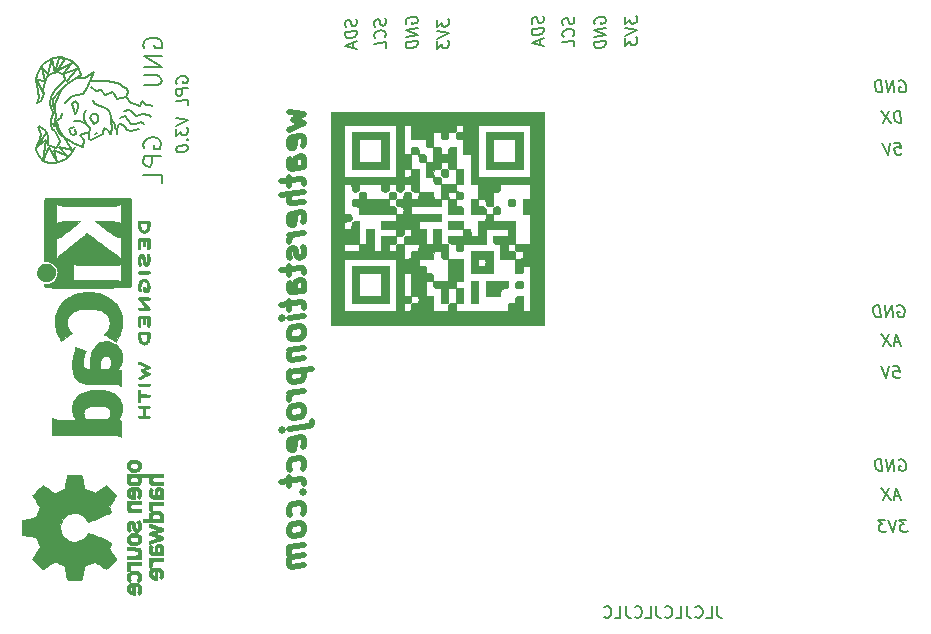
<source format=gbr>
G04 #@! TF.GenerationSoftware,KiCad,Pcbnew,(5.1.6)-1*
G04 #@! TF.CreationDate,2020-07-21T12:12:18+05:30*
G04 #@! TF.ProjectId,WeatherStationPCB,57656174-6865-4725-9374-6174696f6e50,rev?*
G04 #@! TF.SameCoordinates,Original*
G04 #@! TF.FileFunction,Legend,Bot*
G04 #@! TF.FilePolarity,Positive*
%FSLAX46Y46*%
G04 Gerber Fmt 4.6, Leading zero omitted, Abs format (unit mm)*
G04 Created by KiCad (PCBNEW (5.1.6)-1) date 2020-07-21 12:12:18*
%MOMM*%
%LPD*%
G01*
G04 APERTURE LIST*
%ADD10C,0.200000*%
%ADD11C,0.150000*%
%ADD12C,0.500000*%
%ADD13C,0.010000*%
G04 APERTURE END LIST*
D10*
X98687000Y-80430142D02*
X98639380Y-80340857D01*
X98639380Y-80198000D01*
X98687000Y-80049190D01*
X98782238Y-79942047D01*
X98877476Y-79882523D01*
X99067952Y-79811095D01*
X99210809Y-79793238D01*
X99401285Y-79817047D01*
X99496523Y-79852761D01*
X99591761Y-79936095D01*
X99639380Y-80073000D01*
X99639380Y-80168238D01*
X99591761Y-80317047D01*
X99544142Y-80370619D01*
X99210809Y-80412285D01*
X99210809Y-80221809D01*
X99639380Y-80787285D02*
X98639380Y-80912285D01*
X98639380Y-81293238D01*
X98687000Y-81382523D01*
X98734619Y-81424190D01*
X98829857Y-81459904D01*
X98972714Y-81442047D01*
X99067952Y-81382523D01*
X99115571Y-81328952D01*
X99163190Y-81227761D01*
X99163190Y-80846809D01*
X99639380Y-82263476D02*
X99639380Y-81787285D01*
X98639380Y-81912285D01*
X98639380Y-83340857D02*
X99639380Y-83549190D01*
X98639380Y-84007523D01*
X98639380Y-84245619D02*
X98639380Y-84864666D01*
X99020333Y-84483714D01*
X99020333Y-84626571D01*
X99067952Y-84715857D01*
X99115571Y-84757523D01*
X99210809Y-84793238D01*
X99448904Y-84763476D01*
X99544142Y-84703952D01*
X99591761Y-84650380D01*
X99639380Y-84549190D01*
X99639380Y-84263476D01*
X99591761Y-84174190D01*
X99544142Y-84132523D01*
X99544142Y-85180142D02*
X99591761Y-85221809D01*
X99639380Y-85168238D01*
X99591761Y-85126571D01*
X99544142Y-85180142D01*
X99639380Y-85168238D01*
X98639380Y-85959904D02*
X98639380Y-86055142D01*
X98687000Y-86144428D01*
X98734619Y-86186095D01*
X98829857Y-86221809D01*
X99020333Y-86245619D01*
X99258428Y-86215857D01*
X99448904Y-86144428D01*
X99544142Y-86084904D01*
X99591761Y-86031333D01*
X99639380Y-85930142D01*
X99639380Y-85834904D01*
X99591761Y-85745619D01*
X99544142Y-85703952D01*
X99448904Y-85668238D01*
X99258428Y-85644428D01*
X99020333Y-85674190D01*
X98829857Y-85745619D01*
X98734619Y-85805142D01*
X98687000Y-85858714D01*
X98639380Y-85959904D01*
D11*
X160032580Y-83764380D02*
X159907580Y-82764380D01*
X159669485Y-82764380D01*
X159532580Y-82812000D01*
X159449247Y-82907238D01*
X159413532Y-83002476D01*
X159389723Y-83192952D01*
X159407580Y-83335809D01*
X159479008Y-83526285D01*
X159538532Y-83621523D01*
X159645675Y-83716761D01*
X159794485Y-83764380D01*
X160032580Y-83764380D01*
X159002818Y-82764380D02*
X158461151Y-83764380D01*
X158336151Y-82764380D02*
X159127818Y-83764380D01*
X159909556Y-115355666D02*
X159433366Y-115355666D01*
X160040508Y-115641380D02*
X159582175Y-114641380D01*
X159373842Y-115641380D01*
X159010747Y-114641380D02*
X158469080Y-115641380D01*
X158344080Y-114641380D02*
X159135747Y-115641380D01*
X159810342Y-112276000D02*
X159899627Y-112228380D01*
X160042485Y-112228380D01*
X160191294Y-112276000D01*
X160298437Y-112371238D01*
X160357961Y-112466476D01*
X160429389Y-112656952D01*
X160447247Y-112799809D01*
X160423437Y-112990285D01*
X160387723Y-113085523D01*
X160304389Y-113180761D01*
X160167485Y-113228380D01*
X160072247Y-113228380D01*
X159923437Y-113180761D01*
X159869866Y-113133142D01*
X159828199Y-112799809D01*
X160018675Y-112799809D01*
X159453199Y-113228380D02*
X159328199Y-112228380D01*
X158881770Y-113228380D01*
X158756770Y-112228380D01*
X158405580Y-113228380D02*
X158280580Y-112228380D01*
X158042485Y-112228380D01*
X157905580Y-112276000D01*
X157822247Y-112371238D01*
X157786532Y-112466476D01*
X157762723Y-112656952D01*
X157780580Y-112799809D01*
X157852008Y-112990285D01*
X157911532Y-113085523D01*
X158018675Y-113180761D01*
X158167485Y-113228380D01*
X158405580Y-113228380D01*
X159423461Y-85431380D02*
X159899651Y-85431380D01*
X160006794Y-85907571D01*
X159953223Y-85859952D01*
X159852032Y-85812333D01*
X159613937Y-85812333D01*
X159524651Y-85859952D01*
X159482985Y-85907571D01*
X159447270Y-86002809D01*
X159477032Y-86240904D01*
X159536556Y-86336142D01*
X159590127Y-86383761D01*
X159691318Y-86431380D01*
X159929413Y-86431380D01*
X160018699Y-86383761D01*
X160060366Y-86336142D01*
X159090127Y-85431380D02*
X158881794Y-86431380D01*
X158423461Y-85431380D01*
X129690761Y-74701181D02*
X129738380Y-74838086D01*
X129738380Y-75076181D01*
X129690761Y-75177372D01*
X129643142Y-75230943D01*
X129547904Y-75290467D01*
X129452666Y-75302372D01*
X129357428Y-75266657D01*
X129309809Y-75224991D01*
X129262190Y-75135705D01*
X129214571Y-74951181D01*
X129166952Y-74861895D01*
X129119333Y-74820229D01*
X129024095Y-74784514D01*
X128928857Y-74796419D01*
X128833619Y-74855943D01*
X128786000Y-74909514D01*
X128738380Y-75010705D01*
X128738380Y-75248800D01*
X128786000Y-75385705D01*
X129738380Y-75695229D02*
X128738380Y-75820229D01*
X128738380Y-76058324D01*
X128786000Y-76195229D01*
X128881238Y-76278562D01*
X128976476Y-76314276D01*
X129166952Y-76338086D01*
X129309809Y-76320229D01*
X129500285Y-76248800D01*
X129595523Y-76189276D01*
X129690761Y-76082133D01*
X129738380Y-75933324D01*
X129738380Y-75695229D01*
X129452666Y-76683324D02*
X129452666Y-77159514D01*
X129738380Y-76552372D02*
X128738380Y-77010705D01*
X129738380Y-77219038D01*
X113879261Y-74955181D02*
X113926880Y-75092086D01*
X113926880Y-75330181D01*
X113879261Y-75431372D01*
X113831642Y-75484943D01*
X113736404Y-75544467D01*
X113641166Y-75556372D01*
X113545928Y-75520657D01*
X113498309Y-75478991D01*
X113450690Y-75389705D01*
X113403071Y-75205181D01*
X113355452Y-75115895D01*
X113307833Y-75074229D01*
X113212595Y-75038514D01*
X113117357Y-75050419D01*
X113022119Y-75109943D01*
X112974500Y-75163514D01*
X112926880Y-75264705D01*
X112926880Y-75502800D01*
X112974500Y-75639705D01*
X113926880Y-75949229D02*
X112926880Y-76074229D01*
X112926880Y-76312324D01*
X112974500Y-76449229D01*
X113069738Y-76532562D01*
X113164976Y-76568276D01*
X113355452Y-76592086D01*
X113498309Y-76574229D01*
X113688785Y-76502800D01*
X113784023Y-76443276D01*
X113879261Y-76336133D01*
X113926880Y-76187324D01*
X113926880Y-75949229D01*
X113641166Y-76937324D02*
X113641166Y-77413514D01*
X113926880Y-76806372D02*
X112926880Y-77264705D01*
X113926880Y-77473038D01*
X159296461Y-104354380D02*
X159772651Y-104354380D01*
X159879794Y-104830571D01*
X159826223Y-104782952D01*
X159725032Y-104735333D01*
X159486937Y-104735333D01*
X159397651Y-104782952D01*
X159355985Y-104830571D01*
X159320270Y-104925809D01*
X159350032Y-105163904D01*
X159409556Y-105259142D01*
X159463127Y-105306761D01*
X159564318Y-105354380D01*
X159802413Y-105354380D01*
X159891699Y-105306761D01*
X159933366Y-105259142D01*
X158963127Y-104354380D02*
X158754794Y-105354380D01*
X158296461Y-104354380D01*
X160471080Y-117371880D02*
X159852032Y-117371880D01*
X160232985Y-117752833D01*
X160090127Y-117752833D01*
X160000842Y-117800452D01*
X159959175Y-117848071D01*
X159923461Y-117943309D01*
X159953223Y-118181404D01*
X160012747Y-118276642D01*
X160066318Y-118324261D01*
X160167508Y-118371880D01*
X160453223Y-118371880D01*
X160542508Y-118324261D01*
X160584175Y-118276642D01*
X159566318Y-117371880D02*
X159357985Y-118371880D01*
X158899651Y-117371880D01*
X158661556Y-117371880D02*
X158042508Y-117371880D01*
X158423461Y-117752833D01*
X158280604Y-117752833D01*
X158191318Y-117800452D01*
X158149651Y-117848071D01*
X158113937Y-117943309D01*
X158143699Y-118181404D01*
X158203223Y-118276642D01*
X158256794Y-118324261D01*
X158357985Y-118371880D01*
X158643699Y-118371880D01*
X158732985Y-118324261D01*
X158774651Y-118276642D01*
X159909556Y-102338166D02*
X159433366Y-102338166D01*
X160040508Y-102623880D02*
X159582175Y-101623880D01*
X159373842Y-102623880D01*
X159010747Y-101623880D02*
X158469080Y-102623880D01*
X158344080Y-101623880D02*
X159135747Y-102623880D01*
X120737380Y-75050419D02*
X120737380Y-75669467D01*
X121118333Y-75288514D01*
X121118333Y-75431372D01*
X121165952Y-75520657D01*
X121213571Y-75562324D01*
X121308809Y-75598038D01*
X121546904Y-75568276D01*
X121642142Y-75508752D01*
X121689761Y-75455181D01*
X121737380Y-75353991D01*
X121737380Y-75068276D01*
X121689761Y-74978991D01*
X121642142Y-74937324D01*
X120737380Y-75955181D02*
X121737380Y-76163514D01*
X120737380Y-76621848D01*
X120737380Y-76859943D02*
X120737380Y-77478991D01*
X121118333Y-77098038D01*
X121118333Y-77240895D01*
X121165952Y-77330181D01*
X121213571Y-77371848D01*
X121308809Y-77407562D01*
X121546904Y-77377800D01*
X121642142Y-77318276D01*
X121689761Y-77264705D01*
X121737380Y-77163514D01*
X121737380Y-76877800D01*
X121689761Y-76788514D01*
X121642142Y-76746848D01*
D12*
X108156428Y-82804494D02*
X109489761Y-83018779D01*
X108537380Y-83518779D01*
X109489761Y-83780684D01*
X108156428Y-84328303D01*
X109394523Y-85697351D02*
X109489761Y-85494970D01*
X109489761Y-85114017D01*
X109394523Y-84935446D01*
X109204047Y-84864017D01*
X108442142Y-84959255D01*
X108251666Y-85078303D01*
X108156428Y-85280684D01*
X108156428Y-85661636D01*
X108251666Y-85840208D01*
X108442142Y-85911636D01*
X108632619Y-85887827D01*
X108823095Y-84911636D01*
X109489761Y-87494970D02*
X108442142Y-87625922D01*
X108251666Y-87554494D01*
X108156428Y-87375922D01*
X108156428Y-86994970D01*
X108251666Y-86792589D01*
X109394523Y-87506875D02*
X109489761Y-87304494D01*
X109489761Y-86828303D01*
X109394523Y-86649732D01*
X109204047Y-86578303D01*
X109013571Y-86602113D01*
X108823095Y-86721160D01*
X108727857Y-86923541D01*
X108727857Y-87399732D01*
X108632619Y-87602113D01*
X108156428Y-88328303D02*
X108156428Y-89090208D01*
X107489761Y-88697351D02*
X109204047Y-88483065D01*
X109394523Y-88554494D01*
X109489761Y-88733065D01*
X109489761Y-88923541D01*
X109489761Y-89590208D02*
X107489761Y-89840208D01*
X109489761Y-90447351D02*
X108442142Y-90578303D01*
X108251666Y-90506875D01*
X108156428Y-90328303D01*
X108156428Y-90042589D01*
X108251666Y-89840208D01*
X108346904Y-89733065D01*
X109394523Y-92173541D02*
X109489761Y-91971160D01*
X109489761Y-91590208D01*
X109394523Y-91411636D01*
X109204047Y-91340208D01*
X108442142Y-91435446D01*
X108251666Y-91554494D01*
X108156428Y-91756875D01*
X108156428Y-92137827D01*
X108251666Y-92316398D01*
X108442142Y-92387827D01*
X108632619Y-92364017D01*
X108823095Y-91387827D01*
X109489761Y-93114017D02*
X108156428Y-93280684D01*
X108537380Y-93233065D02*
X108346904Y-93352113D01*
X108251666Y-93459255D01*
X108156428Y-93661636D01*
X108156428Y-93852113D01*
X109394523Y-94268779D02*
X109489761Y-94447351D01*
X109489761Y-94828303D01*
X109394523Y-95030684D01*
X109204047Y-95149732D01*
X109108809Y-95161636D01*
X108918333Y-95090208D01*
X108823095Y-94911636D01*
X108823095Y-94625922D01*
X108727857Y-94447351D01*
X108537380Y-94375922D01*
X108442142Y-94387827D01*
X108251666Y-94506875D01*
X108156428Y-94709255D01*
X108156428Y-94994970D01*
X108251666Y-95173541D01*
X108156428Y-95852113D02*
X108156428Y-96614017D01*
X107489761Y-96221160D02*
X109204047Y-96006875D01*
X109394523Y-96078303D01*
X109489761Y-96256875D01*
X109489761Y-96447351D01*
X109489761Y-97971160D02*
X108442142Y-98102113D01*
X108251666Y-98030684D01*
X108156428Y-97852113D01*
X108156428Y-97471160D01*
X108251666Y-97268779D01*
X109394523Y-97983065D02*
X109489761Y-97780684D01*
X109489761Y-97304494D01*
X109394523Y-97125922D01*
X109204047Y-97054494D01*
X109013571Y-97078303D01*
X108823095Y-97197351D01*
X108727857Y-97399732D01*
X108727857Y-97875922D01*
X108632619Y-98078303D01*
X108156428Y-98804494D02*
X108156428Y-99566398D01*
X107489761Y-99173541D02*
X109204047Y-98959255D01*
X109394523Y-99030684D01*
X109489761Y-99209255D01*
X109489761Y-99399732D01*
X109489761Y-100066398D02*
X108156428Y-100233065D01*
X107489761Y-100316398D02*
X107585000Y-100209255D01*
X107680238Y-100292589D01*
X107585000Y-100399732D01*
X107489761Y-100316398D01*
X107680238Y-100292589D01*
X109489761Y-101304494D02*
X109394523Y-101125922D01*
X109299285Y-101042589D01*
X109108809Y-100971160D01*
X108537380Y-101042589D01*
X108346904Y-101161636D01*
X108251666Y-101268779D01*
X108156428Y-101471160D01*
X108156428Y-101756875D01*
X108251666Y-101935446D01*
X108346904Y-102018779D01*
X108537380Y-102090208D01*
X109108809Y-102018779D01*
X109299285Y-101899732D01*
X109394523Y-101792589D01*
X109489761Y-101590208D01*
X109489761Y-101304494D01*
X108156428Y-102994970D02*
X109489761Y-102828303D01*
X108346904Y-102971160D02*
X108251666Y-103078303D01*
X108156428Y-103280684D01*
X108156428Y-103566398D01*
X108251666Y-103744970D01*
X108442142Y-103816398D01*
X109489761Y-103685446D01*
X108156428Y-104804494D02*
X110156428Y-104554494D01*
X108251666Y-104792589D02*
X108156428Y-104994970D01*
X108156428Y-105375922D01*
X108251666Y-105554494D01*
X108346904Y-105637827D01*
X108537380Y-105709255D01*
X109108809Y-105637827D01*
X109299285Y-105518779D01*
X109394523Y-105411636D01*
X109489761Y-105209255D01*
X109489761Y-104828303D01*
X109394523Y-104649732D01*
X109489761Y-106447351D02*
X108156428Y-106614017D01*
X108537380Y-106566398D02*
X108346904Y-106685446D01*
X108251666Y-106792589D01*
X108156428Y-106994970D01*
X108156428Y-107185446D01*
X109489761Y-107971160D02*
X109394523Y-107792589D01*
X109299285Y-107709255D01*
X109108809Y-107637827D01*
X108537380Y-107709255D01*
X108346904Y-107828303D01*
X108251666Y-107935446D01*
X108156428Y-108137827D01*
X108156428Y-108423541D01*
X108251666Y-108602113D01*
X108346904Y-108685446D01*
X108537380Y-108756875D01*
X109108809Y-108685446D01*
X109299285Y-108566398D01*
X109394523Y-108459255D01*
X109489761Y-108256874D01*
X109489761Y-107971160D01*
X108156428Y-109661636D02*
X109870714Y-109447351D01*
X110061190Y-109328303D01*
X110156428Y-109125922D01*
X110156428Y-109030684D01*
X107489761Y-109744970D02*
X107585000Y-109637827D01*
X107680238Y-109721160D01*
X107585000Y-109828303D01*
X107489761Y-109744970D01*
X107680238Y-109721160D01*
X109394523Y-111221160D02*
X109489761Y-111018779D01*
X109489761Y-110637827D01*
X109394523Y-110459255D01*
X109204047Y-110387827D01*
X108442142Y-110483065D01*
X108251666Y-110602113D01*
X108156428Y-110804494D01*
X108156428Y-111185446D01*
X108251666Y-111364017D01*
X108442142Y-111435446D01*
X108632619Y-111411636D01*
X108823095Y-110435446D01*
X109394523Y-113030684D02*
X109489761Y-112828303D01*
X109489761Y-112447351D01*
X109394523Y-112268779D01*
X109299285Y-112185446D01*
X109108809Y-112114017D01*
X108537380Y-112185446D01*
X108346904Y-112304494D01*
X108251666Y-112411636D01*
X108156428Y-112614017D01*
X108156428Y-112994970D01*
X108251666Y-113173541D01*
X108156428Y-113756874D02*
X108156428Y-114518779D01*
X107489761Y-114125922D02*
X109204047Y-113911636D01*
X109394523Y-113983065D01*
X109489761Y-114161636D01*
X109489761Y-114352113D01*
X109299285Y-115042589D02*
X109394523Y-115125922D01*
X109489761Y-115018779D01*
X109394523Y-114935446D01*
X109299285Y-115042589D01*
X109489761Y-115018779D01*
X109394523Y-116840208D02*
X109489761Y-116637827D01*
X109489761Y-116256875D01*
X109394523Y-116078303D01*
X109299285Y-115994970D01*
X109108809Y-115923541D01*
X108537380Y-115994970D01*
X108346904Y-116114017D01*
X108251666Y-116221160D01*
X108156428Y-116423541D01*
X108156428Y-116804494D01*
X108251666Y-116983065D01*
X109489761Y-117971160D02*
X109394523Y-117792589D01*
X109299285Y-117709255D01*
X109108809Y-117637827D01*
X108537380Y-117709255D01*
X108346904Y-117828303D01*
X108251666Y-117935446D01*
X108156428Y-118137827D01*
X108156428Y-118423541D01*
X108251666Y-118602113D01*
X108346904Y-118685446D01*
X108537380Y-118756874D01*
X109108809Y-118685446D01*
X109299285Y-118566398D01*
X109394523Y-118459255D01*
X109489761Y-118256875D01*
X109489761Y-117971160D01*
X109489761Y-119494970D02*
X108156428Y-119661636D01*
X108346904Y-119637827D02*
X108251666Y-119744970D01*
X108156428Y-119947351D01*
X108156428Y-120233065D01*
X108251666Y-120411636D01*
X108442142Y-120483065D01*
X109489761Y-120352113D01*
X108442142Y-120483065D02*
X108251666Y-120602113D01*
X108156428Y-120804494D01*
X108156428Y-121090208D01*
X108251666Y-121268779D01*
X108442142Y-121340208D01*
X109489761Y-121209255D01*
D11*
X118118000Y-75393657D02*
X118070380Y-75304372D01*
X118070380Y-75161514D01*
X118118000Y-75012705D01*
X118213238Y-74905562D01*
X118308476Y-74846038D01*
X118498952Y-74774610D01*
X118641809Y-74756752D01*
X118832285Y-74780562D01*
X118927523Y-74816276D01*
X119022761Y-74899610D01*
X119070380Y-75036514D01*
X119070380Y-75131752D01*
X119022761Y-75280562D01*
X118975142Y-75334133D01*
X118641809Y-75375800D01*
X118641809Y-75185324D01*
X119070380Y-75750800D02*
X118070380Y-75875800D01*
X119070380Y-76322229D01*
X118070380Y-76447229D01*
X119070380Y-76798419D02*
X118070380Y-76923419D01*
X118070380Y-77161514D01*
X118118000Y-77298419D01*
X118213238Y-77381752D01*
X118308476Y-77417467D01*
X118498952Y-77441276D01*
X118641809Y-77423419D01*
X118832285Y-77351991D01*
X118927523Y-77292467D01*
X119022761Y-77185324D01*
X119070380Y-77036514D01*
X119070380Y-76798419D01*
X116355761Y-74915491D02*
X116403380Y-75052395D01*
X116403380Y-75290491D01*
X116355761Y-75391681D01*
X116308142Y-75445252D01*
X116212904Y-75504776D01*
X116117666Y-75516681D01*
X116022428Y-75480967D01*
X115974809Y-75439300D01*
X115927190Y-75350014D01*
X115879571Y-75165491D01*
X115831952Y-75076205D01*
X115784333Y-75034538D01*
X115689095Y-74998824D01*
X115593857Y-75010729D01*
X115498619Y-75070252D01*
X115451000Y-75123824D01*
X115403380Y-75225014D01*
X115403380Y-75463110D01*
X115451000Y-75600014D01*
X116308142Y-76492872D02*
X116355761Y-76439300D01*
X116403380Y-76290491D01*
X116403380Y-76195252D01*
X116355761Y-76058348D01*
X116260523Y-75975014D01*
X116165285Y-75939300D01*
X115974809Y-75915491D01*
X115831952Y-75933348D01*
X115641476Y-76004776D01*
X115546238Y-76064300D01*
X115451000Y-76171443D01*
X115403380Y-76320252D01*
X115403380Y-76415491D01*
X115451000Y-76552395D01*
X115498619Y-76594062D01*
X116403380Y-77385729D02*
X116403380Y-76909538D01*
X115403380Y-77034538D01*
X159810342Y-80208500D02*
X159899627Y-80160880D01*
X160042485Y-80160880D01*
X160191294Y-80208500D01*
X160298437Y-80303738D01*
X160357961Y-80398976D01*
X160429389Y-80589452D01*
X160447247Y-80732309D01*
X160423437Y-80922785D01*
X160387723Y-81018023D01*
X160304389Y-81113261D01*
X160167485Y-81160880D01*
X160072247Y-81160880D01*
X159923437Y-81113261D01*
X159869866Y-81065642D01*
X159828199Y-80732309D01*
X160018675Y-80732309D01*
X159453199Y-81160880D02*
X159328199Y-80160880D01*
X158881770Y-81160880D01*
X158756770Y-80160880D01*
X158405580Y-81160880D02*
X158280580Y-80160880D01*
X158042485Y-80160880D01*
X157905580Y-80208500D01*
X157822247Y-80303738D01*
X157786532Y-80398976D01*
X157762723Y-80589452D01*
X157780580Y-80732309D01*
X157852008Y-80922785D01*
X157911532Y-81018023D01*
X158018675Y-81113261D01*
X158167485Y-81160880D01*
X158405580Y-81160880D01*
X136675880Y-74796419D02*
X136675880Y-75415467D01*
X137056833Y-75034514D01*
X137056833Y-75177372D01*
X137104452Y-75266657D01*
X137152071Y-75308324D01*
X137247309Y-75344038D01*
X137485404Y-75314276D01*
X137580642Y-75254752D01*
X137628261Y-75201181D01*
X137675880Y-75099991D01*
X137675880Y-74814276D01*
X137628261Y-74724991D01*
X137580642Y-74683324D01*
X136675880Y-75701181D02*
X137675880Y-75909514D01*
X136675880Y-76367848D01*
X136675880Y-76605943D02*
X136675880Y-77224991D01*
X137056833Y-76844038D01*
X137056833Y-76986895D01*
X137104452Y-77076181D01*
X137152071Y-77117848D01*
X137247309Y-77153562D01*
X137485404Y-77123800D01*
X137580642Y-77064276D01*
X137628261Y-77010705D01*
X137675880Y-76909514D01*
X137675880Y-76623800D01*
X137628261Y-76534514D01*
X137580642Y-76492848D01*
X159683342Y-99258500D02*
X159772627Y-99210880D01*
X159915485Y-99210880D01*
X160064294Y-99258500D01*
X160171437Y-99353738D01*
X160230961Y-99448976D01*
X160302389Y-99639452D01*
X160320247Y-99782309D01*
X160296437Y-99972785D01*
X160260723Y-100068023D01*
X160177389Y-100163261D01*
X160040485Y-100210880D01*
X159945247Y-100210880D01*
X159796437Y-100163261D01*
X159742866Y-100115642D01*
X159701199Y-99782309D01*
X159891675Y-99782309D01*
X159326199Y-100210880D02*
X159201199Y-99210880D01*
X158754770Y-100210880D01*
X158629770Y-99210880D01*
X158278580Y-100210880D02*
X158153580Y-99210880D01*
X157915485Y-99210880D01*
X157778580Y-99258500D01*
X157695247Y-99353738D01*
X157659532Y-99448976D01*
X157635723Y-99639452D01*
X157653580Y-99782309D01*
X157725008Y-99972785D01*
X157784532Y-100068023D01*
X157891675Y-100163261D01*
X158040485Y-100210880D01*
X158278580Y-100210880D01*
X134056500Y-75393657D02*
X134008880Y-75304372D01*
X134008880Y-75161514D01*
X134056500Y-75012705D01*
X134151738Y-74905562D01*
X134246976Y-74846038D01*
X134437452Y-74774610D01*
X134580309Y-74756752D01*
X134770785Y-74780562D01*
X134866023Y-74816276D01*
X134961261Y-74899610D01*
X135008880Y-75036514D01*
X135008880Y-75131752D01*
X134961261Y-75280562D01*
X134913642Y-75334133D01*
X134580309Y-75375800D01*
X134580309Y-75185324D01*
X135008880Y-75750800D02*
X134008880Y-75875800D01*
X135008880Y-76322229D01*
X134008880Y-76447229D01*
X135008880Y-76798419D02*
X134008880Y-76923419D01*
X134008880Y-77161514D01*
X134056500Y-77298419D01*
X134151738Y-77381752D01*
X134246976Y-77417467D01*
X134437452Y-77441276D01*
X134580309Y-77423419D01*
X134770785Y-77351991D01*
X134866023Y-77292467D01*
X134961261Y-77185324D01*
X135008880Y-77036514D01*
X135008880Y-76798419D01*
X132294261Y-74788491D02*
X132341880Y-74925395D01*
X132341880Y-75163491D01*
X132294261Y-75264681D01*
X132246642Y-75318252D01*
X132151404Y-75377776D01*
X132056166Y-75389681D01*
X131960928Y-75353967D01*
X131913309Y-75312300D01*
X131865690Y-75223014D01*
X131818071Y-75038491D01*
X131770452Y-74949205D01*
X131722833Y-74907538D01*
X131627595Y-74871824D01*
X131532357Y-74883729D01*
X131437119Y-74943252D01*
X131389500Y-74996824D01*
X131341880Y-75098014D01*
X131341880Y-75336110D01*
X131389500Y-75473014D01*
X132246642Y-76365872D02*
X132294261Y-76312300D01*
X132341880Y-76163491D01*
X132341880Y-76068252D01*
X132294261Y-75931348D01*
X132199023Y-75848014D01*
X132103785Y-75812300D01*
X131913309Y-75788491D01*
X131770452Y-75806348D01*
X131579976Y-75877776D01*
X131484738Y-75937300D01*
X131389500Y-76044443D01*
X131341880Y-76193252D01*
X131341880Y-76288491D01*
X131389500Y-76425395D01*
X131437119Y-76467062D01*
X132341880Y-77258729D02*
X132341880Y-76782538D01*
X131341880Y-76907538D01*
X144446047Y-124674380D02*
X144446047Y-125388666D01*
X144493666Y-125531523D01*
X144588904Y-125626761D01*
X144731761Y-125674380D01*
X144827000Y-125674380D01*
X143493666Y-125674380D02*
X143969857Y-125674380D01*
X143969857Y-124674380D01*
X142588904Y-125579142D02*
X142636523Y-125626761D01*
X142779380Y-125674380D01*
X142874619Y-125674380D01*
X143017476Y-125626761D01*
X143112714Y-125531523D01*
X143160333Y-125436285D01*
X143207952Y-125245809D01*
X143207952Y-125102952D01*
X143160333Y-124912476D01*
X143112714Y-124817238D01*
X143017476Y-124722000D01*
X142874619Y-124674380D01*
X142779380Y-124674380D01*
X142636523Y-124722000D01*
X142588904Y-124769619D01*
X141874619Y-124674380D02*
X141874619Y-125388666D01*
X141922238Y-125531523D01*
X142017476Y-125626761D01*
X142160333Y-125674380D01*
X142255571Y-125674380D01*
X140922238Y-125674380D02*
X141398428Y-125674380D01*
X141398428Y-124674380D01*
X140017476Y-125579142D02*
X140065095Y-125626761D01*
X140207952Y-125674380D01*
X140303190Y-125674380D01*
X140446047Y-125626761D01*
X140541285Y-125531523D01*
X140588904Y-125436285D01*
X140636523Y-125245809D01*
X140636523Y-125102952D01*
X140588904Y-124912476D01*
X140541285Y-124817238D01*
X140446047Y-124722000D01*
X140303190Y-124674380D01*
X140207952Y-124674380D01*
X140065095Y-124722000D01*
X140017476Y-124769619D01*
X139303190Y-124674380D02*
X139303190Y-125388666D01*
X139350809Y-125531523D01*
X139446047Y-125626761D01*
X139588904Y-125674380D01*
X139684142Y-125674380D01*
X138350809Y-125674380D02*
X138827000Y-125674380D01*
X138827000Y-124674380D01*
X137446047Y-125579142D02*
X137493666Y-125626761D01*
X137636523Y-125674380D01*
X137731761Y-125674380D01*
X137874619Y-125626761D01*
X137969857Y-125531523D01*
X138017476Y-125436285D01*
X138065095Y-125245809D01*
X138065095Y-125102952D01*
X138017476Y-124912476D01*
X137969857Y-124817238D01*
X137874619Y-124722000D01*
X137731761Y-124674380D01*
X137636523Y-124674380D01*
X137493666Y-124722000D01*
X137446047Y-124769619D01*
X136731761Y-124674380D02*
X136731761Y-125388666D01*
X136779380Y-125531523D01*
X136874619Y-125626761D01*
X137017476Y-125674380D01*
X137112714Y-125674380D01*
X135779380Y-125674380D02*
X136255571Y-125674380D01*
X136255571Y-124674380D01*
X134874619Y-125579142D02*
X134922238Y-125626761D01*
X135065095Y-125674380D01*
X135160333Y-125674380D01*
X135303190Y-125626761D01*
X135398428Y-125531523D01*
X135446047Y-125436285D01*
X135493666Y-125245809D01*
X135493666Y-125102952D01*
X135446047Y-124912476D01*
X135398428Y-124817238D01*
X135303190Y-124722000D01*
X135160333Y-124674380D01*
X135065095Y-124674380D01*
X134922238Y-124722000D01*
X134874619Y-124769619D01*
D13*
G36*
X121061156Y-88204275D02*
G01*
X121139822Y-88290926D01*
X121338466Y-88308195D01*
X121362461Y-88308234D01*
X121573750Y-88294291D01*
X121660401Y-88215624D01*
X121677670Y-88016981D01*
X121677709Y-87992986D01*
X121663766Y-87781696D01*
X121585100Y-87695045D01*
X121386456Y-87677776D01*
X121362461Y-87677737D01*
X121151171Y-87691680D01*
X121064520Y-87770347D01*
X121047252Y-87968990D01*
X121047212Y-87992986D01*
X121061156Y-88204275D01*
G37*
X121061156Y-88204275D02*
X121139822Y-88290926D01*
X121338466Y-88308195D01*
X121362461Y-88308234D01*
X121573750Y-88294291D01*
X121660401Y-88215624D01*
X121677670Y-88016981D01*
X121677709Y-87992986D01*
X121663766Y-87781696D01*
X121585100Y-87695045D01*
X121386456Y-87677776D01*
X121362461Y-87677737D01*
X121151171Y-87691680D01*
X121064520Y-87770347D01*
X121047252Y-87968990D01*
X121047212Y-87992986D01*
X121061156Y-88204275D01*
G36*
X116633737Y-99026673D02*
G01*
X116633737Y-95874191D01*
X114111751Y-95874191D01*
X114111751Y-96504688D01*
X116003241Y-96504688D01*
X116003241Y-98396177D01*
X114111751Y-98396177D01*
X114111751Y-96504688D01*
X114111751Y-95874191D01*
X113481255Y-95874191D01*
X113481255Y-99026673D01*
X116633737Y-99026673D01*
G37*
X116633737Y-99026673D02*
X116633737Y-95874191D01*
X114111751Y-95874191D01*
X114111751Y-96504688D01*
X116003241Y-96504688D01*
X116003241Y-98396177D01*
X114111751Y-98396177D01*
X114111751Y-96504688D01*
X114111751Y-95874191D01*
X113481255Y-95874191D01*
X113481255Y-99026673D01*
X116633737Y-99026673D01*
G36*
X116633737Y-87677737D02*
G01*
X116633737Y-84525255D01*
X114111751Y-84525255D01*
X114111751Y-85155751D01*
X116003241Y-85155751D01*
X116003241Y-87047241D01*
X114111751Y-87047241D01*
X114111751Y-85155751D01*
X114111751Y-84525255D01*
X113481255Y-84525255D01*
X113481255Y-87677737D01*
X116633737Y-87677737D01*
G37*
X116633737Y-87677737D02*
X116633737Y-84525255D01*
X114111751Y-84525255D01*
X114111751Y-85155751D01*
X116003241Y-85155751D01*
X116003241Y-87047241D01*
X114111751Y-87047241D01*
X114111751Y-85155751D01*
X114111751Y-84525255D01*
X113481255Y-84525255D01*
X113481255Y-87677737D01*
X116633737Y-87677737D01*
G36*
X113495198Y-90726261D02*
G01*
X113573864Y-90812912D01*
X113772508Y-90830180D01*
X113796503Y-90830220D01*
X114007793Y-90844163D01*
X114094444Y-90922829D01*
X114111712Y-91121473D01*
X114111751Y-91145468D01*
X114111751Y-91460716D01*
X117264234Y-91460716D01*
X117264234Y-91145468D01*
X117250291Y-90934178D01*
X117171624Y-90847527D01*
X116972981Y-90830259D01*
X116948986Y-90830220D01*
X116737696Y-90816276D01*
X116651045Y-90737610D01*
X116633776Y-90538966D01*
X116633737Y-90514971D01*
X116647680Y-90303682D01*
X116726347Y-90217031D01*
X116924990Y-90199762D01*
X116948986Y-90199723D01*
X117160275Y-90185780D01*
X117246926Y-90107114D01*
X117264195Y-89908470D01*
X117264234Y-89884475D01*
X117250291Y-89673186D01*
X117171624Y-89586534D01*
X116972981Y-89569266D01*
X116948986Y-89569227D01*
X116737696Y-89583170D01*
X116651045Y-89661836D01*
X116633776Y-89860480D01*
X116633737Y-89884475D01*
X116633737Y-90199723D01*
X114742248Y-90199723D01*
X114742248Y-89884475D01*
X114728305Y-89673186D01*
X114649639Y-89586534D01*
X114450995Y-89569266D01*
X114427000Y-89569227D01*
X114215710Y-89583170D01*
X114129059Y-89661836D01*
X114111791Y-89860480D01*
X114111751Y-89884475D01*
X114097808Y-90095764D01*
X114019142Y-90182416D01*
X113820498Y-90199684D01*
X113796503Y-90199723D01*
X113585214Y-90213666D01*
X113498563Y-90292332D01*
X113481294Y-90490976D01*
X113481255Y-90514971D01*
X113495198Y-90726261D01*
G37*
X113495198Y-90726261D02*
X113573864Y-90812912D01*
X113772508Y-90830180D01*
X113796503Y-90830220D01*
X114007793Y-90844163D01*
X114094444Y-90922829D01*
X114111712Y-91121473D01*
X114111751Y-91145468D01*
X114111751Y-91460716D01*
X117264234Y-91460716D01*
X117264234Y-91145468D01*
X117250291Y-90934178D01*
X117171624Y-90847527D01*
X116972981Y-90830259D01*
X116948986Y-90830220D01*
X116737696Y-90816276D01*
X116651045Y-90737610D01*
X116633776Y-90538966D01*
X116633737Y-90514971D01*
X116647680Y-90303682D01*
X116726347Y-90217031D01*
X116924990Y-90199762D01*
X116948986Y-90199723D01*
X117160275Y-90185780D01*
X117246926Y-90107114D01*
X117264195Y-89908470D01*
X117264234Y-89884475D01*
X117250291Y-89673186D01*
X117171624Y-89586534D01*
X116972981Y-89569266D01*
X116948986Y-89569227D01*
X116737696Y-89583170D01*
X116651045Y-89661836D01*
X116633776Y-89860480D01*
X116633737Y-89884475D01*
X116633737Y-90199723D01*
X114742248Y-90199723D01*
X114742248Y-89884475D01*
X114728305Y-89673186D01*
X114649639Y-89586534D01*
X114450995Y-89569266D01*
X114427000Y-89569227D01*
X114215710Y-89583170D01*
X114129059Y-89661836D01*
X114111791Y-89860480D01*
X114111751Y-89884475D01*
X114097808Y-90095764D01*
X114019142Y-90182416D01*
X113820498Y-90199684D01*
X113796503Y-90199723D01*
X113585214Y-90213666D01*
X113498563Y-90292332D01*
X113481294Y-90490976D01*
X113481255Y-90514971D01*
X113495198Y-90726261D01*
G36*
X120430659Y-97661722D02*
G01*
X120509325Y-97748373D01*
X120707969Y-97765641D01*
X120731964Y-97765681D01*
X121047212Y-97765681D01*
X121047212Y-99026673D01*
X121677709Y-99026673D01*
X121677709Y-97765681D01*
X122308205Y-97765681D01*
X122308205Y-99026673D01*
X122938702Y-99026673D01*
X122938702Y-97765681D01*
X122623454Y-97765681D01*
X122412164Y-97751737D01*
X122325513Y-97673071D01*
X122308245Y-97474427D01*
X122308205Y-97450432D01*
X122322149Y-97239143D01*
X122400815Y-97152492D01*
X122599459Y-97135223D01*
X122623454Y-97135184D01*
X122938702Y-97135184D01*
X122938702Y-95243695D01*
X121677709Y-95243695D01*
X121677709Y-97135184D01*
X120416716Y-97135184D01*
X120416716Y-97450432D01*
X120430659Y-97661722D01*
G37*
X120430659Y-97661722D02*
X120509325Y-97748373D01*
X120707969Y-97765641D01*
X120731964Y-97765681D01*
X121047212Y-97765681D01*
X121047212Y-99026673D01*
X121677709Y-99026673D01*
X121677709Y-97765681D01*
X122308205Y-97765681D01*
X122308205Y-99026673D01*
X122938702Y-99026673D01*
X122938702Y-97765681D01*
X122623454Y-97765681D01*
X122412164Y-97751737D01*
X122325513Y-97673071D01*
X122308245Y-97474427D01*
X122308205Y-97450432D01*
X122322149Y-97239143D01*
X122400815Y-97152492D01*
X122599459Y-97135223D01*
X122623454Y-97135184D01*
X122938702Y-97135184D01*
X122938702Y-95243695D01*
X121677709Y-95243695D01*
X121677709Y-97135184D01*
X120416716Y-97135184D01*
X120416716Y-97450432D01*
X120430659Y-97661722D01*
G36*
X118539170Y-86312786D02*
G01*
X118617836Y-86399437D01*
X118816480Y-86416705D01*
X118840475Y-86416744D01*
X119051764Y-86430688D01*
X119138416Y-86509354D01*
X119155684Y-86707998D01*
X119155723Y-86731993D01*
X119169666Y-86943282D01*
X119248332Y-87029933D01*
X119446976Y-87047202D01*
X119470971Y-87047241D01*
X119786220Y-87047241D01*
X119786220Y-88308234D01*
X120101468Y-88308234D01*
X120312757Y-88322177D01*
X120399409Y-88400843D01*
X120416677Y-88599487D01*
X120416716Y-88623482D01*
X120430659Y-88834771D01*
X120509325Y-88921423D01*
X120707969Y-88938691D01*
X120731964Y-88938730D01*
X121047212Y-88938730D01*
X121047212Y-90199723D01*
X121677709Y-90199723D01*
X121677709Y-91460716D01*
X122938702Y-91460716D01*
X122938702Y-91145468D01*
X122924759Y-90934178D01*
X122846093Y-90847527D01*
X122647449Y-90830259D01*
X122623454Y-90830220D01*
X122412164Y-90816276D01*
X122325513Y-90737610D01*
X122308245Y-90538966D01*
X122308205Y-90514971D01*
X122322149Y-90303682D01*
X122400815Y-90217031D01*
X122599459Y-90199762D01*
X122623454Y-90199723D01*
X122834743Y-90185780D01*
X122921394Y-90107114D01*
X122938663Y-89908470D01*
X122938702Y-89884475D01*
X122924759Y-89673186D01*
X122846093Y-89586534D01*
X122647449Y-89569266D01*
X122623454Y-89569227D01*
X122412164Y-89555283D01*
X122325513Y-89476617D01*
X122308245Y-89277973D01*
X122308205Y-89253978D01*
X122322149Y-89042689D01*
X122400815Y-88956038D01*
X122599459Y-88938769D01*
X122623454Y-88938730D01*
X122938702Y-88938730D01*
X122938702Y-87677737D01*
X122308205Y-87677737D01*
X122308205Y-85786248D01*
X121992957Y-85786248D01*
X121781668Y-85800191D01*
X121695016Y-85878857D01*
X121677748Y-86077501D01*
X121677709Y-86101496D01*
X121663766Y-86312786D01*
X121585100Y-86399437D01*
X121386456Y-86416705D01*
X121362461Y-86416744D01*
X121362461Y-87047241D01*
X121573750Y-87061184D01*
X121660401Y-87139850D01*
X121677670Y-87338494D01*
X121677709Y-87362489D01*
X121691652Y-87573778D01*
X121770318Y-87660430D01*
X121968962Y-87677698D01*
X121992957Y-87677737D01*
X122308205Y-87677737D01*
X122308205Y-88938730D01*
X121992957Y-88938730D01*
X121992957Y-89569227D01*
X122204246Y-89583170D01*
X122290898Y-89661836D01*
X122308166Y-89860480D01*
X122308205Y-89884475D01*
X122294262Y-90095764D01*
X122215596Y-90182416D01*
X122016952Y-90199684D01*
X121992957Y-90199723D01*
X121781668Y-90185780D01*
X121695016Y-90107114D01*
X121677748Y-89908470D01*
X121677709Y-89884475D01*
X121691652Y-89673186D01*
X121770318Y-89586534D01*
X121968962Y-89569266D01*
X121992957Y-89569227D01*
X121992957Y-88938730D01*
X121047212Y-88938730D01*
X121047212Y-88623482D01*
X121033269Y-88412193D01*
X120954603Y-88325541D01*
X120755959Y-88308273D01*
X120731964Y-88308234D01*
X120520675Y-88294291D01*
X120434024Y-88215624D01*
X120416755Y-88016981D01*
X120416716Y-87992986D01*
X120430659Y-87781696D01*
X120509325Y-87695045D01*
X120707969Y-87677776D01*
X120731964Y-87677737D01*
X120943254Y-87663794D01*
X121029905Y-87585128D01*
X121047173Y-87386484D01*
X121047212Y-87362489D01*
X121061156Y-87151200D01*
X121139822Y-87064548D01*
X121338466Y-87047280D01*
X121362461Y-87047241D01*
X121362461Y-86416744D01*
X121151171Y-86402801D01*
X121064520Y-86324135D01*
X121047252Y-86125491D01*
X121047212Y-86101496D01*
X121033269Y-85890207D01*
X120954603Y-85803555D01*
X120755959Y-85786287D01*
X120731964Y-85786248D01*
X120416716Y-85786248D01*
X120416716Y-87047241D01*
X120101468Y-87047241D01*
X119890178Y-87033298D01*
X119803527Y-86954632D01*
X119786259Y-86755988D01*
X119786220Y-86731993D01*
X119772276Y-86520703D01*
X119693610Y-86434052D01*
X119494966Y-86416784D01*
X119470971Y-86416744D01*
X119259682Y-86402801D01*
X119173031Y-86324135D01*
X119155762Y-86125491D01*
X119155723Y-86101496D01*
X119141780Y-85890207D01*
X119063114Y-85803555D01*
X118864470Y-85786287D01*
X118840475Y-85786248D01*
X118629186Y-85800191D01*
X118542534Y-85878857D01*
X118525266Y-86077501D01*
X118525227Y-86101496D01*
X118539170Y-86312786D01*
G37*
X118539170Y-86312786D02*
X118617836Y-86399437D01*
X118816480Y-86416705D01*
X118840475Y-86416744D01*
X119051764Y-86430688D01*
X119138416Y-86509354D01*
X119155684Y-86707998D01*
X119155723Y-86731993D01*
X119169666Y-86943282D01*
X119248332Y-87029933D01*
X119446976Y-87047202D01*
X119470971Y-87047241D01*
X119786220Y-87047241D01*
X119786220Y-88308234D01*
X120101468Y-88308234D01*
X120312757Y-88322177D01*
X120399409Y-88400843D01*
X120416677Y-88599487D01*
X120416716Y-88623482D01*
X120430659Y-88834771D01*
X120509325Y-88921423D01*
X120707969Y-88938691D01*
X120731964Y-88938730D01*
X121047212Y-88938730D01*
X121047212Y-90199723D01*
X121677709Y-90199723D01*
X121677709Y-91460716D01*
X122938702Y-91460716D01*
X122938702Y-91145468D01*
X122924759Y-90934178D01*
X122846093Y-90847527D01*
X122647449Y-90830259D01*
X122623454Y-90830220D01*
X122412164Y-90816276D01*
X122325513Y-90737610D01*
X122308245Y-90538966D01*
X122308205Y-90514971D01*
X122322149Y-90303682D01*
X122400815Y-90217031D01*
X122599459Y-90199762D01*
X122623454Y-90199723D01*
X122834743Y-90185780D01*
X122921394Y-90107114D01*
X122938663Y-89908470D01*
X122938702Y-89884475D01*
X122924759Y-89673186D01*
X122846093Y-89586534D01*
X122647449Y-89569266D01*
X122623454Y-89569227D01*
X122412164Y-89555283D01*
X122325513Y-89476617D01*
X122308245Y-89277973D01*
X122308205Y-89253978D01*
X122322149Y-89042689D01*
X122400815Y-88956038D01*
X122599459Y-88938769D01*
X122623454Y-88938730D01*
X122938702Y-88938730D01*
X122938702Y-87677737D01*
X122308205Y-87677737D01*
X122308205Y-85786248D01*
X121992957Y-85786248D01*
X121781668Y-85800191D01*
X121695016Y-85878857D01*
X121677748Y-86077501D01*
X121677709Y-86101496D01*
X121663766Y-86312786D01*
X121585100Y-86399437D01*
X121386456Y-86416705D01*
X121362461Y-86416744D01*
X121362461Y-87047241D01*
X121573750Y-87061184D01*
X121660401Y-87139850D01*
X121677670Y-87338494D01*
X121677709Y-87362489D01*
X121691652Y-87573778D01*
X121770318Y-87660430D01*
X121968962Y-87677698D01*
X121992957Y-87677737D01*
X122308205Y-87677737D01*
X122308205Y-88938730D01*
X121992957Y-88938730D01*
X121992957Y-89569227D01*
X122204246Y-89583170D01*
X122290898Y-89661836D01*
X122308166Y-89860480D01*
X122308205Y-89884475D01*
X122294262Y-90095764D01*
X122215596Y-90182416D01*
X122016952Y-90199684D01*
X121992957Y-90199723D01*
X121781668Y-90185780D01*
X121695016Y-90107114D01*
X121677748Y-89908470D01*
X121677709Y-89884475D01*
X121691652Y-89673186D01*
X121770318Y-89586534D01*
X121968962Y-89569266D01*
X121992957Y-89569227D01*
X121992957Y-88938730D01*
X121047212Y-88938730D01*
X121047212Y-88623482D01*
X121033269Y-88412193D01*
X120954603Y-88325541D01*
X120755959Y-88308273D01*
X120731964Y-88308234D01*
X120520675Y-88294291D01*
X120434024Y-88215624D01*
X120416755Y-88016981D01*
X120416716Y-87992986D01*
X120430659Y-87781696D01*
X120509325Y-87695045D01*
X120707969Y-87677776D01*
X120731964Y-87677737D01*
X120943254Y-87663794D01*
X121029905Y-87585128D01*
X121047173Y-87386484D01*
X121047212Y-87362489D01*
X121061156Y-87151200D01*
X121139822Y-87064548D01*
X121338466Y-87047280D01*
X121362461Y-87047241D01*
X121362461Y-86416744D01*
X121151171Y-86402801D01*
X121064520Y-86324135D01*
X121047252Y-86125491D01*
X121047212Y-86101496D01*
X121033269Y-85890207D01*
X120954603Y-85803555D01*
X120755959Y-85786287D01*
X120731964Y-85786248D01*
X120416716Y-85786248D01*
X120416716Y-87047241D01*
X120101468Y-87047241D01*
X119890178Y-87033298D01*
X119803527Y-86954632D01*
X119786259Y-86755988D01*
X119786220Y-86731993D01*
X119772276Y-86520703D01*
X119693610Y-86434052D01*
X119494966Y-86416784D01*
X119470971Y-86416744D01*
X119259682Y-86402801D01*
X119173031Y-86324135D01*
X119155762Y-86125491D01*
X119155723Y-86101496D01*
X119141780Y-85890207D01*
X119063114Y-85803555D01*
X118864470Y-85786287D01*
X118840475Y-85786248D01*
X118629186Y-85800191D01*
X118542534Y-85878857D01*
X118525266Y-86077501D01*
X118525227Y-86101496D01*
X118539170Y-86312786D01*
G36*
X124199695Y-99026673D02*
G01*
X124199695Y-97135184D01*
X123569198Y-97135184D01*
X123569198Y-99026673D01*
X124199695Y-99026673D01*
G37*
X124199695Y-99026673D02*
X124199695Y-97135184D01*
X123569198Y-97135184D01*
X123569198Y-99026673D01*
X124199695Y-99026673D01*
G36*
X125460688Y-96504688D02*
G01*
X125460688Y-94613198D01*
X124514943Y-94613198D01*
X124514943Y-95243695D01*
X124726232Y-95257638D01*
X124812884Y-95336304D01*
X124830152Y-95534948D01*
X124830191Y-95558943D01*
X124816248Y-95770232D01*
X124737582Y-95856884D01*
X124538938Y-95874152D01*
X124514943Y-95874191D01*
X124303654Y-95860248D01*
X124217002Y-95781582D01*
X124199734Y-95582938D01*
X124199695Y-95558943D01*
X124213638Y-95347654D01*
X124292304Y-95261002D01*
X124490948Y-95243734D01*
X124514943Y-95243695D01*
X124514943Y-94613198D01*
X123569198Y-94613198D01*
X123569198Y-96504688D01*
X125460688Y-96504688D01*
G37*
X125460688Y-96504688D02*
X125460688Y-94613198D01*
X124514943Y-94613198D01*
X124514943Y-95243695D01*
X124726232Y-95257638D01*
X124812884Y-95336304D01*
X124830152Y-95534948D01*
X124830191Y-95558943D01*
X124816248Y-95770232D01*
X124737582Y-95856884D01*
X124538938Y-95874152D01*
X124514943Y-95874191D01*
X124303654Y-95860248D01*
X124217002Y-95781582D01*
X124199734Y-95582938D01*
X124199695Y-95558943D01*
X124213638Y-95347654D01*
X124292304Y-95261002D01*
X124490948Y-95243734D01*
X124514943Y-95243695D01*
X124514943Y-94613198D01*
X123569198Y-94613198D01*
X123569198Y-96504688D01*
X125460688Y-96504688D01*
G36*
X126091184Y-98396177D02*
G01*
X126091184Y-98080929D01*
X126105127Y-97869639D01*
X126183793Y-97782988D01*
X126382437Y-97765720D01*
X126406432Y-97765681D01*
X126617722Y-97751737D01*
X126704373Y-97673071D01*
X126721641Y-97474427D01*
X126721681Y-97450432D01*
X126721681Y-97135184D01*
X124830191Y-97135184D01*
X124830191Y-98396177D01*
X126091184Y-98396177D01*
G37*
X126091184Y-98396177D02*
X126091184Y-98080929D01*
X126105127Y-97869639D01*
X126183793Y-97782988D01*
X126382437Y-97765720D01*
X126406432Y-97765681D01*
X126617722Y-97751737D01*
X126704373Y-97673071D01*
X126721641Y-97474427D01*
X126721681Y-97450432D01*
X126721681Y-97135184D01*
X124830191Y-97135184D01*
X124830191Y-98396177D01*
X126091184Y-98396177D01*
G36*
X122938702Y-92721709D02*
G01*
X122938702Y-93352205D01*
X121677709Y-93352205D01*
X121677709Y-93667454D01*
X121691652Y-93878743D01*
X121770318Y-93965394D01*
X121968962Y-93982663D01*
X121992957Y-93982702D01*
X122204246Y-93996645D01*
X122290898Y-94075311D01*
X122308166Y-94273955D01*
X122308205Y-94297950D01*
X122322149Y-94509239D01*
X122400815Y-94595891D01*
X122599459Y-94613159D01*
X122623454Y-94613198D01*
X122834743Y-94599255D01*
X122921394Y-94520589D01*
X122938663Y-94321945D01*
X122938702Y-94297950D01*
X122938702Y-93982702D01*
X124830191Y-93982702D01*
X124830191Y-92721709D01*
X126721681Y-92721709D01*
X126721681Y-93352205D01*
X125460688Y-93352205D01*
X125460688Y-93667454D01*
X125474631Y-93878743D01*
X125553297Y-93965394D01*
X125751941Y-93982663D01*
X125775936Y-93982702D01*
X126091184Y-93982702D01*
X126091184Y-95243695D01*
X127352177Y-95243695D01*
X127352177Y-94928447D01*
X127338234Y-94717157D01*
X127259568Y-94630506D01*
X127060924Y-94613237D01*
X127036929Y-94613198D01*
X126825639Y-94599255D01*
X126738988Y-94520589D01*
X126721720Y-94321945D01*
X126721681Y-94297950D01*
X126735624Y-94086661D01*
X126814290Y-94000009D01*
X127012934Y-93982741D01*
X127036929Y-93982702D01*
X127352177Y-93982702D01*
X127352177Y-92091212D01*
X125460688Y-92091212D01*
X125460688Y-91775964D01*
X125474631Y-91564675D01*
X125553297Y-91478024D01*
X125751941Y-91460755D01*
X125775936Y-91460716D01*
X125987225Y-91446773D01*
X126073877Y-91368107D01*
X126091145Y-91169463D01*
X126091184Y-91145468D01*
X126077241Y-90934178D01*
X125998575Y-90847527D01*
X125799931Y-90830259D01*
X125775936Y-90830220D01*
X125564647Y-90844163D01*
X125477995Y-90922829D01*
X125460727Y-91121473D01*
X125460688Y-91145468D01*
X125446744Y-91356757D01*
X125368078Y-91443409D01*
X125169434Y-91460677D01*
X125145439Y-91460716D01*
X124934150Y-91446773D01*
X124847499Y-91368107D01*
X124830230Y-91169463D01*
X124830191Y-91145468D01*
X124816248Y-90934178D01*
X124737582Y-90847527D01*
X124538938Y-90830259D01*
X124514943Y-90830220D01*
X124303654Y-90816276D01*
X124217002Y-90737610D01*
X124199734Y-90538966D01*
X124199695Y-90514971D01*
X124185752Y-90303682D01*
X124107085Y-90217031D01*
X123908442Y-90199762D01*
X123884447Y-90199723D01*
X123569198Y-90199723D01*
X123569198Y-91460716D01*
X124830191Y-91460716D01*
X124830191Y-91775964D01*
X124816248Y-91987254D01*
X124737582Y-92073905D01*
X124538938Y-92091173D01*
X124514943Y-92091212D01*
X124199695Y-92091212D01*
X124199695Y-93352205D01*
X123884447Y-93352205D01*
X123673157Y-93338262D01*
X123586506Y-93259596D01*
X123569237Y-93060952D01*
X123569198Y-93036957D01*
X123555255Y-92825668D01*
X123476589Y-92739016D01*
X123277945Y-92721748D01*
X123253950Y-92721709D01*
X123042661Y-92707766D01*
X122956009Y-92629100D01*
X122938741Y-92430456D01*
X122938702Y-92406461D01*
X122938702Y-92091212D01*
X121677709Y-92091212D01*
X121677709Y-92721709D01*
X122938702Y-92721709D01*
G37*
X122938702Y-92721709D02*
X122938702Y-93352205D01*
X121677709Y-93352205D01*
X121677709Y-93667454D01*
X121691652Y-93878743D01*
X121770318Y-93965394D01*
X121968962Y-93982663D01*
X121992957Y-93982702D01*
X122204246Y-93996645D01*
X122290898Y-94075311D01*
X122308166Y-94273955D01*
X122308205Y-94297950D01*
X122322149Y-94509239D01*
X122400815Y-94595891D01*
X122599459Y-94613159D01*
X122623454Y-94613198D01*
X122834743Y-94599255D01*
X122921394Y-94520589D01*
X122938663Y-94321945D01*
X122938702Y-94297950D01*
X122938702Y-93982702D01*
X124830191Y-93982702D01*
X124830191Y-92721709D01*
X126721681Y-92721709D01*
X126721681Y-93352205D01*
X125460688Y-93352205D01*
X125460688Y-93667454D01*
X125474631Y-93878743D01*
X125553297Y-93965394D01*
X125751941Y-93982663D01*
X125775936Y-93982702D01*
X126091184Y-93982702D01*
X126091184Y-95243695D01*
X127352177Y-95243695D01*
X127352177Y-94928447D01*
X127338234Y-94717157D01*
X127259568Y-94630506D01*
X127060924Y-94613237D01*
X127036929Y-94613198D01*
X126825639Y-94599255D01*
X126738988Y-94520589D01*
X126721720Y-94321945D01*
X126721681Y-94297950D01*
X126735624Y-94086661D01*
X126814290Y-94000009D01*
X127012934Y-93982741D01*
X127036929Y-93982702D01*
X127352177Y-93982702D01*
X127352177Y-92091212D01*
X125460688Y-92091212D01*
X125460688Y-91775964D01*
X125474631Y-91564675D01*
X125553297Y-91478024D01*
X125751941Y-91460755D01*
X125775936Y-91460716D01*
X125987225Y-91446773D01*
X126073877Y-91368107D01*
X126091145Y-91169463D01*
X126091184Y-91145468D01*
X126077241Y-90934178D01*
X125998575Y-90847527D01*
X125799931Y-90830259D01*
X125775936Y-90830220D01*
X125564647Y-90844163D01*
X125477995Y-90922829D01*
X125460727Y-91121473D01*
X125460688Y-91145468D01*
X125446744Y-91356757D01*
X125368078Y-91443409D01*
X125169434Y-91460677D01*
X125145439Y-91460716D01*
X124934150Y-91446773D01*
X124847499Y-91368107D01*
X124830230Y-91169463D01*
X124830191Y-91145468D01*
X124816248Y-90934178D01*
X124737582Y-90847527D01*
X124538938Y-90830259D01*
X124514943Y-90830220D01*
X124303654Y-90816276D01*
X124217002Y-90737610D01*
X124199734Y-90538966D01*
X124199695Y-90514971D01*
X124185752Y-90303682D01*
X124107085Y-90217031D01*
X123908442Y-90199762D01*
X123884447Y-90199723D01*
X123569198Y-90199723D01*
X123569198Y-91460716D01*
X124830191Y-91460716D01*
X124830191Y-91775964D01*
X124816248Y-91987254D01*
X124737582Y-92073905D01*
X124538938Y-92091173D01*
X124514943Y-92091212D01*
X124199695Y-92091212D01*
X124199695Y-93352205D01*
X123884447Y-93352205D01*
X123673157Y-93338262D01*
X123586506Y-93259596D01*
X123569237Y-93060952D01*
X123569198Y-93036957D01*
X123555255Y-92825668D01*
X123476589Y-92739016D01*
X123277945Y-92721748D01*
X123253950Y-92721709D01*
X123042661Y-92707766D01*
X122956009Y-92629100D01*
X122938741Y-92430456D01*
X122938702Y-92406461D01*
X122938702Y-92091212D01*
X121677709Y-92091212D01*
X121677709Y-92721709D01*
X122938702Y-92721709D01*
G36*
X126735624Y-90726261D02*
G01*
X126814290Y-90812912D01*
X127012934Y-90830180D01*
X127036929Y-90830220D01*
X127248218Y-90816276D01*
X127334870Y-90737610D01*
X127352138Y-90538966D01*
X127352177Y-90514971D01*
X127338234Y-90303682D01*
X127259568Y-90217031D01*
X127060924Y-90199762D01*
X127036929Y-90199723D01*
X126825639Y-90213666D01*
X126738988Y-90292332D01*
X126721720Y-90490976D01*
X126721681Y-90514971D01*
X126735624Y-90726261D01*
G37*
X126735624Y-90726261D02*
X126814290Y-90812912D01*
X127012934Y-90830180D01*
X127036929Y-90830220D01*
X127248218Y-90816276D01*
X127334870Y-90737610D01*
X127352138Y-90538966D01*
X127352177Y-90514971D01*
X127338234Y-90303682D01*
X127259568Y-90217031D01*
X127060924Y-90199762D01*
X127036929Y-90199723D01*
X126825639Y-90213666D01*
X126738988Y-90292332D01*
X126721720Y-90490976D01*
X126721681Y-90514971D01*
X126735624Y-90726261D01*
G36*
X127366120Y-97661722D02*
G01*
X127444786Y-97748373D01*
X127643430Y-97765641D01*
X127667425Y-97765681D01*
X127878715Y-97751737D01*
X127965366Y-97673071D01*
X127982634Y-97474427D01*
X127982673Y-97450432D01*
X127968730Y-97239143D01*
X127890064Y-97152492D01*
X127691420Y-97135223D01*
X127667425Y-97135184D01*
X127456136Y-97149127D01*
X127369484Y-97227793D01*
X127352216Y-97426437D01*
X127352177Y-97450432D01*
X127366120Y-97661722D01*
G37*
X127366120Y-97661722D02*
X127444786Y-97748373D01*
X127643430Y-97765641D01*
X127667425Y-97765681D01*
X127878715Y-97751737D01*
X127965366Y-97673071D01*
X127982634Y-97474427D01*
X127982673Y-97450432D01*
X127968730Y-97239143D01*
X127890064Y-97152492D01*
X127691420Y-97135223D01*
X127667425Y-97135184D01*
X127456136Y-97149127D01*
X127369484Y-97227793D01*
X127352216Y-97426437D01*
X127352177Y-97450432D01*
X127366120Y-97661722D01*
G36*
X127982673Y-87677737D02*
G01*
X127982673Y-84525255D01*
X125460688Y-84525255D01*
X125460688Y-85155751D01*
X127352177Y-85155751D01*
X127352177Y-87047241D01*
X125460688Y-87047241D01*
X125460688Y-85155751D01*
X125460688Y-84525255D01*
X124830191Y-84525255D01*
X124830191Y-87677737D01*
X127982673Y-87677737D01*
G37*
X127982673Y-87677737D02*
X127982673Y-84525255D01*
X125460688Y-84525255D01*
X125460688Y-85155751D01*
X127352177Y-85155751D01*
X127352177Y-87047241D01*
X125460688Y-87047241D01*
X125460688Y-85155751D01*
X125460688Y-84525255D01*
X124830191Y-84525255D01*
X124830191Y-87677737D01*
X127982673Y-87677737D01*
G36*
X129784092Y-100828092D02*
G01*
X129784092Y-82813908D01*
X124199695Y-82813908D01*
X124199695Y-83894759D01*
X128613170Y-83894759D01*
X128613170Y-88308234D01*
X124199695Y-88308234D01*
X124199695Y-83894759D01*
X124199695Y-82813908D01*
X117894730Y-82813908D01*
X117894730Y-83894759D01*
X118525227Y-83894759D01*
X118525227Y-85155751D01*
X119786220Y-85155751D01*
X119786220Y-85471000D01*
X119800163Y-85682289D01*
X119878829Y-85768940D01*
X120077473Y-85786209D01*
X120101468Y-85786248D01*
X120416716Y-85786248D01*
X120416716Y-84525255D01*
X120731964Y-84525255D01*
X120943254Y-84539198D01*
X121029905Y-84617864D01*
X121047173Y-84816508D01*
X121047212Y-84840503D01*
X121061156Y-85051793D01*
X121139822Y-85138444D01*
X121338466Y-85155712D01*
X121362461Y-85155751D01*
X121573750Y-85141808D01*
X121660401Y-85063142D01*
X121677670Y-84864498D01*
X121677709Y-84840503D01*
X121691652Y-84629214D01*
X121770318Y-84542563D01*
X121968962Y-84525294D01*
X121992957Y-84525255D01*
X122204246Y-84511312D01*
X122290898Y-84432646D01*
X122308166Y-84234002D01*
X122308205Y-84210007D01*
X122322149Y-83998717D01*
X122400815Y-83912066D01*
X122599459Y-83894798D01*
X122623454Y-83894759D01*
X122834743Y-83908702D01*
X122921394Y-83987368D01*
X122938663Y-84186012D01*
X122938702Y-84210007D01*
X122924759Y-84421296D01*
X122846093Y-84507948D01*
X122647449Y-84525216D01*
X122623454Y-84525255D01*
X122412164Y-84539198D01*
X122325513Y-84617864D01*
X122308245Y-84816508D01*
X122308205Y-84840503D01*
X122322149Y-85051793D01*
X122400815Y-85138444D01*
X122599459Y-85155712D01*
X122623454Y-85155751D01*
X122938702Y-85155751D01*
X122938702Y-86416744D01*
X123569198Y-86416744D01*
X123569198Y-88938730D01*
X124199695Y-88938730D01*
X124199695Y-90199723D01*
X124514943Y-90199723D01*
X124726232Y-90213666D01*
X124812884Y-90292332D01*
X124830152Y-90490976D01*
X124830191Y-90514971D01*
X124844134Y-90726261D01*
X124922800Y-90812912D01*
X125121444Y-90830180D01*
X125145439Y-90830220D01*
X125460688Y-90830220D01*
X125460688Y-89569227D01*
X125775936Y-89569227D01*
X125987225Y-89555283D01*
X126073877Y-89476617D01*
X126091145Y-89277973D01*
X126091184Y-89253978D01*
X126091184Y-88938730D01*
X128613170Y-88938730D01*
X128613170Y-90199723D01*
X127982673Y-90199723D01*
X127982673Y-91460716D01*
X128613170Y-91460716D01*
X128613170Y-93982702D01*
X127352177Y-93982702D01*
X127352177Y-94297950D01*
X127366120Y-94509239D01*
X127444786Y-94595891D01*
X127643430Y-94613159D01*
X127667425Y-94613198D01*
X127878715Y-94627141D01*
X127965366Y-94705808D01*
X127982634Y-94904451D01*
X127982673Y-94928447D01*
X127968730Y-95139736D01*
X127890064Y-95226387D01*
X127691420Y-95243656D01*
X127667425Y-95243695D01*
X127352177Y-95243695D01*
X127352177Y-96504688D01*
X127667425Y-96504688D01*
X127878715Y-96490744D01*
X127965366Y-96412078D01*
X127982634Y-96213434D01*
X127982673Y-96189439D01*
X127996617Y-95978150D01*
X128075283Y-95891499D01*
X128273927Y-95874230D01*
X128297922Y-95874191D01*
X128613170Y-95874191D01*
X128613170Y-99657170D01*
X127982673Y-99657170D01*
X127982673Y-98396177D01*
X127667425Y-98396177D01*
X127456136Y-98410120D01*
X127369484Y-98488786D01*
X127352216Y-98687430D01*
X127352177Y-98711425D01*
X127338234Y-98922715D01*
X127259568Y-99009366D01*
X127060924Y-99026634D01*
X127036929Y-99026673D01*
X126825639Y-99040617D01*
X126738988Y-99119283D01*
X126721720Y-99317927D01*
X126721681Y-99341922D01*
X126721681Y-99657170D01*
X122308205Y-99657170D01*
X122308205Y-99341922D01*
X122294262Y-99130632D01*
X122215596Y-99043981D01*
X122016952Y-99026713D01*
X121992957Y-99026673D01*
X121781668Y-99040617D01*
X121695016Y-99119283D01*
X121677748Y-99317927D01*
X121677709Y-99341922D01*
X121677709Y-99657170D01*
X120416716Y-99657170D01*
X120416716Y-98396177D01*
X119786220Y-98396177D01*
X119786220Y-97135184D01*
X120101468Y-97135184D01*
X120312757Y-97121241D01*
X120399409Y-97042575D01*
X120416677Y-96843931D01*
X120416716Y-96819936D01*
X120402773Y-96608647D01*
X120324107Y-96521995D01*
X120125463Y-96504727D01*
X120101468Y-96504688D01*
X119890178Y-96490744D01*
X119803527Y-96412078D01*
X119786259Y-96213434D01*
X119786220Y-96189439D01*
X119772276Y-95978150D01*
X119693610Y-95891499D01*
X119494966Y-95874230D01*
X119470971Y-95874191D01*
X119259682Y-95860248D01*
X119173031Y-95781582D01*
X119155762Y-95582938D01*
X119155723Y-95558943D01*
X119155723Y-95243695D01*
X120416716Y-95243695D01*
X120416716Y-94928447D01*
X120430659Y-94717157D01*
X120509325Y-94630506D01*
X120707969Y-94613237D01*
X120731964Y-94613198D01*
X120943254Y-94627141D01*
X121029905Y-94705808D01*
X121047173Y-94904451D01*
X121047212Y-94928447D01*
X121061156Y-95139736D01*
X121139822Y-95226387D01*
X121338466Y-95243656D01*
X121362461Y-95243695D01*
X121677709Y-95243695D01*
X121677709Y-93982702D01*
X121047212Y-93982702D01*
X121047212Y-92721709D01*
X120416716Y-92721709D01*
X120416716Y-93982702D01*
X119786220Y-93982702D01*
X119786220Y-92721709D01*
X119470971Y-92721709D01*
X119259682Y-92707766D01*
X119173031Y-92629100D01*
X119155762Y-92430456D01*
X119155723Y-92406461D01*
X119155723Y-92091212D01*
X121047212Y-92091212D01*
X121047212Y-91460716D01*
X118525227Y-91460716D01*
X118525227Y-90830220D01*
X121047212Y-90830220D01*
X121047212Y-90514971D01*
X121033269Y-90303682D01*
X120954603Y-90217031D01*
X120755959Y-90199762D01*
X120731964Y-90199723D01*
X120520675Y-90185780D01*
X120434024Y-90107114D01*
X120416755Y-89908470D01*
X120416716Y-89884475D01*
X120416716Y-89569227D01*
X119155723Y-89569227D01*
X119155723Y-87677737D01*
X118840475Y-87677737D01*
X118629186Y-87691680D01*
X118542534Y-87770347D01*
X118525266Y-87968990D01*
X118525227Y-87992986D01*
X118511283Y-88204275D01*
X118432617Y-88290926D01*
X118233973Y-88308195D01*
X118209978Y-88308234D01*
X117998689Y-88294291D01*
X117912038Y-88215624D01*
X117894769Y-88016981D01*
X117894730Y-87992986D01*
X117908673Y-87781696D01*
X117987339Y-87695045D01*
X118185983Y-87677776D01*
X118209978Y-87677737D01*
X118525227Y-87677737D01*
X118525227Y-86416744D01*
X117894730Y-86416744D01*
X117894730Y-83894759D01*
X117894730Y-82813908D01*
X112850759Y-82813908D01*
X112850759Y-83894759D01*
X117264234Y-83894759D01*
X117264234Y-88308234D01*
X112850759Y-88308234D01*
X112850759Y-88938730D01*
X113166007Y-88938730D01*
X113377296Y-88952673D01*
X113463948Y-89031339D01*
X113481216Y-89229983D01*
X113481255Y-89253978D01*
X113495198Y-89465268D01*
X113573864Y-89551919D01*
X113772508Y-89569187D01*
X113796503Y-89569227D01*
X114007793Y-89555283D01*
X114094444Y-89476617D01*
X114111712Y-89277973D01*
X114111751Y-89253978D01*
X114111751Y-88938730D01*
X116003241Y-88938730D01*
X116003241Y-89253978D01*
X116017184Y-89465268D01*
X116095850Y-89551919D01*
X116294494Y-89569187D01*
X116318489Y-89569227D01*
X116529778Y-89555283D01*
X116616430Y-89476617D01*
X116633698Y-89277973D01*
X116633737Y-89253978D01*
X116647680Y-89042689D01*
X116726347Y-88956038D01*
X116924990Y-88938769D01*
X116948986Y-88938730D01*
X117160275Y-88952673D01*
X117246926Y-89031339D01*
X117264195Y-89229983D01*
X117264234Y-89253978D01*
X117278177Y-89465268D01*
X117356843Y-89551919D01*
X117555487Y-89569187D01*
X117579482Y-89569227D01*
X117790771Y-89555283D01*
X117877423Y-89476617D01*
X117894691Y-89277973D01*
X117894730Y-89253978D01*
X117908673Y-89042689D01*
X117987339Y-88956038D01*
X118185983Y-88938769D01*
X118209978Y-88938730D01*
X118421268Y-88952673D01*
X118507919Y-89031339D01*
X118525187Y-89229983D01*
X118525227Y-89253978D01*
X118539170Y-89465268D01*
X118617836Y-89551919D01*
X118816480Y-89569187D01*
X118840475Y-89569227D01*
X119155723Y-89569227D01*
X119155723Y-89884475D01*
X119141780Y-90095764D01*
X119063114Y-90182416D01*
X118864470Y-90199684D01*
X118840475Y-90199723D01*
X118629186Y-90185780D01*
X118542534Y-90107114D01*
X118525266Y-89908470D01*
X118525227Y-89884475D01*
X118511283Y-89673186D01*
X118432617Y-89586534D01*
X118233973Y-89569266D01*
X118209978Y-89569227D01*
X117998689Y-89583170D01*
X117912038Y-89661836D01*
X117894769Y-89860480D01*
X117894730Y-89884475D01*
X117880787Y-90095764D01*
X117802121Y-90182416D01*
X117603477Y-90199684D01*
X117579482Y-90199723D01*
X117368193Y-90213666D01*
X117281541Y-90292332D01*
X117264273Y-90490976D01*
X117264234Y-90514971D01*
X117278177Y-90726261D01*
X117356843Y-90812912D01*
X117555487Y-90830180D01*
X117579482Y-90830220D01*
X117790771Y-90844163D01*
X117877423Y-90922829D01*
X117894691Y-91121473D01*
X117894730Y-91145468D01*
X117880787Y-91356757D01*
X117802121Y-91443409D01*
X117603477Y-91460677D01*
X117579482Y-91460716D01*
X117368193Y-91474659D01*
X117281541Y-91553325D01*
X117264273Y-91751969D01*
X117264234Y-91775964D01*
X117264234Y-92091212D01*
X116003241Y-92091212D01*
X116003241Y-92721709D01*
X117264234Y-92721709D01*
X117264234Y-93036957D01*
X117278177Y-93248246D01*
X117356843Y-93334898D01*
X117555487Y-93352166D01*
X117579482Y-93352205D01*
X117790771Y-93338262D01*
X117877423Y-93259596D01*
X117894691Y-93060952D01*
X117894730Y-93036957D01*
X117908673Y-92825668D01*
X117987339Y-92739016D01*
X118185983Y-92721748D01*
X118209978Y-92721709D01*
X118421268Y-92735652D01*
X118507919Y-92814318D01*
X118525187Y-93012962D01*
X118525227Y-93036957D01*
X118511283Y-93248246D01*
X118432617Y-93334898D01*
X118233973Y-93352166D01*
X118209978Y-93352205D01*
X117998689Y-93366149D01*
X117912038Y-93444815D01*
X117894769Y-93643459D01*
X117894730Y-93667454D01*
X117894730Y-93982702D01*
X119155723Y-93982702D01*
X119155723Y-94297950D01*
X119141780Y-94509239D01*
X119063114Y-94595891D01*
X118864470Y-94613159D01*
X118840475Y-94613198D01*
X118629186Y-94627141D01*
X118542534Y-94705808D01*
X118525266Y-94904451D01*
X118525227Y-94928447D01*
X118511283Y-95139736D01*
X118432617Y-95226387D01*
X118233973Y-95243656D01*
X118209978Y-95243695D01*
X117894730Y-95243695D01*
X117894730Y-96504688D01*
X118525227Y-96504688D01*
X118525227Y-98396177D01*
X118840475Y-98396177D01*
X119051764Y-98410120D01*
X119138416Y-98488786D01*
X119155684Y-98687430D01*
X119155723Y-98711425D01*
X119141780Y-98922715D01*
X119063114Y-99009366D01*
X118864470Y-99026634D01*
X118840475Y-99026673D01*
X118629186Y-99040617D01*
X118542534Y-99119283D01*
X118525266Y-99317927D01*
X118525227Y-99341922D01*
X118511283Y-99553211D01*
X118432617Y-99639862D01*
X118233973Y-99657131D01*
X118209978Y-99657170D01*
X117998689Y-99643227D01*
X117912038Y-99564561D01*
X117894769Y-99365917D01*
X117894730Y-99341922D01*
X117908673Y-99130632D01*
X117987339Y-99043981D01*
X118185983Y-99026713D01*
X118209978Y-99026673D01*
X118421268Y-99012730D01*
X118507919Y-98934064D01*
X118525187Y-98735420D01*
X118525227Y-98711425D01*
X118511283Y-98500136D01*
X118432617Y-98413484D01*
X118233973Y-98396216D01*
X118209978Y-98396177D01*
X117894730Y-98396177D01*
X117894730Y-96504688D01*
X117894730Y-95243695D01*
X117894730Y-93982702D01*
X117579482Y-93982702D01*
X117368193Y-93996645D01*
X117281541Y-94075311D01*
X117264273Y-94273955D01*
X117264234Y-94297950D01*
X117250291Y-94509239D01*
X117171624Y-94595891D01*
X116972981Y-94613159D01*
X116948986Y-94613198D01*
X116737696Y-94599255D01*
X116651045Y-94520589D01*
X116633776Y-94321945D01*
X116633737Y-94297950D01*
X116647680Y-94086661D01*
X116726347Y-94000009D01*
X116924990Y-93982741D01*
X116948986Y-93982702D01*
X117160275Y-93968759D01*
X117246926Y-93890093D01*
X117264195Y-93691449D01*
X117264234Y-93667454D01*
X117264234Y-93352205D01*
X116003241Y-93352205D01*
X116003241Y-94613198D01*
X115372744Y-94613198D01*
X115372744Y-92721709D01*
X114742248Y-92721709D01*
X114742248Y-93982702D01*
X114427000Y-93982702D01*
X114215710Y-93996645D01*
X114129059Y-94075311D01*
X114111791Y-94273955D01*
X114111751Y-94297950D01*
X114111751Y-94613198D01*
X112850759Y-94613198D01*
X112850759Y-95243695D01*
X117264234Y-95243695D01*
X117264234Y-99657170D01*
X112850759Y-99657170D01*
X112850759Y-95243695D01*
X112850759Y-94613198D01*
X112850759Y-93982702D01*
X114111751Y-93982702D01*
X114111751Y-92091212D01*
X113796503Y-92091212D01*
X113585214Y-92105156D01*
X113498563Y-92183822D01*
X113481294Y-92382466D01*
X113481255Y-92406461D01*
X113467312Y-92617750D01*
X113388646Y-92704401D01*
X113190002Y-92721670D01*
X113166007Y-92721709D01*
X112954717Y-92707766D01*
X112868066Y-92629100D01*
X112850798Y-92430456D01*
X112850759Y-92406461D01*
X112864702Y-92195171D01*
X112943368Y-92108520D01*
X113142012Y-92091252D01*
X113166007Y-92091212D01*
X113377296Y-92077269D01*
X113463948Y-91998603D01*
X113481216Y-91799959D01*
X113481255Y-91775964D01*
X113467312Y-91564675D01*
X113388646Y-91478024D01*
X113190002Y-91460755D01*
X113166007Y-91460716D01*
X112850759Y-91460716D01*
X112850759Y-88938730D01*
X112850759Y-88308234D01*
X112850759Y-83894759D01*
X112850759Y-82813908D01*
X111769908Y-82813908D01*
X111769908Y-100828092D01*
X129784092Y-100828092D01*
G37*
X129784092Y-100828092D02*
X129784092Y-82813908D01*
X124199695Y-82813908D01*
X124199695Y-83894759D01*
X128613170Y-83894759D01*
X128613170Y-88308234D01*
X124199695Y-88308234D01*
X124199695Y-83894759D01*
X124199695Y-82813908D01*
X117894730Y-82813908D01*
X117894730Y-83894759D01*
X118525227Y-83894759D01*
X118525227Y-85155751D01*
X119786220Y-85155751D01*
X119786220Y-85471000D01*
X119800163Y-85682289D01*
X119878829Y-85768940D01*
X120077473Y-85786209D01*
X120101468Y-85786248D01*
X120416716Y-85786248D01*
X120416716Y-84525255D01*
X120731964Y-84525255D01*
X120943254Y-84539198D01*
X121029905Y-84617864D01*
X121047173Y-84816508D01*
X121047212Y-84840503D01*
X121061156Y-85051793D01*
X121139822Y-85138444D01*
X121338466Y-85155712D01*
X121362461Y-85155751D01*
X121573750Y-85141808D01*
X121660401Y-85063142D01*
X121677670Y-84864498D01*
X121677709Y-84840503D01*
X121691652Y-84629214D01*
X121770318Y-84542563D01*
X121968962Y-84525294D01*
X121992957Y-84525255D01*
X122204246Y-84511312D01*
X122290898Y-84432646D01*
X122308166Y-84234002D01*
X122308205Y-84210007D01*
X122322149Y-83998717D01*
X122400815Y-83912066D01*
X122599459Y-83894798D01*
X122623454Y-83894759D01*
X122834743Y-83908702D01*
X122921394Y-83987368D01*
X122938663Y-84186012D01*
X122938702Y-84210007D01*
X122924759Y-84421296D01*
X122846093Y-84507948D01*
X122647449Y-84525216D01*
X122623454Y-84525255D01*
X122412164Y-84539198D01*
X122325513Y-84617864D01*
X122308245Y-84816508D01*
X122308205Y-84840503D01*
X122322149Y-85051793D01*
X122400815Y-85138444D01*
X122599459Y-85155712D01*
X122623454Y-85155751D01*
X122938702Y-85155751D01*
X122938702Y-86416744D01*
X123569198Y-86416744D01*
X123569198Y-88938730D01*
X124199695Y-88938730D01*
X124199695Y-90199723D01*
X124514943Y-90199723D01*
X124726232Y-90213666D01*
X124812884Y-90292332D01*
X124830152Y-90490976D01*
X124830191Y-90514971D01*
X124844134Y-90726261D01*
X124922800Y-90812912D01*
X125121444Y-90830180D01*
X125145439Y-90830220D01*
X125460688Y-90830220D01*
X125460688Y-89569227D01*
X125775936Y-89569227D01*
X125987225Y-89555283D01*
X126073877Y-89476617D01*
X126091145Y-89277973D01*
X126091184Y-89253978D01*
X126091184Y-88938730D01*
X128613170Y-88938730D01*
X128613170Y-90199723D01*
X127982673Y-90199723D01*
X127982673Y-91460716D01*
X128613170Y-91460716D01*
X128613170Y-93982702D01*
X127352177Y-93982702D01*
X127352177Y-94297950D01*
X127366120Y-94509239D01*
X127444786Y-94595891D01*
X127643430Y-94613159D01*
X127667425Y-94613198D01*
X127878715Y-94627141D01*
X127965366Y-94705808D01*
X127982634Y-94904451D01*
X127982673Y-94928447D01*
X127968730Y-95139736D01*
X127890064Y-95226387D01*
X127691420Y-95243656D01*
X127667425Y-95243695D01*
X127352177Y-95243695D01*
X127352177Y-96504688D01*
X127667425Y-96504688D01*
X127878715Y-96490744D01*
X127965366Y-96412078D01*
X127982634Y-96213434D01*
X127982673Y-96189439D01*
X127996617Y-95978150D01*
X128075283Y-95891499D01*
X128273927Y-95874230D01*
X128297922Y-95874191D01*
X128613170Y-95874191D01*
X128613170Y-99657170D01*
X127982673Y-99657170D01*
X127982673Y-98396177D01*
X127667425Y-98396177D01*
X127456136Y-98410120D01*
X127369484Y-98488786D01*
X127352216Y-98687430D01*
X127352177Y-98711425D01*
X127338234Y-98922715D01*
X127259568Y-99009366D01*
X127060924Y-99026634D01*
X127036929Y-99026673D01*
X126825639Y-99040617D01*
X126738988Y-99119283D01*
X126721720Y-99317927D01*
X126721681Y-99341922D01*
X126721681Y-99657170D01*
X122308205Y-99657170D01*
X122308205Y-99341922D01*
X122294262Y-99130632D01*
X122215596Y-99043981D01*
X122016952Y-99026713D01*
X121992957Y-99026673D01*
X121781668Y-99040617D01*
X121695016Y-99119283D01*
X121677748Y-99317927D01*
X121677709Y-99341922D01*
X121677709Y-99657170D01*
X120416716Y-99657170D01*
X120416716Y-98396177D01*
X119786220Y-98396177D01*
X119786220Y-97135184D01*
X120101468Y-97135184D01*
X120312757Y-97121241D01*
X120399409Y-97042575D01*
X120416677Y-96843931D01*
X120416716Y-96819936D01*
X120402773Y-96608647D01*
X120324107Y-96521995D01*
X120125463Y-96504727D01*
X120101468Y-96504688D01*
X119890178Y-96490744D01*
X119803527Y-96412078D01*
X119786259Y-96213434D01*
X119786220Y-96189439D01*
X119772276Y-95978150D01*
X119693610Y-95891499D01*
X119494966Y-95874230D01*
X119470971Y-95874191D01*
X119259682Y-95860248D01*
X119173031Y-95781582D01*
X119155762Y-95582938D01*
X119155723Y-95558943D01*
X119155723Y-95243695D01*
X120416716Y-95243695D01*
X120416716Y-94928447D01*
X120430659Y-94717157D01*
X120509325Y-94630506D01*
X120707969Y-94613237D01*
X120731964Y-94613198D01*
X120943254Y-94627141D01*
X121029905Y-94705808D01*
X121047173Y-94904451D01*
X121047212Y-94928447D01*
X121061156Y-95139736D01*
X121139822Y-95226387D01*
X121338466Y-95243656D01*
X121362461Y-95243695D01*
X121677709Y-95243695D01*
X121677709Y-93982702D01*
X121047212Y-93982702D01*
X121047212Y-92721709D01*
X120416716Y-92721709D01*
X120416716Y-93982702D01*
X119786220Y-93982702D01*
X119786220Y-92721709D01*
X119470971Y-92721709D01*
X119259682Y-92707766D01*
X119173031Y-92629100D01*
X119155762Y-92430456D01*
X119155723Y-92406461D01*
X119155723Y-92091212D01*
X121047212Y-92091212D01*
X121047212Y-91460716D01*
X118525227Y-91460716D01*
X118525227Y-90830220D01*
X121047212Y-90830220D01*
X121047212Y-90514971D01*
X121033269Y-90303682D01*
X120954603Y-90217031D01*
X120755959Y-90199762D01*
X120731964Y-90199723D01*
X120520675Y-90185780D01*
X120434024Y-90107114D01*
X120416755Y-89908470D01*
X120416716Y-89884475D01*
X120416716Y-89569227D01*
X119155723Y-89569227D01*
X119155723Y-87677737D01*
X118840475Y-87677737D01*
X118629186Y-87691680D01*
X118542534Y-87770347D01*
X118525266Y-87968990D01*
X118525227Y-87992986D01*
X118511283Y-88204275D01*
X118432617Y-88290926D01*
X118233973Y-88308195D01*
X118209978Y-88308234D01*
X117998689Y-88294291D01*
X117912038Y-88215624D01*
X117894769Y-88016981D01*
X117894730Y-87992986D01*
X117908673Y-87781696D01*
X117987339Y-87695045D01*
X118185983Y-87677776D01*
X118209978Y-87677737D01*
X118525227Y-87677737D01*
X118525227Y-86416744D01*
X117894730Y-86416744D01*
X117894730Y-83894759D01*
X117894730Y-82813908D01*
X112850759Y-82813908D01*
X112850759Y-83894759D01*
X117264234Y-83894759D01*
X117264234Y-88308234D01*
X112850759Y-88308234D01*
X112850759Y-88938730D01*
X113166007Y-88938730D01*
X113377296Y-88952673D01*
X113463948Y-89031339D01*
X113481216Y-89229983D01*
X113481255Y-89253978D01*
X113495198Y-89465268D01*
X113573864Y-89551919D01*
X113772508Y-89569187D01*
X113796503Y-89569227D01*
X114007793Y-89555283D01*
X114094444Y-89476617D01*
X114111712Y-89277973D01*
X114111751Y-89253978D01*
X114111751Y-88938730D01*
X116003241Y-88938730D01*
X116003241Y-89253978D01*
X116017184Y-89465268D01*
X116095850Y-89551919D01*
X116294494Y-89569187D01*
X116318489Y-89569227D01*
X116529778Y-89555283D01*
X116616430Y-89476617D01*
X116633698Y-89277973D01*
X116633737Y-89253978D01*
X116647680Y-89042689D01*
X116726347Y-88956038D01*
X116924990Y-88938769D01*
X116948986Y-88938730D01*
X117160275Y-88952673D01*
X117246926Y-89031339D01*
X117264195Y-89229983D01*
X117264234Y-89253978D01*
X117278177Y-89465268D01*
X117356843Y-89551919D01*
X117555487Y-89569187D01*
X117579482Y-89569227D01*
X117790771Y-89555283D01*
X117877423Y-89476617D01*
X117894691Y-89277973D01*
X117894730Y-89253978D01*
X117908673Y-89042689D01*
X117987339Y-88956038D01*
X118185983Y-88938769D01*
X118209978Y-88938730D01*
X118421268Y-88952673D01*
X118507919Y-89031339D01*
X118525187Y-89229983D01*
X118525227Y-89253978D01*
X118539170Y-89465268D01*
X118617836Y-89551919D01*
X118816480Y-89569187D01*
X118840475Y-89569227D01*
X119155723Y-89569227D01*
X119155723Y-89884475D01*
X119141780Y-90095764D01*
X119063114Y-90182416D01*
X118864470Y-90199684D01*
X118840475Y-90199723D01*
X118629186Y-90185780D01*
X118542534Y-90107114D01*
X118525266Y-89908470D01*
X118525227Y-89884475D01*
X118511283Y-89673186D01*
X118432617Y-89586534D01*
X118233973Y-89569266D01*
X118209978Y-89569227D01*
X117998689Y-89583170D01*
X117912038Y-89661836D01*
X117894769Y-89860480D01*
X117894730Y-89884475D01*
X117880787Y-90095764D01*
X117802121Y-90182416D01*
X117603477Y-90199684D01*
X117579482Y-90199723D01*
X117368193Y-90213666D01*
X117281541Y-90292332D01*
X117264273Y-90490976D01*
X117264234Y-90514971D01*
X117278177Y-90726261D01*
X117356843Y-90812912D01*
X117555487Y-90830180D01*
X117579482Y-90830220D01*
X117790771Y-90844163D01*
X117877423Y-90922829D01*
X117894691Y-91121473D01*
X117894730Y-91145468D01*
X117880787Y-91356757D01*
X117802121Y-91443409D01*
X117603477Y-91460677D01*
X117579482Y-91460716D01*
X117368193Y-91474659D01*
X117281541Y-91553325D01*
X117264273Y-91751969D01*
X117264234Y-91775964D01*
X117264234Y-92091212D01*
X116003241Y-92091212D01*
X116003241Y-92721709D01*
X117264234Y-92721709D01*
X117264234Y-93036957D01*
X117278177Y-93248246D01*
X117356843Y-93334898D01*
X117555487Y-93352166D01*
X117579482Y-93352205D01*
X117790771Y-93338262D01*
X117877423Y-93259596D01*
X117894691Y-93060952D01*
X117894730Y-93036957D01*
X117908673Y-92825668D01*
X117987339Y-92739016D01*
X118185983Y-92721748D01*
X118209978Y-92721709D01*
X118421268Y-92735652D01*
X118507919Y-92814318D01*
X118525187Y-93012962D01*
X118525227Y-93036957D01*
X118511283Y-93248246D01*
X118432617Y-93334898D01*
X118233973Y-93352166D01*
X118209978Y-93352205D01*
X117998689Y-93366149D01*
X117912038Y-93444815D01*
X117894769Y-93643459D01*
X117894730Y-93667454D01*
X117894730Y-93982702D01*
X119155723Y-93982702D01*
X119155723Y-94297950D01*
X119141780Y-94509239D01*
X119063114Y-94595891D01*
X118864470Y-94613159D01*
X118840475Y-94613198D01*
X118629186Y-94627141D01*
X118542534Y-94705808D01*
X118525266Y-94904451D01*
X118525227Y-94928447D01*
X118511283Y-95139736D01*
X118432617Y-95226387D01*
X118233973Y-95243656D01*
X118209978Y-95243695D01*
X117894730Y-95243695D01*
X117894730Y-96504688D01*
X118525227Y-96504688D01*
X118525227Y-98396177D01*
X118840475Y-98396177D01*
X119051764Y-98410120D01*
X119138416Y-98488786D01*
X119155684Y-98687430D01*
X119155723Y-98711425D01*
X119141780Y-98922715D01*
X119063114Y-99009366D01*
X118864470Y-99026634D01*
X118840475Y-99026673D01*
X118629186Y-99040617D01*
X118542534Y-99119283D01*
X118525266Y-99317927D01*
X118525227Y-99341922D01*
X118511283Y-99553211D01*
X118432617Y-99639862D01*
X118233973Y-99657131D01*
X118209978Y-99657170D01*
X117998689Y-99643227D01*
X117912038Y-99564561D01*
X117894769Y-99365917D01*
X117894730Y-99341922D01*
X117908673Y-99130632D01*
X117987339Y-99043981D01*
X118185983Y-99026713D01*
X118209978Y-99026673D01*
X118421268Y-99012730D01*
X118507919Y-98934064D01*
X118525187Y-98735420D01*
X118525227Y-98711425D01*
X118511283Y-98500136D01*
X118432617Y-98413484D01*
X118233973Y-98396216D01*
X118209978Y-98396177D01*
X117894730Y-98396177D01*
X117894730Y-96504688D01*
X117894730Y-95243695D01*
X117894730Y-93982702D01*
X117579482Y-93982702D01*
X117368193Y-93996645D01*
X117281541Y-94075311D01*
X117264273Y-94273955D01*
X117264234Y-94297950D01*
X117250291Y-94509239D01*
X117171624Y-94595891D01*
X116972981Y-94613159D01*
X116948986Y-94613198D01*
X116737696Y-94599255D01*
X116651045Y-94520589D01*
X116633776Y-94321945D01*
X116633737Y-94297950D01*
X116647680Y-94086661D01*
X116726347Y-94000009D01*
X116924990Y-93982741D01*
X116948986Y-93982702D01*
X117160275Y-93968759D01*
X117246926Y-93890093D01*
X117264195Y-93691449D01*
X117264234Y-93667454D01*
X117264234Y-93352205D01*
X116003241Y-93352205D01*
X116003241Y-94613198D01*
X115372744Y-94613198D01*
X115372744Y-92721709D01*
X114742248Y-92721709D01*
X114742248Y-93982702D01*
X114427000Y-93982702D01*
X114215710Y-93996645D01*
X114129059Y-94075311D01*
X114111791Y-94273955D01*
X114111751Y-94297950D01*
X114111751Y-94613198D01*
X112850759Y-94613198D01*
X112850759Y-95243695D01*
X117264234Y-95243695D01*
X117264234Y-99657170D01*
X112850759Y-99657170D01*
X112850759Y-95243695D01*
X112850759Y-94613198D01*
X112850759Y-93982702D01*
X114111751Y-93982702D01*
X114111751Y-92091212D01*
X113796503Y-92091212D01*
X113585214Y-92105156D01*
X113498563Y-92183822D01*
X113481294Y-92382466D01*
X113481255Y-92406461D01*
X113467312Y-92617750D01*
X113388646Y-92704401D01*
X113190002Y-92721670D01*
X113166007Y-92721709D01*
X112954717Y-92707766D01*
X112868066Y-92629100D01*
X112850798Y-92430456D01*
X112850759Y-92406461D01*
X112864702Y-92195171D01*
X112943368Y-92108520D01*
X113142012Y-92091252D01*
X113166007Y-92091212D01*
X113377296Y-92077269D01*
X113463948Y-91998603D01*
X113481216Y-91799959D01*
X113481255Y-91775964D01*
X113467312Y-91564675D01*
X113388646Y-91478024D01*
X113190002Y-91460755D01*
X113166007Y-91460716D01*
X112850759Y-91460716D01*
X112850759Y-88938730D01*
X112850759Y-88308234D01*
X112850759Y-83894759D01*
X112850759Y-82813908D01*
X111769908Y-82813908D01*
X111769908Y-100828092D01*
X129784092Y-100828092D01*
G36*
X86200172Y-118729535D02*
G01*
X86797363Y-118842117D01*
X86968610Y-119257531D01*
X87139857Y-119672944D01*
X86800978Y-120171302D01*
X86706622Y-120310868D01*
X86622375Y-120437028D01*
X86552083Y-120543895D01*
X86499592Y-120625582D01*
X86468749Y-120676201D01*
X86462098Y-120689986D01*
X86479203Y-120714820D01*
X86526489Y-120767888D01*
X86597917Y-120843240D01*
X86687445Y-120934929D01*
X86789034Y-121037007D01*
X86896643Y-121143526D01*
X87004232Y-121248536D01*
X87105760Y-121346091D01*
X87195186Y-121430242D01*
X87266471Y-121495040D01*
X87313573Y-121534538D01*
X87329337Y-121543980D01*
X87358398Y-121530391D01*
X87422066Y-121492293D01*
X87514112Y-121433694D01*
X87628309Y-121358597D01*
X87758429Y-121271009D01*
X87832646Y-121220254D01*
X87968167Y-121127745D01*
X88090461Y-121045540D01*
X88193440Y-120977630D01*
X88271018Y-120928000D01*
X88317106Y-120900640D01*
X88326792Y-120896529D01*
X88354319Y-120905849D01*
X88418473Y-120931254D01*
X88510235Y-120968911D01*
X88620584Y-121014986D01*
X88740500Y-121065646D01*
X88860964Y-121117059D01*
X88972954Y-121165389D01*
X89067452Y-121206806D01*
X89135437Y-121237474D01*
X89167888Y-121253562D01*
X89169165Y-121254511D01*
X89175362Y-121279772D01*
X89189185Y-121347046D01*
X89209277Y-121449360D01*
X89234279Y-121579741D01*
X89262831Y-121731216D01*
X89279296Y-121819594D01*
X89310114Y-121981452D01*
X89339439Y-122127649D01*
X89365666Y-122250787D01*
X89387191Y-122343469D01*
X89402410Y-122398301D01*
X89407238Y-122409323D01*
X89439919Y-122420119D01*
X89513730Y-122428829D01*
X89620037Y-122435460D01*
X89750212Y-122440018D01*
X89895621Y-122442509D01*
X90047635Y-122442938D01*
X90197622Y-122441311D01*
X90336951Y-122437635D01*
X90456990Y-122431915D01*
X90549110Y-122424158D01*
X90604677Y-122414368D01*
X90616245Y-122408496D01*
X90630110Y-122373399D01*
X90649933Y-122299028D01*
X90673384Y-122195223D01*
X90698136Y-122071819D01*
X90706143Y-122028741D01*
X90744186Y-121821047D01*
X90774824Y-121656984D01*
X90799274Y-121531130D01*
X90818754Y-121438065D01*
X90834481Y-121372367D01*
X90847673Y-121328617D01*
X90859549Y-121301392D01*
X90871325Y-121285272D01*
X90873653Y-121283017D01*
X90911145Y-121260503D01*
X90984110Y-121226158D01*
X91083612Y-121183411D01*
X91200718Y-121135692D01*
X91326493Y-121086430D01*
X91452002Y-121039055D01*
X91568310Y-120996995D01*
X91666484Y-120963680D01*
X91737588Y-120942541D01*
X91772687Y-120937005D01*
X91773917Y-120937466D01*
X91802606Y-120956223D01*
X91865730Y-120998776D01*
X91956718Y-121060653D01*
X92069000Y-121137382D01*
X92196005Y-121224491D01*
X92232098Y-121249299D01*
X92362948Y-121337753D01*
X92482336Y-121415588D01*
X92583407Y-121478566D01*
X92659304Y-121522445D01*
X92703172Y-121542985D01*
X92708562Y-121543980D01*
X92736889Y-121526722D01*
X92793006Y-121479036D01*
X92870882Y-121407050D01*
X92964485Y-121316897D01*
X93067786Y-121214705D01*
X93174751Y-121106606D01*
X93279351Y-120998728D01*
X93375554Y-120897204D01*
X93457329Y-120808162D01*
X93518645Y-120737733D01*
X93553471Y-120692047D01*
X93559157Y-120679409D01*
X93545765Y-120649991D01*
X93509644Y-120589761D01*
X93456881Y-120508530D01*
X93414412Y-120446030D01*
X93336485Y-120332785D01*
X93244729Y-120198674D01*
X93153120Y-120064155D01*
X93104091Y-119991833D01*
X92938515Y-119747038D01*
X93049620Y-119541551D01*
X93098293Y-119447936D01*
X93136126Y-119368330D01*
X93157703Y-119314467D01*
X93160706Y-119300757D01*
X93138538Y-119284270D01*
X93075894Y-119251745D01*
X92978554Y-119205609D01*
X92852294Y-119148290D01*
X92702895Y-119082216D01*
X92536133Y-119009815D01*
X92357787Y-118933516D01*
X92173636Y-118855746D01*
X91989457Y-118778934D01*
X91811030Y-118705506D01*
X91644132Y-118637892D01*
X91494542Y-118578520D01*
X91368038Y-118529816D01*
X91270399Y-118494210D01*
X91207402Y-118474130D01*
X91185766Y-118470900D01*
X91158169Y-118496496D01*
X91113370Y-118552539D01*
X91060679Y-118627311D01*
X91056510Y-118633587D01*
X90901814Y-118826845D01*
X90721336Y-118982674D01*
X90520847Y-119099724D01*
X90306119Y-119176645D01*
X90082922Y-119212086D01*
X89857026Y-119204697D01*
X89634204Y-119153127D01*
X89420224Y-119056026D01*
X89373409Y-119027458D01*
X89184363Y-118878868D01*
X89032557Y-118703327D01*
X88918779Y-118506910D01*
X88843820Y-118295693D01*
X88808467Y-118075753D01*
X88813512Y-117853163D01*
X88859744Y-117634001D01*
X88947951Y-117424342D01*
X89078924Y-117230261D01*
X89132082Y-117170226D01*
X89298484Y-117017435D01*
X89473657Y-116906097D01*
X89670011Y-116829723D01*
X89864462Y-116787187D01*
X90083087Y-116776686D01*
X90302797Y-116811701D01*
X90516165Y-116888673D01*
X90715767Y-117004047D01*
X90894174Y-117154266D01*
X91043962Y-117335773D01*
X91059751Y-117359627D01*
X91111457Y-117435201D01*
X91156257Y-117492651D01*
X91184862Y-117520117D01*
X91185766Y-117520517D01*
X91216709Y-117514620D01*
X91286936Y-117491245D01*
X91390670Y-117452821D01*
X91522135Y-117401777D01*
X91675552Y-117340542D01*
X91845146Y-117271544D01*
X92025138Y-117197214D01*
X92209753Y-117119978D01*
X92393213Y-117042268D01*
X92569741Y-116966511D01*
X92733559Y-116895137D01*
X92878892Y-116830574D01*
X92999962Y-116775252D01*
X93090992Y-116731600D01*
X93146205Y-116702046D01*
X93160706Y-116690144D01*
X93149414Y-116653777D01*
X93119130Y-116585730D01*
X93075265Y-116497737D01*
X93049620Y-116449351D01*
X92938515Y-116243863D01*
X93104091Y-115999068D01*
X93188915Y-115874106D01*
X93282261Y-115737295D01*
X93370153Y-115609089D01*
X93414412Y-115544871D01*
X93475063Y-115454551D01*
X93523126Y-115378071D01*
X93552515Y-115325407D01*
X93558727Y-115308302D01*
X93541968Y-115283405D01*
X93495181Y-115228305D01*
X93423225Y-115148343D01*
X93330957Y-115048861D01*
X93223235Y-114935200D01*
X93154071Y-114863315D01*
X93030502Y-114737551D01*
X92919979Y-114628863D01*
X92827230Y-114541645D01*
X92756982Y-114480289D01*
X92713965Y-114449191D01*
X92705235Y-114446208D01*
X92672029Y-114460053D01*
X92604887Y-114498312D01*
X92510608Y-114556742D01*
X92395990Y-114631097D01*
X92267828Y-114717135D01*
X92232098Y-114741603D01*
X92102234Y-114830755D01*
X91985314Y-114910738D01*
X91887907Y-114977080D01*
X91816584Y-115025311D01*
X91777915Y-115050957D01*
X91773917Y-115053435D01*
X91743100Y-115049729D01*
X91675344Y-115030061D01*
X91579584Y-114997860D01*
X91464754Y-114956555D01*
X91339789Y-114909575D01*
X91213624Y-114860349D01*
X91095193Y-114812308D01*
X90993430Y-114768881D01*
X90917271Y-114733496D01*
X90875649Y-114709584D01*
X90873653Y-114707884D01*
X90861758Y-114693262D01*
X90849995Y-114668565D01*
X90837146Y-114628372D01*
X90821994Y-114567263D01*
X90803321Y-114479817D01*
X90779910Y-114360612D01*
X90750542Y-114204227D01*
X90714000Y-114005243D01*
X90706143Y-113962160D01*
X90681472Y-113834471D01*
X90657338Y-113723153D01*
X90636069Y-113638045D01*
X90619993Y-113588983D01*
X90616245Y-113582405D01*
X90583018Y-113571564D01*
X90508766Y-113562753D01*
X90402121Y-113555976D01*
X90271712Y-113551240D01*
X90126172Y-113548550D01*
X89974131Y-113547913D01*
X89824221Y-113549334D01*
X89685073Y-113552820D01*
X89565317Y-113558376D01*
X89473586Y-113566008D01*
X89418511Y-113575722D01*
X89407238Y-113581578D01*
X89395868Y-113614180D01*
X89377369Y-113688418D01*
X89353347Y-113796896D01*
X89325407Y-113932217D01*
X89295153Y-114086985D01*
X89279296Y-114171308D01*
X89249389Y-114331296D01*
X89222295Y-114473967D01*
X89199376Y-114592348D01*
X89181988Y-114679465D01*
X89171492Y-114728345D01*
X89169165Y-114736390D01*
X89142931Y-114749987D01*
X89079740Y-114778729D01*
X88988622Y-114818785D01*
X88878602Y-114866324D01*
X88758710Y-114917515D01*
X88637972Y-114968526D01*
X88525416Y-115015526D01*
X88430071Y-115054684D01*
X88360962Y-115082169D01*
X88327119Y-115094149D01*
X88325640Y-115094372D01*
X88298942Y-115080791D01*
X88237505Y-115042715D01*
X88147434Y-114984147D01*
X88034835Y-114909088D01*
X87905815Y-114821540D01*
X87831706Y-114770647D01*
X87695822Y-114677909D01*
X87572454Y-114595541D01*
X87467842Y-114527561D01*
X87388228Y-114477988D01*
X87339852Y-114450842D01*
X87329007Y-114446921D01*
X87303765Y-114463775D01*
X87249869Y-114510368D01*
X87173358Y-114580749D01*
X87080268Y-114668965D01*
X86976640Y-114769065D01*
X86868509Y-114875098D01*
X86761915Y-114981111D01*
X86662895Y-115081152D01*
X86577487Y-115169270D01*
X86511730Y-115239513D01*
X86471661Y-115285928D01*
X86462098Y-115301456D01*
X86475545Y-115326739D01*
X86513320Y-115387211D01*
X86571580Y-115476992D01*
X86646479Y-115590203D01*
X86734170Y-115720964D01*
X86800978Y-115819600D01*
X87139857Y-116317957D01*
X86968610Y-116733371D01*
X86797363Y-117148784D01*
X86200172Y-117261366D01*
X85602980Y-117373949D01*
X85602980Y-118616952D01*
X86200172Y-118729535D01*
G37*
X86200172Y-118729535D02*
X86797363Y-118842117D01*
X86968610Y-119257531D01*
X87139857Y-119672944D01*
X86800978Y-120171302D01*
X86706622Y-120310868D01*
X86622375Y-120437028D01*
X86552083Y-120543895D01*
X86499592Y-120625582D01*
X86468749Y-120676201D01*
X86462098Y-120689986D01*
X86479203Y-120714820D01*
X86526489Y-120767888D01*
X86597917Y-120843240D01*
X86687445Y-120934929D01*
X86789034Y-121037007D01*
X86896643Y-121143526D01*
X87004232Y-121248536D01*
X87105760Y-121346091D01*
X87195186Y-121430242D01*
X87266471Y-121495040D01*
X87313573Y-121534538D01*
X87329337Y-121543980D01*
X87358398Y-121530391D01*
X87422066Y-121492293D01*
X87514112Y-121433694D01*
X87628309Y-121358597D01*
X87758429Y-121271009D01*
X87832646Y-121220254D01*
X87968167Y-121127745D01*
X88090461Y-121045540D01*
X88193440Y-120977630D01*
X88271018Y-120928000D01*
X88317106Y-120900640D01*
X88326792Y-120896529D01*
X88354319Y-120905849D01*
X88418473Y-120931254D01*
X88510235Y-120968911D01*
X88620584Y-121014986D01*
X88740500Y-121065646D01*
X88860964Y-121117059D01*
X88972954Y-121165389D01*
X89067452Y-121206806D01*
X89135437Y-121237474D01*
X89167888Y-121253562D01*
X89169165Y-121254511D01*
X89175362Y-121279772D01*
X89189185Y-121347046D01*
X89209277Y-121449360D01*
X89234279Y-121579741D01*
X89262831Y-121731216D01*
X89279296Y-121819594D01*
X89310114Y-121981452D01*
X89339439Y-122127649D01*
X89365666Y-122250787D01*
X89387191Y-122343469D01*
X89402410Y-122398301D01*
X89407238Y-122409323D01*
X89439919Y-122420119D01*
X89513730Y-122428829D01*
X89620037Y-122435460D01*
X89750212Y-122440018D01*
X89895621Y-122442509D01*
X90047635Y-122442938D01*
X90197622Y-122441311D01*
X90336951Y-122437635D01*
X90456990Y-122431915D01*
X90549110Y-122424158D01*
X90604677Y-122414368D01*
X90616245Y-122408496D01*
X90630110Y-122373399D01*
X90649933Y-122299028D01*
X90673384Y-122195223D01*
X90698136Y-122071819D01*
X90706143Y-122028741D01*
X90744186Y-121821047D01*
X90774824Y-121656984D01*
X90799274Y-121531130D01*
X90818754Y-121438065D01*
X90834481Y-121372367D01*
X90847673Y-121328617D01*
X90859549Y-121301392D01*
X90871325Y-121285272D01*
X90873653Y-121283017D01*
X90911145Y-121260503D01*
X90984110Y-121226158D01*
X91083612Y-121183411D01*
X91200718Y-121135692D01*
X91326493Y-121086430D01*
X91452002Y-121039055D01*
X91568310Y-120996995D01*
X91666484Y-120963680D01*
X91737588Y-120942541D01*
X91772687Y-120937005D01*
X91773917Y-120937466D01*
X91802606Y-120956223D01*
X91865730Y-120998776D01*
X91956718Y-121060653D01*
X92069000Y-121137382D01*
X92196005Y-121224491D01*
X92232098Y-121249299D01*
X92362948Y-121337753D01*
X92482336Y-121415588D01*
X92583407Y-121478566D01*
X92659304Y-121522445D01*
X92703172Y-121542985D01*
X92708562Y-121543980D01*
X92736889Y-121526722D01*
X92793006Y-121479036D01*
X92870882Y-121407050D01*
X92964485Y-121316897D01*
X93067786Y-121214705D01*
X93174751Y-121106606D01*
X93279351Y-120998728D01*
X93375554Y-120897204D01*
X93457329Y-120808162D01*
X93518645Y-120737733D01*
X93553471Y-120692047D01*
X93559157Y-120679409D01*
X93545765Y-120649991D01*
X93509644Y-120589761D01*
X93456881Y-120508530D01*
X93414412Y-120446030D01*
X93336485Y-120332785D01*
X93244729Y-120198674D01*
X93153120Y-120064155D01*
X93104091Y-119991833D01*
X92938515Y-119747038D01*
X93049620Y-119541551D01*
X93098293Y-119447936D01*
X93136126Y-119368330D01*
X93157703Y-119314467D01*
X93160706Y-119300757D01*
X93138538Y-119284270D01*
X93075894Y-119251745D01*
X92978554Y-119205609D01*
X92852294Y-119148290D01*
X92702895Y-119082216D01*
X92536133Y-119009815D01*
X92357787Y-118933516D01*
X92173636Y-118855746D01*
X91989457Y-118778934D01*
X91811030Y-118705506D01*
X91644132Y-118637892D01*
X91494542Y-118578520D01*
X91368038Y-118529816D01*
X91270399Y-118494210D01*
X91207402Y-118474130D01*
X91185766Y-118470900D01*
X91158169Y-118496496D01*
X91113370Y-118552539D01*
X91060679Y-118627311D01*
X91056510Y-118633587D01*
X90901814Y-118826845D01*
X90721336Y-118982674D01*
X90520847Y-119099724D01*
X90306119Y-119176645D01*
X90082922Y-119212086D01*
X89857026Y-119204697D01*
X89634204Y-119153127D01*
X89420224Y-119056026D01*
X89373409Y-119027458D01*
X89184363Y-118878868D01*
X89032557Y-118703327D01*
X88918779Y-118506910D01*
X88843820Y-118295693D01*
X88808467Y-118075753D01*
X88813512Y-117853163D01*
X88859744Y-117634001D01*
X88947951Y-117424342D01*
X89078924Y-117230261D01*
X89132082Y-117170226D01*
X89298484Y-117017435D01*
X89473657Y-116906097D01*
X89670011Y-116829723D01*
X89864462Y-116787187D01*
X90083087Y-116776686D01*
X90302797Y-116811701D01*
X90516165Y-116888673D01*
X90715767Y-117004047D01*
X90894174Y-117154266D01*
X91043962Y-117335773D01*
X91059751Y-117359627D01*
X91111457Y-117435201D01*
X91156257Y-117492651D01*
X91184862Y-117520117D01*
X91185766Y-117520517D01*
X91216709Y-117514620D01*
X91286936Y-117491245D01*
X91390670Y-117452821D01*
X91522135Y-117401777D01*
X91675552Y-117340542D01*
X91845146Y-117271544D01*
X92025138Y-117197214D01*
X92209753Y-117119978D01*
X92393213Y-117042268D01*
X92569741Y-116966511D01*
X92733559Y-116895137D01*
X92878892Y-116830574D01*
X92999962Y-116775252D01*
X93090992Y-116731600D01*
X93146205Y-116702046D01*
X93160706Y-116690144D01*
X93149414Y-116653777D01*
X93119130Y-116585730D01*
X93075265Y-116497737D01*
X93049620Y-116449351D01*
X92938515Y-116243863D01*
X93104091Y-115999068D01*
X93188915Y-115874106D01*
X93282261Y-115737295D01*
X93370153Y-115609089D01*
X93414412Y-115544871D01*
X93475063Y-115454551D01*
X93523126Y-115378071D01*
X93552515Y-115325407D01*
X93558727Y-115308302D01*
X93541968Y-115283405D01*
X93495181Y-115228305D01*
X93423225Y-115148343D01*
X93330957Y-115048861D01*
X93223235Y-114935200D01*
X93154071Y-114863315D01*
X93030502Y-114737551D01*
X92919979Y-114628863D01*
X92827230Y-114541645D01*
X92756982Y-114480289D01*
X92713965Y-114449191D01*
X92705235Y-114446208D01*
X92672029Y-114460053D01*
X92604887Y-114498312D01*
X92510608Y-114556742D01*
X92395990Y-114631097D01*
X92267828Y-114717135D01*
X92232098Y-114741603D01*
X92102234Y-114830755D01*
X91985314Y-114910738D01*
X91887907Y-114977080D01*
X91816584Y-115025311D01*
X91777915Y-115050957D01*
X91773917Y-115053435D01*
X91743100Y-115049729D01*
X91675344Y-115030061D01*
X91579584Y-114997860D01*
X91464754Y-114956555D01*
X91339789Y-114909575D01*
X91213624Y-114860349D01*
X91095193Y-114812308D01*
X90993430Y-114768881D01*
X90917271Y-114733496D01*
X90875649Y-114709584D01*
X90873653Y-114707884D01*
X90861758Y-114693262D01*
X90849995Y-114668565D01*
X90837146Y-114628372D01*
X90821994Y-114567263D01*
X90803321Y-114479817D01*
X90779910Y-114360612D01*
X90750542Y-114204227D01*
X90714000Y-114005243D01*
X90706143Y-113962160D01*
X90681472Y-113834471D01*
X90657338Y-113723153D01*
X90636069Y-113638045D01*
X90619993Y-113588983D01*
X90616245Y-113582405D01*
X90583018Y-113571564D01*
X90508766Y-113562753D01*
X90402121Y-113555976D01*
X90271712Y-113551240D01*
X90126172Y-113548550D01*
X89974131Y-113547913D01*
X89824221Y-113549334D01*
X89685073Y-113552820D01*
X89565317Y-113558376D01*
X89473586Y-113566008D01*
X89418511Y-113575722D01*
X89407238Y-113581578D01*
X89395868Y-113614180D01*
X89377369Y-113688418D01*
X89353347Y-113796896D01*
X89325407Y-113932217D01*
X89295153Y-114086985D01*
X89279296Y-114171308D01*
X89249389Y-114331296D01*
X89222295Y-114473967D01*
X89199376Y-114592348D01*
X89181988Y-114679465D01*
X89171492Y-114728345D01*
X89169165Y-114736390D01*
X89142931Y-114749987D01*
X89079740Y-114778729D01*
X88988622Y-114818785D01*
X88878602Y-114866324D01*
X88758710Y-114917515D01*
X88637972Y-114968526D01*
X88525416Y-115015526D01*
X88430071Y-115054684D01*
X88360962Y-115082169D01*
X88327119Y-115094149D01*
X88325640Y-115094372D01*
X88298942Y-115080791D01*
X88237505Y-115042715D01*
X88147434Y-114984147D01*
X88034835Y-114909088D01*
X87905815Y-114821540D01*
X87831706Y-114770647D01*
X87695822Y-114677909D01*
X87572454Y-114595541D01*
X87467842Y-114527561D01*
X87388228Y-114477988D01*
X87339852Y-114450842D01*
X87329007Y-114446921D01*
X87303765Y-114463775D01*
X87249869Y-114510368D01*
X87173358Y-114580749D01*
X87080268Y-114668965D01*
X86976640Y-114769065D01*
X86868509Y-114875098D01*
X86761915Y-114981111D01*
X86662895Y-115081152D01*
X86577487Y-115169270D01*
X86511730Y-115239513D01*
X86471661Y-115285928D01*
X86462098Y-115301456D01*
X86475545Y-115326739D01*
X86513320Y-115387211D01*
X86571580Y-115476992D01*
X86646479Y-115590203D01*
X86734170Y-115720964D01*
X86800978Y-115819600D01*
X87139857Y-116317957D01*
X86968610Y-116733371D01*
X86797363Y-117148784D01*
X86200172Y-117261366D01*
X85602980Y-117373949D01*
X85602980Y-118616952D01*
X86200172Y-118729535D01*
G36*
X94454472Y-121546637D02*
G01*
X94480641Y-121632290D01*
X94513707Y-121687437D01*
X94539855Y-121705401D01*
X94570852Y-121700457D01*
X94619547Y-121668372D01*
X94654035Y-121641243D01*
X94716383Y-121585317D01*
X94742615Y-121543299D01*
X94740903Y-121507480D01*
X94713863Y-121401224D01*
X94715091Y-121323189D01*
X94745735Y-121259820D01*
X94763670Y-121238546D01*
X94826779Y-121170451D01*
X95650922Y-121170451D01*
X95650922Y-120896529D01*
X94455628Y-120896529D01*
X94455628Y-121033490D01*
X94458879Y-121115719D01*
X94470426Y-121158144D01*
X94492952Y-121170445D01*
X94493620Y-121170451D01*
X94517215Y-121176260D01*
X94514138Y-121202531D01*
X94497115Y-121238931D01*
X94465439Y-121314111D01*
X94446381Y-121375158D01*
X94441496Y-121453708D01*
X94454472Y-121546637D01*
G37*
X94454472Y-121546637D02*
X94480641Y-121632290D01*
X94513707Y-121687437D01*
X94539855Y-121705401D01*
X94570852Y-121700457D01*
X94619547Y-121668372D01*
X94654035Y-121641243D01*
X94716383Y-121585317D01*
X94742615Y-121543299D01*
X94740903Y-121507480D01*
X94713863Y-121401224D01*
X94715091Y-121323189D01*
X94745735Y-121259820D01*
X94763670Y-121238546D01*
X94826779Y-121170451D01*
X95650922Y-121170451D01*
X95650922Y-120896529D01*
X94455628Y-120896529D01*
X94455628Y-121033490D01*
X94458879Y-121115719D01*
X94470426Y-121158144D01*
X94492952Y-121170445D01*
X94493620Y-121170451D01*
X94517215Y-121176260D01*
X94514138Y-121202531D01*
X94497115Y-121238931D01*
X94465439Y-121314111D01*
X94446381Y-121375158D01*
X94441496Y-121453708D01*
X94454472Y-121546637D01*
G36*
X94476199Y-116489760D02*
G01*
X94505802Y-116551736D01*
X94548561Y-116611759D01*
X94597775Y-116657486D01*
X94660544Y-116690793D01*
X94743971Y-116713555D01*
X94855159Y-116727647D01*
X95001209Y-116734942D01*
X95189223Y-116737318D01*
X95208912Y-116737355D01*
X95650922Y-116737902D01*
X95650922Y-116463980D01*
X95243435Y-116463980D01*
X95092471Y-116463785D01*
X94983056Y-116462436D01*
X94906933Y-116458788D01*
X94855848Y-116451696D01*
X94821545Y-116440013D01*
X94795768Y-116422594D01*
X94770298Y-116398329D01*
X94715571Y-116313435D01*
X94705416Y-116220761D01*
X94740017Y-116132473D01*
X94765770Y-116101770D01*
X94789982Y-116079229D01*
X94815912Y-116063046D01*
X94851708Y-116052168D01*
X94905519Y-116045542D01*
X94985493Y-116042115D01*
X95099779Y-116040834D01*
X95238907Y-116040647D01*
X95650922Y-116040647D01*
X95650922Y-115766725D01*
X94455628Y-115766725D01*
X94455628Y-115903686D01*
X94458879Y-115985916D01*
X94470426Y-116028340D01*
X94492952Y-116040641D01*
X94493620Y-116040647D01*
X94515681Y-116046354D01*
X94513177Y-116071527D01*
X94488937Y-116121578D01*
X94453271Y-116235094D01*
X94449305Y-116364945D01*
X94476199Y-116489760D01*
G37*
X94476199Y-116489760D02*
X94505802Y-116551736D01*
X94548561Y-116611759D01*
X94597775Y-116657486D01*
X94660544Y-116690793D01*
X94743971Y-116713555D01*
X94855159Y-116727647D01*
X95001209Y-116734942D01*
X95189223Y-116737318D01*
X95208912Y-116737355D01*
X95650922Y-116737902D01*
X95650922Y-116463980D01*
X95243435Y-116463980D01*
X95092471Y-116463785D01*
X94983056Y-116462436D01*
X94906933Y-116458788D01*
X94855848Y-116451696D01*
X94821545Y-116440013D01*
X94795768Y-116422594D01*
X94770298Y-116398329D01*
X94715571Y-116313435D01*
X94705416Y-116220761D01*
X94740017Y-116132473D01*
X94765770Y-116101770D01*
X94789982Y-116079229D01*
X94815912Y-116063046D01*
X94851708Y-116052168D01*
X94905519Y-116045542D01*
X94985493Y-116042115D01*
X95099779Y-116040834D01*
X95238907Y-116040647D01*
X95650922Y-116040647D01*
X95650922Y-115766725D01*
X94455628Y-115766725D01*
X94455628Y-115903686D01*
X94458879Y-115985916D01*
X94470426Y-116028340D01*
X94492952Y-116040641D01*
X94493620Y-116040647D01*
X94515681Y-116046354D01*
X94513177Y-116071527D01*
X94488937Y-116121578D01*
X94453271Y-116235094D01*
X94449305Y-116364945D01*
X94476199Y-116489760D01*
G36*
X94451355Y-123286287D02*
G01*
X94466845Y-123350051D01*
X94523569Y-123472300D01*
X94610202Y-123576834D01*
X94714074Y-123649180D01*
X94737396Y-123659119D01*
X94798484Y-123672754D01*
X94888853Y-123682298D01*
X94980190Y-123685549D01*
X95152882Y-123685549D01*
X95152882Y-123324470D01*
X95153445Y-123175546D01*
X95156864Y-123070632D01*
X95165731Y-123003937D01*
X95182641Y-122969666D01*
X95210189Y-122962028D01*
X95250968Y-122975229D01*
X95298683Y-122998877D01*
X95378314Y-123064843D01*
X95417987Y-123156512D01*
X95416695Y-123268555D01*
X95373514Y-123395472D01*
X95320224Y-123505158D01*
X95392191Y-123596173D01*
X95464157Y-123687188D01*
X95543269Y-123601563D01*
X95618017Y-123487250D01*
X95663084Y-123346666D01*
X95675696Y-123195449D01*
X95653079Y-123049236D01*
X95645405Y-123025647D01*
X95578296Y-122897141D01*
X95478247Y-122801551D01*
X95342271Y-122736861D01*
X95167380Y-122701057D01*
X95163632Y-122700640D01*
X94973032Y-122697434D01*
X94905035Y-122710393D01*
X94905035Y-122963392D01*
X94915491Y-122986627D01*
X94923500Y-123049710D01*
X94928073Y-123142706D01*
X94928765Y-123201638D01*
X94928332Y-123311537D01*
X94925578Y-123380252D01*
X94918321Y-123416405D01*
X94904376Y-123428615D01*
X94881562Y-123425504D01*
X94872735Y-123422894D01*
X94789800Y-123378344D01*
X94722960Y-123308279D01*
X94693589Y-123246446D01*
X94695362Y-123164301D01*
X94731990Y-123081062D01*
X94792634Y-123011238D01*
X94866456Y-122969337D01*
X94905035Y-122963392D01*
X94905035Y-122710393D01*
X94805395Y-122729385D01*
X94664711Y-122792773D01*
X94554974Y-122883878D01*
X94480174Y-122998978D01*
X94444304Y-123134355D01*
X94451355Y-123286287D01*
G37*
X94451355Y-123286287D02*
X94466845Y-123350051D01*
X94523569Y-123472300D01*
X94610202Y-123576834D01*
X94714074Y-123649180D01*
X94737396Y-123659119D01*
X94798484Y-123672754D01*
X94888853Y-123682298D01*
X94980190Y-123685549D01*
X95152882Y-123685549D01*
X95152882Y-123324470D01*
X95153445Y-123175546D01*
X95156864Y-123070632D01*
X95165731Y-123003937D01*
X95182641Y-122969666D01*
X95210189Y-122962028D01*
X95250968Y-122975229D01*
X95298683Y-122998877D01*
X95378314Y-123064843D01*
X95417987Y-123156512D01*
X95416695Y-123268555D01*
X95373514Y-123395472D01*
X95320224Y-123505158D01*
X95392191Y-123596173D01*
X95464157Y-123687188D01*
X95543269Y-123601563D01*
X95618017Y-123487250D01*
X95663084Y-123346666D01*
X95675696Y-123195449D01*
X95653079Y-123049236D01*
X95645405Y-123025647D01*
X95578296Y-122897141D01*
X95478247Y-122801551D01*
X95342271Y-122736861D01*
X95167380Y-122701057D01*
X95163632Y-122700640D01*
X94973032Y-122697434D01*
X94905035Y-122710393D01*
X94905035Y-122963392D01*
X94915491Y-122986627D01*
X94923500Y-123049710D01*
X94928073Y-123142706D01*
X94928765Y-123201638D01*
X94928332Y-123311537D01*
X94925578Y-123380252D01*
X94918321Y-123416405D01*
X94904376Y-123428615D01*
X94881562Y-123425504D01*
X94872735Y-123422894D01*
X94789800Y-123378344D01*
X94722960Y-123308279D01*
X94693589Y-123246446D01*
X94695362Y-123164301D01*
X94731990Y-123081062D01*
X94792634Y-123011238D01*
X94866456Y-122969337D01*
X94905035Y-122963392D01*
X94905035Y-122710393D01*
X94805395Y-122729385D01*
X94664711Y-122792773D01*
X94554974Y-122883878D01*
X94480174Y-122998978D01*
X94444304Y-123134355D01*
X94451355Y-123286287D01*
G36*
X94466056Y-122373976D02*
G01*
X94527348Y-122518256D01*
X94557185Y-122563699D01*
X94603036Y-122621779D01*
X94639089Y-122658238D01*
X94650832Y-122664568D01*
X94676889Y-122646693D01*
X94721105Y-122600950D01*
X94751965Y-122564328D01*
X94832520Y-122464088D01*
X94765918Y-122384935D01*
X94722921Y-122323769D01*
X94708079Y-122264129D01*
X94711704Y-122195872D01*
X94738652Y-122087482D01*
X94794587Y-122012872D01*
X94885014Y-121967530D01*
X95015435Y-121946947D01*
X95015517Y-121946942D01*
X95161290Y-121948722D01*
X95268245Y-121976387D01*
X95341064Y-122031571D01*
X95365723Y-122069192D01*
X95396431Y-122169105D01*
X95396449Y-122275822D01*
X95366655Y-122368669D01*
X95352098Y-122390647D01*
X95314914Y-122445765D01*
X95308820Y-122488859D01*
X95336496Y-122535335D01*
X95386205Y-122586716D01*
X95470116Y-122668046D01*
X95544546Y-122577749D01*
X95628549Y-122438236D01*
X95669947Y-122280912D01*
X95666950Y-122116503D01*
X95639500Y-122008531D01*
X95571620Y-121882331D01*
X95464831Y-121781401D01*
X95389451Y-121735548D01*
X95281297Y-121698410D01*
X95144318Y-121679827D01*
X94995864Y-121679684D01*
X94853281Y-121697865D01*
X94733918Y-121734255D01*
X94721680Y-121739987D01*
X94601655Y-121824865D01*
X94514267Y-121939782D01*
X94461329Y-122075659D01*
X94444654Y-122223417D01*
X94466056Y-122373976D01*
G37*
X94466056Y-122373976D02*
X94527348Y-122518256D01*
X94557185Y-122563699D01*
X94603036Y-122621779D01*
X94639089Y-122658238D01*
X94650832Y-122664568D01*
X94676889Y-122646693D01*
X94721105Y-122600950D01*
X94751965Y-122564328D01*
X94832520Y-122464088D01*
X94765918Y-122384935D01*
X94722921Y-122323769D01*
X94708079Y-122264129D01*
X94711704Y-122195872D01*
X94738652Y-122087482D01*
X94794587Y-122012872D01*
X94885014Y-121967530D01*
X95015435Y-121946947D01*
X95015517Y-121946942D01*
X95161290Y-121948722D01*
X95268245Y-121976387D01*
X95341064Y-122031571D01*
X95365723Y-122069192D01*
X95396431Y-122169105D01*
X95396449Y-122275822D01*
X95366655Y-122368669D01*
X95352098Y-122390647D01*
X95314914Y-122445765D01*
X95308820Y-122488859D01*
X95336496Y-122535335D01*
X95386205Y-122586716D01*
X95470116Y-122668046D01*
X95544546Y-122577749D01*
X95628549Y-122438236D01*
X95669947Y-122280912D01*
X95666950Y-122116503D01*
X95639500Y-122008531D01*
X95571620Y-121882331D01*
X95464831Y-121781401D01*
X95389451Y-121735548D01*
X95281297Y-121698410D01*
X95144318Y-121679827D01*
X94995864Y-121679684D01*
X94853281Y-121697865D01*
X94733918Y-121734255D01*
X94721680Y-121739987D01*
X94601655Y-121824865D01*
X94514267Y-121939782D01*
X94461329Y-122075659D01*
X94444654Y-122223417D01*
X94466056Y-122373976D01*
G36*
X94843245Y-119950254D02*
G01*
X95025879Y-119952608D01*
X95164600Y-119961207D01*
X95265147Y-119978360D01*
X95333254Y-120006374D01*
X95374659Y-120047557D01*
X95395097Y-120104217D01*
X95400318Y-120174372D01*
X95394468Y-120247848D01*
X95373093Y-120303657D01*
X95330458Y-120344109D01*
X95260825Y-120371509D01*
X95158460Y-120388167D01*
X95017624Y-120396389D01*
X94843245Y-120398490D01*
X94455628Y-120398490D01*
X94455628Y-120672411D01*
X95650922Y-120672411D01*
X95650922Y-120535451D01*
X95647576Y-120452884D01*
X95635826Y-120410368D01*
X95613520Y-120398490D01*
X95593654Y-120391336D01*
X95597857Y-120362865D01*
X95625971Y-120305476D01*
X95669342Y-120173945D01*
X95666270Y-120034438D01*
X95619174Y-119900765D01*
X95581971Y-119837108D01*
X95541691Y-119788553D01*
X95491291Y-119753081D01*
X95423729Y-119728674D01*
X95331965Y-119713313D01*
X95208955Y-119704982D01*
X95047659Y-119701662D01*
X94922928Y-119701235D01*
X94455628Y-119701235D01*
X94455628Y-119950254D01*
X94843245Y-119950254D01*
G37*
X94843245Y-119950254D02*
X95025879Y-119952608D01*
X95164600Y-119961207D01*
X95265147Y-119978360D01*
X95333254Y-120006374D01*
X95374659Y-120047557D01*
X95395097Y-120104217D01*
X95400318Y-120174372D01*
X95394468Y-120247848D01*
X95373093Y-120303657D01*
X95330458Y-120344109D01*
X95260825Y-120371509D01*
X95158460Y-120388167D01*
X95017624Y-120396389D01*
X94843245Y-120398490D01*
X94455628Y-120398490D01*
X94455628Y-120672411D01*
X95650922Y-120672411D01*
X95650922Y-120535451D01*
X95647576Y-120452884D01*
X95635826Y-120410368D01*
X95613520Y-120398490D01*
X95593654Y-120391336D01*
X95597857Y-120362865D01*
X95625971Y-120305476D01*
X95669342Y-120173945D01*
X95666270Y-120034438D01*
X95619174Y-119900765D01*
X95581971Y-119837108D01*
X95541691Y-119788553D01*
X95491291Y-119753081D01*
X95423729Y-119728674D01*
X95331965Y-119713313D01*
X95208955Y-119704982D01*
X95047659Y-119701662D01*
X94922928Y-119701235D01*
X94455628Y-119701235D01*
X94455628Y-119950254D01*
X94843245Y-119950254D01*
G36*
X94470364Y-119192547D02*
G01*
X94538959Y-119318502D01*
X94647245Y-119417047D01*
X94735315Y-119463478D01*
X94813101Y-119483412D01*
X94923993Y-119496328D01*
X95051738Y-119501863D01*
X95180084Y-119499654D01*
X95292779Y-119489337D01*
X95352969Y-119477286D01*
X95435311Y-119436634D01*
X95522770Y-119366230D01*
X95599251Y-119281382D01*
X95648655Y-119197397D01*
X95649439Y-119195349D01*
X95671027Y-119091134D01*
X95671562Y-118967627D01*
X95651908Y-118850261D01*
X95636155Y-118804942D01*
X95569966Y-118688220D01*
X95483246Y-118604624D01*
X95368438Y-118549701D01*
X95217982Y-118518995D01*
X95139173Y-118512047D01*
X95040145Y-118512933D01*
X95040145Y-118779862D01*
X95184645Y-118788854D01*
X95294760Y-118814736D01*
X95365116Y-118855868D01*
X95385235Y-118885172D01*
X95399265Y-118960251D01*
X95395111Y-119049494D01*
X95374922Y-119126650D01*
X95363815Y-119146883D01*
X95299123Y-119200265D01*
X95200119Y-119235500D01*
X95079632Y-119250498D01*
X94950494Y-119243172D01*
X94872775Y-119226799D01*
X94782771Y-119179790D01*
X94726509Y-119105582D01*
X94707057Y-119016209D01*
X94727481Y-118923707D01*
X94777437Y-118852653D01*
X94818655Y-118815312D01*
X94859281Y-118793518D01*
X94914264Y-118783130D01*
X94998549Y-118780006D01*
X95040145Y-118779862D01*
X95040145Y-118512933D01*
X94928874Y-118513930D01*
X94756423Y-118548180D01*
X94621814Y-118614802D01*
X94525040Y-118713799D01*
X94466094Y-118845175D01*
X94459259Y-118873385D01*
X94443213Y-119042926D01*
X94470364Y-119192547D01*
G37*
X94470364Y-119192547D02*
X94538959Y-119318502D01*
X94647245Y-119417047D01*
X94735315Y-119463478D01*
X94813101Y-119483412D01*
X94923993Y-119496328D01*
X95051738Y-119501863D01*
X95180084Y-119499654D01*
X95292779Y-119489337D01*
X95352969Y-119477286D01*
X95435311Y-119436634D01*
X95522770Y-119366230D01*
X95599251Y-119281382D01*
X95648655Y-119197397D01*
X95649439Y-119195349D01*
X95671027Y-119091134D01*
X95671562Y-118967627D01*
X95651908Y-118850261D01*
X95636155Y-118804942D01*
X95569966Y-118688220D01*
X95483246Y-118604624D01*
X95368438Y-118549701D01*
X95217982Y-118518995D01*
X95139173Y-118512047D01*
X95040145Y-118512933D01*
X95040145Y-118779862D01*
X95184645Y-118788854D01*
X95294760Y-118814736D01*
X95365116Y-118855868D01*
X95385235Y-118885172D01*
X95399265Y-118960251D01*
X95395111Y-119049494D01*
X95374922Y-119126650D01*
X95363815Y-119146883D01*
X95299123Y-119200265D01*
X95200119Y-119235500D01*
X95079632Y-119250498D01*
X94950494Y-119243172D01*
X94872775Y-119226799D01*
X94782771Y-119179790D01*
X94726509Y-119105582D01*
X94707057Y-119016209D01*
X94727481Y-118923707D01*
X94777437Y-118852653D01*
X94818655Y-118815312D01*
X94859281Y-118793518D01*
X94914264Y-118783130D01*
X94998549Y-118780006D01*
X95040145Y-118779862D01*
X95040145Y-118512933D01*
X94928874Y-118513930D01*
X94756423Y-118548180D01*
X94621814Y-118614802D01*
X94525040Y-118713799D01*
X94466094Y-118845175D01*
X94459259Y-118873385D01*
X94443213Y-119042926D01*
X94470364Y-119192547D01*
G36*
X94451345Y-118010759D02*
G01*
X94469229Y-118105059D01*
X94506633Y-118202890D01*
X94511402Y-118213343D01*
X94550412Y-118287531D01*
X94586664Y-118338910D01*
X94609887Y-118355517D01*
X94647761Y-118339702D01*
X94703644Y-118301288D01*
X94724505Y-118284237D01*
X94806618Y-118213969D01*
X94753168Y-118123379D01*
X94717561Y-118037164D01*
X94698529Y-117937549D01*
X94697326Y-117842019D01*
X94715210Y-117768061D01*
X94726373Y-117750312D01*
X94777553Y-117716512D01*
X94836509Y-117712404D01*
X94882567Y-117737696D01*
X94891499Y-117752656D01*
X94902592Y-117797486D01*
X94915630Y-117876286D01*
X94928088Y-117973426D01*
X94930042Y-117991346D01*
X94957030Y-118147365D01*
X95002873Y-118260523D01*
X95071803Y-118335569D01*
X95168054Y-118377253D01*
X95285617Y-118390238D01*
X95419254Y-118372299D01*
X95524195Y-118314050D01*
X95600630Y-118215255D01*
X95648748Y-118075682D01*
X95667732Y-117920745D01*
X95667504Y-117794398D01*
X95650262Y-117691913D01*
X95626457Y-117621921D01*
X95584978Y-117533483D01*
X95536842Y-117451754D01*
X95515655Y-117422705D01*
X95454676Y-117348000D01*
X95363508Y-117438098D01*
X95272339Y-117528196D01*
X95340128Y-117630632D01*
X95391042Y-117733374D01*
X95417673Y-117843087D01*
X95420483Y-117948551D01*
X95399935Y-118038546D01*
X95356493Y-118101854D01*
X95319838Y-118122296D01*
X95261053Y-118119229D01*
X95216099Y-118068434D01*
X95185057Y-117970048D01*
X95170710Y-117862256D01*
X95143337Y-117696365D01*
X95091693Y-117573124D01*
X95014266Y-117490886D01*
X94909544Y-117448001D01*
X94785387Y-117442060D01*
X94655702Y-117471406D01*
X94557677Y-117538309D01*
X94490866Y-117643371D01*
X94454820Y-117787190D01*
X94447754Y-117893738D01*
X94451345Y-118010759D01*
G37*
X94451345Y-118010759D02*
X94469229Y-118105059D01*
X94506633Y-118202890D01*
X94511402Y-118213343D01*
X94550412Y-118287531D01*
X94586664Y-118338910D01*
X94609887Y-118355517D01*
X94647761Y-118339702D01*
X94703644Y-118301288D01*
X94724505Y-118284237D01*
X94806618Y-118213969D01*
X94753168Y-118123379D01*
X94717561Y-118037164D01*
X94698529Y-117937549D01*
X94697326Y-117842019D01*
X94715210Y-117768061D01*
X94726373Y-117750312D01*
X94777553Y-117716512D01*
X94836509Y-117712404D01*
X94882567Y-117737696D01*
X94891499Y-117752656D01*
X94902592Y-117797486D01*
X94915630Y-117876286D01*
X94928088Y-117973426D01*
X94930042Y-117991346D01*
X94957030Y-118147365D01*
X95002873Y-118260523D01*
X95071803Y-118335569D01*
X95168054Y-118377253D01*
X95285617Y-118390238D01*
X95419254Y-118372299D01*
X95524195Y-118314050D01*
X95600630Y-118215255D01*
X95648748Y-118075682D01*
X95667732Y-117920745D01*
X95667504Y-117794398D01*
X95650262Y-117691913D01*
X95626457Y-117621921D01*
X95584978Y-117533483D01*
X95536842Y-117451754D01*
X95515655Y-117422705D01*
X95454676Y-117348000D01*
X95363508Y-117438098D01*
X95272339Y-117528196D01*
X95340128Y-117630632D01*
X95391042Y-117733374D01*
X95417673Y-117843087D01*
X95420483Y-117948551D01*
X95399935Y-118038546D01*
X95356493Y-118101854D01*
X95319838Y-118122296D01*
X95261053Y-118119229D01*
X95216099Y-118068434D01*
X95185057Y-117970048D01*
X95170710Y-117862256D01*
X95143337Y-117696365D01*
X95091693Y-117573124D01*
X95014266Y-117490886D01*
X94909544Y-117448001D01*
X94785387Y-117442060D01*
X94655702Y-117471406D01*
X94557677Y-117538309D01*
X94490866Y-117643371D01*
X94454820Y-117787190D01*
X94447754Y-117893738D01*
X94451345Y-118010759D01*
G36*
X94483354Y-115296204D02*
G01*
X94495037Y-115321019D01*
X94557951Y-115406906D01*
X94649769Y-115488121D01*
X94750868Y-115548764D01*
X94797349Y-115566012D01*
X94880376Y-115581749D01*
X94980713Y-115591133D01*
X95022147Y-115592272D01*
X95152882Y-115592411D01*
X95152882Y-114839953D01*
X95221363Y-114855993D01*
X95302355Y-114895363D01*
X95372351Y-114964194D01*
X95417441Y-115046081D01*
X95426804Y-115098263D01*
X95415441Y-115169029D01*
X95386943Y-115253460D01*
X95373831Y-115282142D01*
X95320858Y-115388209D01*
X95389901Y-115478728D01*
X95436597Y-115530961D01*
X95475140Y-115558753D01*
X95486452Y-115560160D01*
X95513868Y-115535332D01*
X95555532Y-115480917D01*
X95588037Y-115431528D01*
X95646468Y-115298252D01*
X95672915Y-115148839D01*
X95666039Y-115000751D01*
X95630096Y-114882705D01*
X95553101Y-114761018D01*
X95451728Y-114674540D01*
X95320570Y-114620441D01*
X95154224Y-114595891D01*
X95078108Y-114593714D01*
X94903685Y-114602427D01*
X94898611Y-114603497D01*
X94898611Y-114852827D01*
X94914968Y-114859694D01*
X94923988Y-114887917D01*
X94927854Y-114946127D01*
X94928749Y-115042958D01*
X94928765Y-115080243D01*
X94927413Y-115193683D01*
X94922505Y-115265622D01*
X94912760Y-115304313D01*
X94896899Y-115318005D01*
X94891805Y-115318490D01*
X94851326Y-115302863D01*
X94794621Y-115263753D01*
X94774766Y-115246939D01*
X94718611Y-115184519D01*
X94696532Y-115119453D01*
X94694686Y-115084397D01*
X94717766Y-114989558D01*
X94779759Y-114910027D01*
X94869802Y-114859577D01*
X94872735Y-114858683D01*
X94898611Y-114852827D01*
X94898611Y-114603497D01*
X94766343Y-114631399D01*
X94656461Y-114683590D01*
X94578461Y-114747421D01*
X94493882Y-114865433D01*
X94448686Y-115004158D01*
X94444600Y-115151710D01*
X94483354Y-115296204D01*
G37*
X94483354Y-115296204D02*
X94495037Y-115321019D01*
X94557951Y-115406906D01*
X94649769Y-115488121D01*
X94750868Y-115548764D01*
X94797349Y-115566012D01*
X94880376Y-115581749D01*
X94980713Y-115591133D01*
X95022147Y-115592272D01*
X95152882Y-115592411D01*
X95152882Y-114839953D01*
X95221363Y-114855993D01*
X95302355Y-114895363D01*
X95372351Y-114964194D01*
X95417441Y-115046081D01*
X95426804Y-115098263D01*
X95415441Y-115169029D01*
X95386943Y-115253460D01*
X95373831Y-115282142D01*
X95320858Y-115388209D01*
X95389901Y-115478728D01*
X95436597Y-115530961D01*
X95475140Y-115558753D01*
X95486452Y-115560160D01*
X95513868Y-115535332D01*
X95555532Y-115480917D01*
X95588037Y-115431528D01*
X95646468Y-115298252D01*
X95672915Y-115148839D01*
X95666039Y-115000751D01*
X95630096Y-114882705D01*
X95553101Y-114761018D01*
X95451728Y-114674540D01*
X95320570Y-114620441D01*
X95154224Y-114595891D01*
X95078108Y-114593714D01*
X94903685Y-114602427D01*
X94898611Y-114603497D01*
X94898611Y-114852827D01*
X94914968Y-114859694D01*
X94923988Y-114887917D01*
X94927854Y-114946127D01*
X94928749Y-115042958D01*
X94928765Y-115080243D01*
X94927413Y-115193683D01*
X94922505Y-115265622D01*
X94912760Y-115304313D01*
X94896899Y-115318005D01*
X94891805Y-115318490D01*
X94851326Y-115302863D01*
X94794621Y-115263753D01*
X94774766Y-115246939D01*
X94718611Y-115184519D01*
X94696532Y-115119453D01*
X94694686Y-115084397D01*
X94717766Y-114989558D01*
X94779759Y-114910027D01*
X94869802Y-114859577D01*
X94872735Y-114858683D01*
X94898611Y-114852827D01*
X94898611Y-114603497D01*
X94766343Y-114631399D01*
X94656461Y-114683590D01*
X94578461Y-114747421D01*
X94493882Y-114865433D01*
X94448686Y-115004158D01*
X94444600Y-115151710D01*
X94483354Y-115296204D01*
G36*
X94468568Y-112956247D02*
G01*
X94526163Y-113086522D01*
X94622334Y-113185419D01*
X94757229Y-113253082D01*
X94930996Y-113289655D01*
X94958126Y-113292276D01*
X95149408Y-113294330D01*
X95317073Y-113267699D01*
X95452967Y-113214001D01*
X95496681Y-113185247D01*
X95589198Y-113085091D01*
X95649119Y-112957537D01*
X95673985Y-112814837D01*
X95661339Y-112669240D01*
X95622391Y-112558562D01*
X95556755Y-112463384D01*
X95470699Y-112385594D01*
X95468685Y-112384249D01*
X95415570Y-112352657D01*
X95362160Y-112332127D01*
X95294754Y-112319695D01*
X95199653Y-112312397D01*
X95121666Y-112309182D01*
X95050944Y-112307844D01*
X95050944Y-112556814D01*
X95121348Y-112559247D01*
X95215068Y-112568080D01*
X95275214Y-112583664D01*
X95318006Y-112611766D01*
X95343002Y-112638086D01*
X95395338Y-112731392D01*
X95402333Y-112829020D01*
X95364676Y-112919942D01*
X95322479Y-112965402D01*
X95279956Y-112998162D01*
X95239267Y-113017323D01*
X95186314Y-113025733D01*
X95106997Y-113026237D01*
X95033950Y-113023645D01*
X94929601Y-113018071D01*
X94861920Y-113009234D01*
X94817774Y-112993307D01*
X94784031Y-112966462D01*
X94764746Y-112945189D01*
X94714086Y-112856206D01*
X94711560Y-112760211D01*
X94741567Y-112679719D01*
X94804231Y-112611053D01*
X94907168Y-112570144D01*
X95050944Y-112556814D01*
X95050944Y-112307844D01*
X94966582Y-112306246D01*
X94850600Y-112311260D01*
X94763367Y-112326283D01*
X94694530Y-112353376D01*
X94633737Y-112394600D01*
X94615686Y-112409885D01*
X94525746Y-112505454D01*
X94473211Y-112607961D01*
X94451201Y-112733321D01*
X94449402Y-112794450D01*
X94468568Y-112956247D01*
G37*
X94468568Y-112956247D02*
X94526163Y-113086522D01*
X94622334Y-113185419D01*
X94757229Y-113253082D01*
X94930996Y-113289655D01*
X94958126Y-113292276D01*
X95149408Y-113294330D01*
X95317073Y-113267699D01*
X95452967Y-113214001D01*
X95496681Y-113185247D01*
X95589198Y-113085091D01*
X95649119Y-112957537D01*
X95673985Y-112814837D01*
X95661339Y-112669240D01*
X95622391Y-112558562D01*
X95556755Y-112463384D01*
X95470699Y-112385594D01*
X95468685Y-112384249D01*
X95415570Y-112352657D01*
X95362160Y-112332127D01*
X95294754Y-112319695D01*
X95199653Y-112312397D01*
X95121666Y-112309182D01*
X95050944Y-112307844D01*
X95050944Y-112556814D01*
X95121348Y-112559247D01*
X95215068Y-112568080D01*
X95275214Y-112583664D01*
X95318006Y-112611766D01*
X95343002Y-112638086D01*
X95395338Y-112731392D01*
X95402333Y-112829020D01*
X95364676Y-112919942D01*
X95322479Y-112965402D01*
X95279956Y-112998162D01*
X95239267Y-113017323D01*
X95186314Y-113025733D01*
X95106997Y-113026237D01*
X95033950Y-113023645D01*
X94929601Y-113018071D01*
X94861920Y-113009234D01*
X94817774Y-112993307D01*
X94784031Y-112966462D01*
X94764746Y-112945189D01*
X94714086Y-112856206D01*
X94711560Y-112760211D01*
X94741567Y-112679719D01*
X94804231Y-112611053D01*
X94907168Y-112570144D01*
X95050944Y-112556814D01*
X95050944Y-112307844D01*
X94966582Y-112306246D01*
X94850600Y-112311260D01*
X94763367Y-112326283D01*
X94694530Y-112353376D01*
X94633737Y-112394600D01*
X94615686Y-112409885D01*
X94525746Y-112505454D01*
X94473211Y-112607961D01*
X94451201Y-112733321D01*
X94449402Y-112794450D01*
X94468568Y-112956247D01*
G36*
X96329784Y-122008307D02*
G01*
X96360731Y-122127337D01*
X96424600Y-122227021D01*
X96472313Y-122275288D01*
X96585106Y-122354408D01*
X96715950Y-122399752D01*
X96876792Y-122415330D01*
X96889794Y-122415410D01*
X97020530Y-122415549D01*
X97020530Y-121663091D01*
X97089010Y-121679130D01*
X97151031Y-121708091D01*
X97215654Y-121758778D01*
X97225971Y-121769379D01*
X97281805Y-121860494D01*
X97291275Y-121964400D01*
X97254540Y-122084000D01*
X97244647Y-122104274D01*
X97214574Y-122166456D01*
X97197440Y-122208106D01*
X97195855Y-122215373D01*
X97211242Y-122240740D01*
X97248887Y-122289120D01*
X97269459Y-122313679D01*
X97316714Y-122364570D01*
X97347917Y-122381281D01*
X97376620Y-122369683D01*
X97384468Y-122363483D01*
X97418819Y-122321493D01*
X97460565Y-122252206D01*
X97484935Y-122203882D01*
X97527873Y-122066711D01*
X97541786Y-121914847D01*
X97525300Y-121771024D01*
X97513496Y-121730745D01*
X97446689Y-121606078D01*
X97343892Y-121513671D01*
X97204105Y-121452990D01*
X97026330Y-121423498D01*
X96933373Y-121420260D01*
X96798033Y-121429714D01*
X96798033Y-121668490D01*
X96808038Y-121691584D01*
X96815888Y-121753662D01*
X96820521Y-121843914D01*
X96821314Y-121905058D01*
X96820549Y-122015040D01*
X96816970Y-122084457D01*
X96808649Y-122122538D01*
X96793657Y-122138515D01*
X96771903Y-122141627D01*
X96704892Y-122120278D01*
X96638664Y-122066529D01*
X96587832Y-121995822D01*
X96567038Y-121925089D01*
X96585484Y-121829016D01*
X96638811Y-121745849D01*
X96715677Y-121688186D01*
X96798033Y-121668490D01*
X96798033Y-121429714D01*
X96736291Y-121434028D01*
X96579271Y-121476520D01*
X96461069Y-121548635D01*
X96380440Y-121651273D01*
X96336139Y-121785332D01*
X96327607Y-121857957D01*
X96329784Y-122008307D01*
G37*
X96329784Y-122008307D02*
X96360731Y-122127337D01*
X96424600Y-122227021D01*
X96472313Y-122275288D01*
X96585106Y-122354408D01*
X96715950Y-122399752D01*
X96876792Y-122415330D01*
X96889794Y-122415410D01*
X97020530Y-122415549D01*
X97020530Y-121663091D01*
X97089010Y-121679130D01*
X97151031Y-121708091D01*
X97215654Y-121758778D01*
X97225971Y-121769379D01*
X97281805Y-121860494D01*
X97291275Y-121964400D01*
X97254540Y-122084000D01*
X97244647Y-122104274D01*
X97214574Y-122166456D01*
X97197440Y-122208106D01*
X97195855Y-122215373D01*
X97211242Y-122240740D01*
X97248887Y-122289120D01*
X97269459Y-122313679D01*
X97316714Y-122364570D01*
X97347917Y-122381281D01*
X97376620Y-122369683D01*
X97384468Y-122363483D01*
X97418819Y-122321493D01*
X97460565Y-122252206D01*
X97484935Y-122203882D01*
X97527873Y-122066711D01*
X97541786Y-121914847D01*
X97525300Y-121771024D01*
X97513496Y-121730745D01*
X97446689Y-121606078D01*
X97343892Y-121513671D01*
X97204105Y-121452990D01*
X97026330Y-121423498D01*
X96933373Y-121420260D01*
X96798033Y-121429714D01*
X96798033Y-121668490D01*
X96808038Y-121691584D01*
X96815888Y-121753662D01*
X96820521Y-121843914D01*
X96821314Y-121905058D01*
X96820549Y-122015040D01*
X96816970Y-122084457D01*
X96808649Y-122122538D01*
X96793657Y-122138515D01*
X96771903Y-122141627D01*
X96704892Y-122120278D01*
X96638664Y-122066529D01*
X96587832Y-121995822D01*
X96567038Y-121925089D01*
X96585484Y-121829016D01*
X96638811Y-121745849D01*
X96715677Y-121688186D01*
X96798033Y-121668490D01*
X96798033Y-121429714D01*
X96736291Y-121434028D01*
X96579271Y-121476520D01*
X96461069Y-121548635D01*
X96380440Y-121651273D01*
X96336139Y-121785332D01*
X96327607Y-121857957D01*
X96329784Y-122008307D01*
G36*
X96322883Y-121221446D02*
G01*
X96341755Y-121317177D01*
X96369699Y-121371677D01*
X96416123Y-121429008D01*
X96519111Y-121347441D01*
X96581479Y-121297150D01*
X96611907Y-121263001D01*
X96616555Y-121229063D01*
X96601586Y-121179406D01*
X96593117Y-121156096D01*
X96580622Y-121061063D01*
X96607406Y-120974032D01*
X96667915Y-120910138D01*
X96687208Y-120899759D01*
X96738314Y-120888456D01*
X96832500Y-120879732D01*
X96963089Y-120873997D01*
X97123405Y-120871660D01*
X97146211Y-120871627D01*
X97543471Y-120871627D01*
X97543471Y-120597705D01*
X96323275Y-120597705D01*
X96323275Y-120734666D01*
X96325337Y-120813638D01*
X96334513Y-120854779D01*
X96355290Y-120869992D01*
X96374886Y-120871627D01*
X96426497Y-120871627D01*
X96374886Y-120937240D01*
X96339675Y-121012475D01*
X96322265Y-121113544D01*
X96322883Y-121221446D01*
G37*
X96322883Y-121221446D02*
X96341755Y-121317177D01*
X96369699Y-121371677D01*
X96416123Y-121429008D01*
X96519111Y-121347441D01*
X96581479Y-121297150D01*
X96611907Y-121263001D01*
X96616555Y-121229063D01*
X96601586Y-121179406D01*
X96593117Y-121156096D01*
X96580622Y-121061063D01*
X96607406Y-120974032D01*
X96667915Y-120910138D01*
X96687208Y-120899759D01*
X96738314Y-120888456D01*
X96832500Y-120879732D01*
X96963089Y-120873997D01*
X97123405Y-120871660D01*
X97146211Y-120871627D01*
X97543471Y-120871627D01*
X97543471Y-120597705D01*
X96323275Y-120597705D01*
X96323275Y-120734666D01*
X96325337Y-120813638D01*
X96334513Y-120854779D01*
X96355290Y-120869992D01*
X96374886Y-120871627D01*
X96426497Y-120871627D01*
X96374886Y-120937240D01*
X96339675Y-121012475D01*
X96322265Y-121113544D01*
X96322883Y-121221446D01*
G36*
X96330669Y-120039459D02*
G01*
X96356163Y-120144420D01*
X96369669Y-120174761D01*
X96405046Y-120233573D01*
X96444890Y-120278709D01*
X96496120Y-120312106D01*
X96565654Y-120335701D01*
X96660409Y-120351433D01*
X96787305Y-120361239D01*
X96953258Y-120367057D01*
X97064108Y-120369266D01*
X97543471Y-120377396D01*
X97543471Y-120238531D01*
X97539938Y-120154287D01*
X97527866Y-120110884D01*
X97507594Y-120099666D01*
X97485674Y-120093744D01*
X97489865Y-120067266D01*
X97507441Y-120031186D01*
X97534382Y-119940862D01*
X97541642Y-119824777D01*
X97529767Y-119702680D01*
X97499305Y-119594321D01*
X97495077Y-119584602D01*
X97425505Y-119485568D01*
X97328789Y-119420281D01*
X97215738Y-119390240D01*
X97175122Y-119392535D01*
X97175122Y-119637633D01*
X97229782Y-119659229D01*
X97268952Y-119723259D01*
X97289974Y-119826565D01*
X97292766Y-119881774D01*
X97285620Y-119973782D01*
X97257848Y-120034941D01*
X97244647Y-120049862D01*
X97172829Y-120090287D01*
X97107686Y-120099666D01*
X97020530Y-120099666D01*
X97020530Y-119978269D01*
X97027722Y-119837153D01*
X97050345Y-119738173D01*
X97089964Y-119675633D01*
X97107628Y-119661631D01*
X97175122Y-119637633D01*
X97175122Y-119392535D01*
X97097157Y-119396941D01*
X96983855Y-119441880D01*
X96907285Y-119503196D01*
X96874181Y-119540332D01*
X96852425Y-119576687D01*
X96839161Y-119623990D01*
X96831528Y-119693973D01*
X96826670Y-119798364D01*
X96825273Y-119839770D01*
X96816780Y-120099666D01*
X96738116Y-120099285D01*
X96655428Y-120089219D01*
X96605431Y-120052829D01*
X96573489Y-119979311D01*
X96572920Y-119977339D01*
X96560361Y-119873105D01*
X96576766Y-119771108D01*
X96616657Y-119695305D01*
X96636354Y-119664890D01*
X96633629Y-119632132D01*
X96605091Y-119581721D01*
X96584950Y-119552119D01*
X96541919Y-119494218D01*
X96509662Y-119458352D01*
X96500427Y-119452597D01*
X96452636Y-119476295D01*
X96395562Y-119546313D01*
X96376305Y-119576725D01*
X96343140Y-119664155D01*
X96324350Y-119781983D01*
X96320129Y-119912866D01*
X96330669Y-120039459D01*
G37*
X96330669Y-120039459D02*
X96356163Y-120144420D01*
X96369669Y-120174761D01*
X96405046Y-120233573D01*
X96444890Y-120278709D01*
X96496120Y-120312106D01*
X96565654Y-120335701D01*
X96660409Y-120351433D01*
X96787305Y-120361239D01*
X96953258Y-120367057D01*
X97064108Y-120369266D01*
X97543471Y-120377396D01*
X97543471Y-120238531D01*
X97539938Y-120154287D01*
X97527866Y-120110884D01*
X97507594Y-120099666D01*
X97485674Y-120093744D01*
X97489865Y-120067266D01*
X97507441Y-120031186D01*
X97534382Y-119940862D01*
X97541642Y-119824777D01*
X97529767Y-119702680D01*
X97499305Y-119594321D01*
X97495077Y-119584602D01*
X97425505Y-119485568D01*
X97328789Y-119420281D01*
X97215738Y-119390240D01*
X97175122Y-119392535D01*
X97175122Y-119637633D01*
X97229782Y-119659229D01*
X97268952Y-119723259D01*
X97289974Y-119826565D01*
X97292766Y-119881774D01*
X97285620Y-119973782D01*
X97257848Y-120034941D01*
X97244647Y-120049862D01*
X97172829Y-120090287D01*
X97107686Y-120099666D01*
X97020530Y-120099666D01*
X97020530Y-119978269D01*
X97027722Y-119837153D01*
X97050345Y-119738173D01*
X97089964Y-119675633D01*
X97107628Y-119661631D01*
X97175122Y-119637633D01*
X97175122Y-119392535D01*
X97097157Y-119396941D01*
X96983855Y-119441880D01*
X96907285Y-119503196D01*
X96874181Y-119540332D01*
X96852425Y-119576687D01*
X96839161Y-119623990D01*
X96831528Y-119693973D01*
X96826670Y-119798364D01*
X96825273Y-119839770D01*
X96816780Y-120099666D01*
X96738116Y-120099285D01*
X96655428Y-120089219D01*
X96605431Y-120052829D01*
X96573489Y-119979311D01*
X96572920Y-119977339D01*
X96560361Y-119873105D01*
X96576766Y-119771108D01*
X96616657Y-119695305D01*
X96636354Y-119664890D01*
X96633629Y-119632132D01*
X96605091Y-119581721D01*
X96584950Y-119552119D01*
X96541919Y-119494218D01*
X96509662Y-119458352D01*
X96500427Y-119452597D01*
X96452636Y-119476295D01*
X96395562Y-119546313D01*
X96376305Y-119576725D01*
X96343140Y-119664155D01*
X96324350Y-119781983D01*
X96320129Y-119912866D01*
X96330669Y-120039459D01*
G36*
X96328332Y-118540528D02*
G01*
X96335726Y-118639014D01*
X96721706Y-118767776D01*
X97107686Y-118896537D01*
X96970726Y-118936911D01*
X96886083Y-118961207D01*
X96771697Y-118993167D01*
X96645963Y-119027679D01*
X96578520Y-119045928D01*
X96323275Y-119114571D01*
X96323275Y-119397773D01*
X96590971Y-119313122D01*
X96722638Y-119271435D01*
X96881458Y-119221074D01*
X97047128Y-119168481D01*
X97194843Y-119121530D01*
X97531020Y-119014589D01*
X97546044Y-118783661D01*
X97339316Y-118721050D01*
X97210896Y-118682438D01*
X97069322Y-118640300D01*
X96944285Y-118603472D01*
X96939309Y-118602018D01*
X96854586Y-118574511D01*
X96796778Y-118550242D01*
X96774918Y-118533243D01*
X96777446Y-118529750D01*
X96811336Y-118517490D01*
X96883930Y-118494195D01*
X96986101Y-118462700D01*
X97108720Y-118425842D01*
X97176167Y-118405899D01*
X97543471Y-118297895D01*
X97543471Y-118068679D01*
X96964500Y-117885439D01*
X96802091Y-117833963D01*
X96654602Y-117787070D01*
X96528960Y-117746977D01*
X96432095Y-117715897D01*
X96370934Y-117696045D01*
X96353065Y-117690011D01*
X96334768Y-117694788D01*
X96326755Y-117732297D01*
X96327557Y-117810355D01*
X96328163Y-117822574D01*
X96335726Y-117967326D01*
X96684353Y-118062130D01*
X96811497Y-118096977D01*
X96923265Y-118128117D01*
X97009953Y-118152809D01*
X97061856Y-118168312D01*
X97070318Y-118171176D01*
X97060587Y-118183046D01*
X97010172Y-118206983D01*
X96925935Y-118240239D01*
X96814741Y-118280064D01*
X96714297Y-118313730D01*
X96320939Y-118442041D01*
X96328332Y-118540528D01*
G37*
X96328332Y-118540528D02*
X96335726Y-118639014D01*
X96721706Y-118767776D01*
X97107686Y-118896537D01*
X96970726Y-118936911D01*
X96886083Y-118961207D01*
X96771697Y-118993167D01*
X96645963Y-119027679D01*
X96578520Y-119045928D01*
X96323275Y-119114571D01*
X96323275Y-119397773D01*
X96590971Y-119313122D01*
X96722638Y-119271435D01*
X96881458Y-119221074D01*
X97047128Y-119168481D01*
X97194843Y-119121530D01*
X97531020Y-119014589D01*
X97546044Y-118783661D01*
X97339316Y-118721050D01*
X97210896Y-118682438D01*
X97069322Y-118640300D01*
X96944285Y-118603472D01*
X96939309Y-118602018D01*
X96854586Y-118574511D01*
X96796778Y-118550242D01*
X96774918Y-118533243D01*
X96777446Y-118529750D01*
X96811336Y-118517490D01*
X96883930Y-118494195D01*
X96986101Y-118462700D01*
X97108720Y-118425842D01*
X97176167Y-118405899D01*
X97543471Y-118297895D01*
X97543471Y-118068679D01*
X96964500Y-117885439D01*
X96802091Y-117833963D01*
X96654602Y-117787070D01*
X96528960Y-117746977D01*
X96432095Y-117715897D01*
X96370934Y-117696045D01*
X96353065Y-117690011D01*
X96334768Y-117694788D01*
X96326755Y-117732297D01*
X96327557Y-117810355D01*
X96328163Y-117822574D01*
X96335726Y-117967326D01*
X96684353Y-118062130D01*
X96811497Y-118096977D01*
X96923265Y-118128117D01*
X97009953Y-118152809D01*
X97061856Y-118168312D01*
X97070318Y-118171176D01*
X97060587Y-118183046D01*
X97010172Y-118206983D01*
X96925935Y-118240239D01*
X96814741Y-118280064D01*
X96714297Y-118313730D01*
X96320939Y-118442041D01*
X96328332Y-118540528D01*
G36*
X97543471Y-117584568D02*
G01*
X97543471Y-117447607D01*
X97541140Y-117368111D01*
X97531488Y-117326708D01*
X97510525Y-117311801D01*
X97496351Y-117310647D01*
X97467927Y-117308133D01*
X97462475Y-117292280D01*
X97479998Y-117250621D01*
X97496351Y-117218224D01*
X97535103Y-117093849D01*
X97537346Y-116958646D01*
X97508444Y-116848726D01*
X97438619Y-116746366D01*
X97335555Y-116668340D01*
X97213989Y-116625614D01*
X97207192Y-116624526D01*
X97133032Y-116618178D01*
X97026570Y-116615021D01*
X96946052Y-116615275D01*
X96946052Y-116887289D01*
X97053070Y-116893590D01*
X97141278Y-116907925D01*
X97191090Y-116927331D01*
X97259162Y-117000746D01*
X97283564Y-117087914D01*
X97263831Y-117177804D01*
X97204968Y-117254617D01*
X97165379Y-117283708D01*
X97118138Y-117300717D01*
X97049181Y-117308684D01*
X96945607Y-117310647D01*
X96843039Y-117307134D01*
X96752921Y-117297857D01*
X96692613Y-117284706D01*
X96687208Y-117282514D01*
X96622940Y-117229478D01*
X96587656Y-117152067D01*
X96581959Y-117065454D01*
X96606453Y-116984807D01*
X96661742Y-116925297D01*
X96672743Y-116919124D01*
X96739827Y-116899801D01*
X96836284Y-116889274D01*
X96946052Y-116887289D01*
X96946052Y-116615275D01*
X96905225Y-116615404D01*
X96839918Y-116617194D01*
X96678355Y-116629373D01*
X96557053Y-116654685D01*
X96467379Y-116696793D01*
X96400699Y-116759359D01*
X96361557Y-116820100D01*
X96334040Y-116904964D01*
X96324603Y-117010515D01*
X96332290Y-117118598D01*
X96356146Y-117211058D01*
X96384685Y-117259910D01*
X96430601Y-117310647D01*
X95850137Y-117310647D01*
X95850137Y-117584568D01*
X97543471Y-117584568D01*
G37*
X97543471Y-117584568D02*
X97543471Y-117447607D01*
X97541140Y-117368111D01*
X97531488Y-117326708D01*
X97510525Y-117311801D01*
X97496351Y-117310647D01*
X97467927Y-117308133D01*
X97462475Y-117292280D01*
X97479998Y-117250621D01*
X97496351Y-117218224D01*
X97535103Y-117093849D01*
X97537346Y-116958646D01*
X97508444Y-116848726D01*
X97438619Y-116746366D01*
X97335555Y-116668340D01*
X97213989Y-116625614D01*
X97207192Y-116624526D01*
X97133032Y-116618178D01*
X97026570Y-116615021D01*
X96946052Y-116615275D01*
X96946052Y-116887289D01*
X97053070Y-116893590D01*
X97141278Y-116907925D01*
X97191090Y-116927331D01*
X97259162Y-117000746D01*
X97283564Y-117087914D01*
X97263831Y-117177804D01*
X97204968Y-117254617D01*
X97165379Y-117283708D01*
X97118138Y-117300717D01*
X97049181Y-117308684D01*
X96945607Y-117310647D01*
X96843039Y-117307134D01*
X96752921Y-117297857D01*
X96692613Y-117284706D01*
X96687208Y-117282514D01*
X96622940Y-117229478D01*
X96587656Y-117152067D01*
X96581959Y-117065454D01*
X96606453Y-116984807D01*
X96661742Y-116925297D01*
X96672743Y-116919124D01*
X96739827Y-116899801D01*
X96836284Y-116889274D01*
X96946052Y-116887289D01*
X96946052Y-116615275D01*
X96905225Y-116615404D01*
X96839918Y-116617194D01*
X96678355Y-116629373D01*
X96557053Y-116654685D01*
X96467379Y-116696793D01*
X96400699Y-116759359D01*
X96361557Y-116820100D01*
X96334040Y-116904964D01*
X96324603Y-117010515D01*
X96332290Y-117118598D01*
X96356146Y-117211058D01*
X96384685Y-117259910D01*
X96430601Y-117310647D01*
X95850137Y-117310647D01*
X95850137Y-117584568D01*
X97543471Y-117584568D01*
G36*
X96325921Y-116015764D02*
G01*
X96337091Y-116053030D01*
X96361633Y-116065043D01*
X96372712Y-116065549D01*
X96403572Y-116067704D01*
X96408417Y-116082551D01*
X96387260Y-116122657D01*
X96372806Y-116146480D01*
X96341850Y-116221638D01*
X96326544Y-116311406D01*
X96325367Y-116405529D01*
X96336799Y-116493754D01*
X96359320Y-116565826D01*
X96391409Y-116611492D01*
X96431545Y-116620498D01*
X96442415Y-116615953D01*
X96487534Y-116582821D01*
X96543026Y-116531445D01*
X96551996Y-116522152D01*
X96593245Y-116473182D01*
X96606572Y-116430931D01*
X96597271Y-116371841D01*
X96591090Y-116348169D01*
X96576246Y-116274504D01*
X96582921Y-116222710D01*
X96606465Y-116178969D01*
X96638061Y-116138902D01*
X96677798Y-116109392D01*
X96733252Y-116088884D01*
X96812003Y-116075824D01*
X96921629Y-116068656D01*
X97069706Y-116065824D01*
X97159111Y-116065549D01*
X97543471Y-116065549D01*
X97543471Y-115816529D01*
X96323275Y-115816529D01*
X96323275Y-115941039D01*
X96325921Y-116015764D01*
G37*
X96325921Y-116015764D02*
X96337091Y-116053030D01*
X96361633Y-116065043D01*
X96372712Y-116065549D01*
X96403572Y-116067704D01*
X96408417Y-116082551D01*
X96387260Y-116122657D01*
X96372806Y-116146480D01*
X96341850Y-116221638D01*
X96326544Y-116311406D01*
X96325367Y-116405529D01*
X96336799Y-116493754D01*
X96359320Y-116565826D01*
X96391409Y-116611492D01*
X96431545Y-116620498D01*
X96442415Y-116615953D01*
X96487534Y-116582821D01*
X96543026Y-116531445D01*
X96551996Y-116522152D01*
X96593245Y-116473182D01*
X96606572Y-116430931D01*
X96597271Y-116371841D01*
X96591090Y-116348169D01*
X96576246Y-116274504D01*
X96582921Y-116222710D01*
X96606465Y-116178969D01*
X96638061Y-116138902D01*
X96677798Y-116109392D01*
X96733252Y-116088884D01*
X96812003Y-116075824D01*
X96921629Y-116068656D01*
X97069706Y-116065824D01*
X97159111Y-116065549D01*
X97543471Y-116065549D01*
X97543471Y-115816529D01*
X96323275Y-115816529D01*
X96323275Y-115941039D01*
X96325921Y-116015764D01*
G36*
X96332922Y-115241720D02*
G01*
X96364180Y-115358870D01*
X96420837Y-115448051D01*
X96495045Y-115510984D01*
X96526716Y-115530548D01*
X96559891Y-115544992D01*
X96602329Y-115555089D01*
X96661788Y-115561615D01*
X96746029Y-115565342D01*
X96862810Y-115567046D01*
X97019890Y-115567500D01*
X97061565Y-115567509D01*
X97543471Y-115567509D01*
X97543471Y-115447980D01*
X97538131Y-115371739D01*
X97524604Y-115315366D01*
X97516262Y-115301242D01*
X97501864Y-115262630D01*
X97516262Y-115223192D01*
X97534237Y-115158262D01*
X97541472Y-115063945D01*
X97538333Y-114959407D01*
X97525186Y-114863811D01*
X97508318Y-114808000D01*
X97438986Y-114699998D01*
X97342772Y-114632503D01*
X97214844Y-114602159D01*
X97211559Y-114601877D01*
X97154808Y-114604540D01*
X97154808Y-114845353D01*
X97219358Y-114866405D01*
X97255686Y-114900697D01*
X97283162Y-114969532D01*
X97294129Y-115060390D01*
X97288731Y-115153042D01*
X97267110Y-115227256D01*
X97253239Y-115248049D01*
X97189143Y-115284381D01*
X97116278Y-115293588D01*
X97020530Y-115293588D01*
X97020530Y-115155827D01*
X97030605Y-115024953D01*
X97059148Y-114925741D01*
X97103639Y-114864023D01*
X97154808Y-114845353D01*
X97154808Y-114604540D01*
X97071790Y-114608436D01*
X96961282Y-114654534D01*
X96877712Y-114741200D01*
X96870110Y-114753179D01*
X96845357Y-114804655D01*
X96830368Y-114868368D01*
X96823082Y-114957435D01*
X96821407Y-115063245D01*
X96821314Y-115293588D01*
X96724755Y-115293588D01*
X96649836Y-115283817D01*
X96599644Y-115258884D01*
X96596972Y-115255965D01*
X96575015Y-115200481D01*
X96566505Y-115116727D01*
X96570687Y-115024167D01*
X96586809Y-114942270D01*
X96610990Y-114893673D01*
X96630359Y-114867341D01*
X96634057Y-114839535D01*
X96618188Y-114801161D01*
X96578855Y-114743125D01*
X96512164Y-114656331D01*
X96505916Y-114648365D01*
X96482800Y-114652447D01*
X96444352Y-114686501D01*
X96401627Y-114738260D01*
X96365679Y-114795455D01*
X96357191Y-114813425D01*
X96340252Y-114878972D01*
X96328170Y-114975020D01*
X96323323Y-115082329D01*
X96323313Y-115087347D01*
X96332922Y-115241720D01*
G37*
X96332922Y-115241720D02*
X96364180Y-115358870D01*
X96420837Y-115448051D01*
X96495045Y-115510984D01*
X96526716Y-115530548D01*
X96559891Y-115544992D01*
X96602329Y-115555089D01*
X96661788Y-115561615D01*
X96746029Y-115565342D01*
X96862810Y-115567046D01*
X97019890Y-115567500D01*
X97061565Y-115567509D01*
X97543471Y-115567509D01*
X97543471Y-115447980D01*
X97538131Y-115371739D01*
X97524604Y-115315366D01*
X97516262Y-115301242D01*
X97501864Y-115262630D01*
X97516262Y-115223192D01*
X97534237Y-115158262D01*
X97541472Y-115063945D01*
X97538333Y-114959407D01*
X97525186Y-114863811D01*
X97508318Y-114808000D01*
X97438986Y-114699998D01*
X97342772Y-114632503D01*
X97214844Y-114602159D01*
X97211559Y-114601877D01*
X97154808Y-114604540D01*
X97154808Y-114845353D01*
X97219358Y-114866405D01*
X97255686Y-114900697D01*
X97283162Y-114969532D01*
X97294129Y-115060390D01*
X97288731Y-115153042D01*
X97267110Y-115227256D01*
X97253239Y-115248049D01*
X97189143Y-115284381D01*
X97116278Y-115293588D01*
X97020530Y-115293588D01*
X97020530Y-115155827D01*
X97030605Y-115024953D01*
X97059148Y-114925741D01*
X97103639Y-114864023D01*
X97154808Y-114845353D01*
X97154808Y-114604540D01*
X97071790Y-114608436D01*
X96961282Y-114654534D01*
X96877712Y-114741200D01*
X96870110Y-114753179D01*
X96845357Y-114804655D01*
X96830368Y-114868368D01*
X96823082Y-114957435D01*
X96821407Y-115063245D01*
X96821314Y-115293588D01*
X96724755Y-115293588D01*
X96649836Y-115283817D01*
X96599644Y-115258884D01*
X96596972Y-115255965D01*
X96575015Y-115200481D01*
X96566505Y-115116727D01*
X96570687Y-115024167D01*
X96586809Y-114942270D01*
X96610990Y-114893673D01*
X96630359Y-114867341D01*
X96634057Y-114839535D01*
X96618188Y-114801161D01*
X96578855Y-114743125D01*
X96512164Y-114656331D01*
X96505916Y-114648365D01*
X96482800Y-114652447D01*
X96444352Y-114686501D01*
X96401627Y-114738260D01*
X96365679Y-114795455D01*
X96357191Y-114813425D01*
X96340252Y-114878972D01*
X96328170Y-114975020D01*
X96323323Y-115082329D01*
X96323313Y-115087347D01*
X96332922Y-115241720D01*
G36*
X94476560Y-114202909D02*
G01*
X94502499Y-114255412D01*
X94547700Y-114320158D01*
X94596991Y-114367347D01*
X94658885Y-114399665D01*
X94741896Y-114419797D01*
X94854538Y-114430430D01*
X95005324Y-114434247D01*
X95070149Y-114434470D01*
X95212221Y-114433818D01*
X95313757Y-114431112D01*
X95384015Y-114425224D01*
X95432256Y-114415027D01*
X95467738Y-114399394D01*
X95491943Y-114383128D01*
X95594929Y-114279295D01*
X95656874Y-114157021D01*
X95675506Y-114025114D01*
X95648549Y-113892384D01*
X95629486Y-113850333D01*
X95577015Y-113749666D01*
X96399259Y-113749666D01*
X96361267Y-113823135D01*
X96331872Y-113919941D01*
X96324342Y-114038928D01*
X96338245Y-114157745D01*
X96369476Y-114247473D01*
X96428954Y-114321899D01*
X96514066Y-114385490D01*
X96522805Y-114390271D01*
X96563966Y-114410437D01*
X96605454Y-114425165D01*
X96655713Y-114435303D01*
X96723184Y-114441699D01*
X96816309Y-114445201D01*
X96943531Y-114446658D01*
X97086701Y-114446921D01*
X97543471Y-114446921D01*
X97543471Y-114173000D01*
X96701231Y-114173000D01*
X96636763Y-114096383D01*
X96585194Y-114016793D01*
X96575818Y-113941422D01*
X96599947Y-113865633D01*
X96623574Y-113825241D01*
X96657227Y-113795179D01*
X96708087Y-113773797D01*
X96783334Y-113759450D01*
X96890146Y-113750490D01*
X97035704Y-113745270D01*
X97132588Y-113743431D01*
X97531020Y-113737215D01*
X97538547Y-113606480D01*
X97546073Y-113475745D01*
X95073582Y-113475745D01*
X95073582Y-113749666D01*
X95211423Y-113756650D01*
X95307107Y-113780182D01*
X95366641Y-113824135D01*
X95396029Y-113892382D01*
X95401902Y-113961333D01*
X95395154Y-114039386D01*
X95368594Y-114091189D01*
X95333499Y-114123583D01*
X95295752Y-114149084D01*
X95253700Y-114164265D01*
X95194779Y-114171019D01*
X95106428Y-114171241D01*
X95032448Y-114168968D01*
X94921000Y-114163749D01*
X94847833Y-114155979D01*
X94801422Y-114142895D01*
X94770244Y-114121732D01*
X94752223Y-114101760D01*
X94712925Y-114018314D01*
X94706579Y-113919551D01*
X94720116Y-113862841D01*
X94768233Y-113806692D01*
X94861833Y-113769499D01*
X95000254Y-113751472D01*
X95073582Y-113749666D01*
X95073582Y-113475745D01*
X94455628Y-113475745D01*
X94455628Y-113612705D01*
X94458879Y-113694935D01*
X94470426Y-113737360D01*
X94492952Y-113749661D01*
X94493620Y-113749666D01*
X94515681Y-113755374D01*
X94513176Y-113780547D01*
X94488935Y-113830598D01*
X94451851Y-113947219D01*
X94447953Y-114078429D01*
X94476560Y-114202909D01*
G37*
X94476560Y-114202909D02*
X94502499Y-114255412D01*
X94547700Y-114320158D01*
X94596991Y-114367347D01*
X94658885Y-114399665D01*
X94741896Y-114419797D01*
X94854538Y-114430430D01*
X95005324Y-114434247D01*
X95070149Y-114434470D01*
X95212221Y-114433818D01*
X95313757Y-114431112D01*
X95384015Y-114425224D01*
X95432256Y-114415027D01*
X95467738Y-114399394D01*
X95491943Y-114383128D01*
X95594929Y-114279295D01*
X95656874Y-114157021D01*
X95675506Y-114025114D01*
X95648549Y-113892384D01*
X95629486Y-113850333D01*
X95577015Y-113749666D01*
X96399259Y-113749666D01*
X96361267Y-113823135D01*
X96331872Y-113919941D01*
X96324342Y-114038928D01*
X96338245Y-114157745D01*
X96369476Y-114247473D01*
X96428954Y-114321899D01*
X96514066Y-114385490D01*
X96522805Y-114390271D01*
X96563966Y-114410437D01*
X96605454Y-114425165D01*
X96655713Y-114435303D01*
X96723184Y-114441699D01*
X96816309Y-114445201D01*
X96943531Y-114446658D01*
X97086701Y-114446921D01*
X97543471Y-114446921D01*
X97543471Y-114173000D01*
X96701231Y-114173000D01*
X96636763Y-114096383D01*
X96585194Y-114016793D01*
X96575818Y-113941422D01*
X96599947Y-113865633D01*
X96623574Y-113825241D01*
X96657227Y-113795179D01*
X96708087Y-113773797D01*
X96783334Y-113759450D01*
X96890146Y-113750490D01*
X97035704Y-113745270D01*
X97132588Y-113743431D01*
X97531020Y-113737215D01*
X97538547Y-113606480D01*
X97546073Y-113475745D01*
X95073582Y-113475745D01*
X95073582Y-113749666D01*
X95211423Y-113756650D01*
X95307107Y-113780182D01*
X95366641Y-113824135D01*
X95396029Y-113892382D01*
X95401902Y-113961333D01*
X95395154Y-114039386D01*
X95368594Y-114091189D01*
X95333499Y-114123583D01*
X95295752Y-114149084D01*
X95253700Y-114164265D01*
X95194779Y-114171019D01*
X95106428Y-114171241D01*
X95032448Y-114168968D01*
X94921000Y-114163749D01*
X94847833Y-114155979D01*
X94801422Y-114142895D01*
X94770244Y-114121732D01*
X94752223Y-114101760D01*
X94712925Y-114018314D01*
X94706579Y-113919551D01*
X94720116Y-113862841D01*
X94768233Y-113806692D01*
X94861833Y-113769499D01*
X95000254Y-113751472D01*
X95073582Y-113749666D01*
X95073582Y-113475745D01*
X94455628Y-113475745D01*
X94455628Y-113612705D01*
X94458879Y-113694935D01*
X94470426Y-113737360D01*
X94492952Y-113749661D01*
X94493620Y-113749666D01*
X94515681Y-113755374D01*
X94513176Y-113780547D01*
X94488935Y-113830598D01*
X94451851Y-113947219D01*
X94447953Y-114078429D01*
X94476560Y-114202909D01*
G36*
X95411409Y-92228292D02*
G01*
X95411944Y-92280857D01*
X95415660Y-92434881D01*
X95426699Y-92563875D01*
X95446246Y-92672237D01*
X95475483Y-92764362D01*
X95515597Y-92844647D01*
X95567769Y-92917488D01*
X95590433Y-92943505D01*
X95643462Y-92986663D01*
X95715421Y-93025579D01*
X95795184Y-93055573D01*
X95871625Y-93071965D01*
X95899872Y-93073668D01*
X95978174Y-93062995D01*
X96063705Y-93034393D01*
X96144663Y-92992989D01*
X96209246Y-92943905D01*
X96217038Y-92935933D01*
X96271808Y-92868400D01*
X96314563Y-92794448D01*
X96346423Y-92709812D01*
X96368508Y-92610229D01*
X96381938Y-92491434D01*
X96387834Y-92349166D01*
X96388334Y-92284000D01*
X96387935Y-92201145D01*
X96386266Y-92142877D01*
X96382622Y-92103730D01*
X96376293Y-92078237D01*
X96366574Y-92060932D01*
X96358274Y-92051656D01*
X96348192Y-92042894D01*
X96335185Y-92036021D01*
X96315769Y-92030808D01*
X96286460Y-92027027D01*
X96243773Y-92024449D01*
X96184225Y-92022846D01*
X96104330Y-92021989D01*
X96000605Y-92021649D01*
X95899872Y-92021597D01*
X95765519Y-92021266D01*
X95658192Y-92021338D01*
X95606795Y-92022616D01*
X95606795Y-92216981D01*
X96192949Y-92216981D01*
X96192835Y-92340975D01*
X96190696Y-92415585D01*
X96185183Y-92493728D01*
X96177472Y-92558926D01*
X96177155Y-92560910D01*
X96151678Y-92666283D01*
X96112000Y-92748014D01*
X96055538Y-92810184D01*
X95994406Y-92849686D01*
X95926593Y-92874026D01*
X95862919Y-92872139D01*
X95794665Y-92843891D01*
X95724056Y-92788638D01*
X95671735Y-92712073D01*
X95636763Y-92612551D01*
X95624386Y-92546039D01*
X95615694Y-92470539D01*
X95609404Y-92390521D01*
X95606788Y-92322462D01*
X95606776Y-92318431D01*
X95606795Y-92216981D01*
X95606795Y-92022616D01*
X95574881Y-92023410D01*
X95512579Y-92029085D01*
X95468275Y-92039959D01*
X95438960Y-92057632D01*
X95421625Y-92083703D01*
X95413261Y-92119771D01*
X95410859Y-92167434D01*
X95411409Y-92228292D01*
G37*
X95411409Y-92228292D02*
X95411944Y-92280857D01*
X95415660Y-92434881D01*
X95426699Y-92563875D01*
X95446246Y-92672237D01*
X95475483Y-92764362D01*
X95515597Y-92844647D01*
X95567769Y-92917488D01*
X95590433Y-92943505D01*
X95643462Y-92986663D01*
X95715421Y-93025579D01*
X95795184Y-93055573D01*
X95871625Y-93071965D01*
X95899872Y-93073668D01*
X95978174Y-93062995D01*
X96063705Y-93034393D01*
X96144663Y-92992989D01*
X96209246Y-92943905D01*
X96217038Y-92935933D01*
X96271808Y-92868400D01*
X96314563Y-92794448D01*
X96346423Y-92709812D01*
X96368508Y-92610229D01*
X96381938Y-92491434D01*
X96387834Y-92349166D01*
X96388334Y-92284000D01*
X96387935Y-92201145D01*
X96386266Y-92142877D01*
X96382622Y-92103730D01*
X96376293Y-92078237D01*
X96366574Y-92060932D01*
X96358274Y-92051656D01*
X96348192Y-92042894D01*
X96335185Y-92036021D01*
X96315769Y-92030808D01*
X96286460Y-92027027D01*
X96243773Y-92024449D01*
X96184225Y-92022846D01*
X96104330Y-92021989D01*
X96000605Y-92021649D01*
X95899872Y-92021597D01*
X95765519Y-92021266D01*
X95658192Y-92021338D01*
X95606795Y-92022616D01*
X95606795Y-92216981D01*
X96192949Y-92216981D01*
X96192835Y-92340975D01*
X96190696Y-92415585D01*
X96185183Y-92493728D01*
X96177472Y-92558926D01*
X96177155Y-92560910D01*
X96151678Y-92666283D01*
X96112000Y-92748014D01*
X96055538Y-92810184D01*
X95994406Y-92849686D01*
X95926593Y-92874026D01*
X95862919Y-92872139D01*
X95794665Y-92843891D01*
X95724056Y-92788638D01*
X95671735Y-92712073D01*
X95636763Y-92612551D01*
X95624386Y-92546039D01*
X95615694Y-92470539D01*
X95609404Y-92390521D01*
X95606788Y-92322462D01*
X95606776Y-92318431D01*
X95606795Y-92216981D01*
X95606795Y-92022616D01*
X95574881Y-92023410D01*
X95512579Y-92029085D01*
X95468275Y-92039959D01*
X95438960Y-92057632D01*
X95421625Y-92083703D01*
X95413261Y-92119771D01*
X95410859Y-92167434D01*
X95411409Y-92228292D01*
G36*
X95411516Y-94103616D02*
G01*
X95412012Y-94196024D01*
X95413165Y-94265773D01*
X95415244Y-94316563D01*
X95418515Y-94352095D01*
X95423247Y-94376068D01*
X95429707Y-94392182D01*
X95438163Y-94404137D01*
X95442055Y-94408467D01*
X95483404Y-94434795D01*
X95530916Y-94439535D01*
X95573095Y-94422216D01*
X95581620Y-94414207D01*
X95589885Y-94401254D01*
X95596261Y-94380398D01*
X95601059Y-94347770D01*
X95604588Y-94299504D01*
X95607158Y-94231732D01*
X95609081Y-94140586D01*
X95610251Y-94057255D01*
X95614310Y-93727454D01*
X95787150Y-93718440D01*
X95787150Y-93942304D01*
X95787989Y-94039492D01*
X95791496Y-94110643D01*
X95799159Y-94159755D01*
X95812467Y-94190829D01*
X95832905Y-94207862D01*
X95861963Y-94214854D01*
X95888931Y-94215916D01*
X95922021Y-94212616D01*
X95946404Y-94200163D01*
X95963353Y-94174726D01*
X95974143Y-94132475D01*
X95980048Y-94069580D01*
X95982341Y-93982211D01*
X95982535Y-93934525D01*
X95982535Y-93719940D01*
X96192949Y-93719940D01*
X96192949Y-94050591D01*
X96193100Y-94158976D01*
X96193778Y-94241349D01*
X96195320Y-94301757D01*
X96198063Y-94344247D01*
X96202345Y-94372865D01*
X96208503Y-94391658D01*
X96216873Y-94404672D01*
X96223008Y-94411301D01*
X96258813Y-94434039D01*
X96290641Y-94441360D01*
X96329518Y-94430907D01*
X96358274Y-94411301D01*
X96367327Y-94400841D01*
X96374357Y-94387338D01*
X96379618Y-94367160D01*
X96383365Y-94336675D01*
X96385854Y-94292251D01*
X96387339Y-94230255D01*
X96388075Y-94147055D01*
X96388318Y-94039019D01*
X96388334Y-93982957D01*
X96388227Y-93862902D01*
X96387739Y-93769272D01*
X96386613Y-93698437D01*
X96384595Y-93646765D01*
X96381430Y-93610623D01*
X96376863Y-93586378D01*
X96370640Y-93570399D01*
X96362504Y-93559053D01*
X96358274Y-93554614D01*
X96348160Y-93545829D01*
X96335112Y-93538942D01*
X96315634Y-93533725D01*
X96286228Y-93529947D01*
X96243398Y-93527376D01*
X96183648Y-93525782D01*
X96103481Y-93524935D01*
X95999401Y-93524604D01*
X95902492Y-93524555D01*
X95778387Y-93524600D01*
X95680830Y-93524912D01*
X95606310Y-93525758D01*
X95551315Y-93527404D01*
X95512334Y-93530117D01*
X95485857Y-93534163D01*
X95468370Y-93539809D01*
X95456364Y-93547320D01*
X95446327Y-93556964D01*
X95444090Y-93559340D01*
X95434183Y-93570871D01*
X95426512Y-93584268D01*
X95420790Y-93603250D01*
X95416732Y-93631531D01*
X95414052Y-93672828D01*
X95412466Y-93730858D01*
X95411688Y-93809337D01*
X95411432Y-93911980D01*
X95411410Y-93984850D01*
X95411516Y-94103616D01*
G37*
X95411516Y-94103616D02*
X95412012Y-94196024D01*
X95413165Y-94265773D01*
X95415244Y-94316563D01*
X95418515Y-94352095D01*
X95423247Y-94376068D01*
X95429707Y-94392182D01*
X95438163Y-94404137D01*
X95442055Y-94408467D01*
X95483404Y-94434795D01*
X95530916Y-94439535D01*
X95573095Y-94422216D01*
X95581620Y-94414207D01*
X95589885Y-94401254D01*
X95596261Y-94380398D01*
X95601059Y-94347770D01*
X95604588Y-94299504D01*
X95607158Y-94231732D01*
X95609081Y-94140586D01*
X95610251Y-94057255D01*
X95614310Y-93727454D01*
X95787150Y-93718440D01*
X95787150Y-93942304D01*
X95787989Y-94039492D01*
X95791496Y-94110643D01*
X95799159Y-94159755D01*
X95812467Y-94190829D01*
X95832905Y-94207862D01*
X95861963Y-94214854D01*
X95888931Y-94215916D01*
X95922021Y-94212616D01*
X95946404Y-94200163D01*
X95963353Y-94174726D01*
X95974143Y-94132475D01*
X95980048Y-94069580D01*
X95982341Y-93982211D01*
X95982535Y-93934525D01*
X95982535Y-93719940D01*
X96192949Y-93719940D01*
X96192949Y-94050591D01*
X96193100Y-94158976D01*
X96193778Y-94241349D01*
X96195320Y-94301757D01*
X96198063Y-94344247D01*
X96202345Y-94372865D01*
X96208503Y-94391658D01*
X96216873Y-94404672D01*
X96223008Y-94411301D01*
X96258813Y-94434039D01*
X96290641Y-94441360D01*
X96329518Y-94430907D01*
X96358274Y-94411301D01*
X96367327Y-94400841D01*
X96374357Y-94387338D01*
X96379618Y-94367160D01*
X96383365Y-94336675D01*
X96385854Y-94292251D01*
X96387339Y-94230255D01*
X96388075Y-94147055D01*
X96388318Y-94039019D01*
X96388334Y-93982957D01*
X96388227Y-93862902D01*
X96387739Y-93769272D01*
X96386613Y-93698437D01*
X96384595Y-93646765D01*
X96381430Y-93610623D01*
X96376863Y-93586378D01*
X96370640Y-93570399D01*
X96362504Y-93559053D01*
X96358274Y-93554614D01*
X96348160Y-93545829D01*
X96335112Y-93538942D01*
X96315634Y-93533725D01*
X96286228Y-93529947D01*
X96243398Y-93527376D01*
X96183648Y-93525782D01*
X96103481Y-93524935D01*
X95999401Y-93524604D01*
X95902492Y-93524555D01*
X95778387Y-93524600D01*
X95680830Y-93524912D01*
X95606310Y-93525758D01*
X95551315Y-93527404D01*
X95512334Y-93530117D01*
X95485857Y-93534163D01*
X95468370Y-93539809D01*
X95456364Y-93547320D01*
X95446327Y-93556964D01*
X95444090Y-93559340D01*
X95434183Y-93570871D01*
X95426512Y-93584268D01*
X95420790Y-93603250D01*
X95416732Y-93631531D01*
X95414052Y-93672828D01*
X95412466Y-93730858D01*
X95411688Y-93809337D01*
X95411432Y-93911980D01*
X95411410Y-93984850D01*
X95411516Y-94103616D01*
G36*
X95413121Y-95463058D02*
G01*
X95420084Y-95562663D01*
X95430959Y-95655302D01*
X95445338Y-95735588D01*
X95462810Y-95798138D01*
X95482966Y-95837565D01*
X95488899Y-95843617D01*
X95534939Y-95864662D01*
X95582204Y-95858280D01*
X95622642Y-95825639D01*
X95623801Y-95824082D01*
X95636261Y-95804883D01*
X95642813Y-95784841D01*
X95643608Y-95756886D01*
X95638800Y-95713947D01*
X95628539Y-95648955D01*
X95627675Y-95643727D01*
X95615778Y-95546885D01*
X95609909Y-95442402D01*
X95609852Y-95337611D01*
X95615391Y-95239844D01*
X95626309Y-95156434D01*
X95642389Y-95094713D01*
X95644005Y-95090658D01*
X95669093Y-95045882D01*
X95694482Y-95030150D01*
X95719451Y-95042466D01*
X95743280Y-95081831D01*
X95765246Y-95147248D01*
X95784630Y-95237720D01*
X95793962Y-95298046D01*
X95811913Y-95423446D01*
X95828323Y-95523181D01*
X95844612Y-95601500D01*
X95862202Y-95662653D01*
X95882513Y-95710887D01*
X95906967Y-95750451D01*
X95936984Y-95785594D01*
X95966460Y-95813835D01*
X96007531Y-95847338D01*
X96042846Y-95863827D01*
X96086357Y-95868983D01*
X96102292Y-95869170D01*
X96155169Y-95865298D01*
X96194507Y-95849819D01*
X96229424Y-95823031D01*
X96282798Y-95768587D01*
X96323502Y-95707876D01*
X96352864Y-95636388D01*
X96372211Y-95549610D01*
X96382870Y-95443032D01*
X96386169Y-95312143D01*
X96386113Y-95290531D01*
X96384304Y-95203248D01*
X96380193Y-95116687D01*
X96374370Y-95040284D01*
X96367425Y-94983476D01*
X96366628Y-94978882D01*
X96353248Y-94922401D01*
X96336346Y-94874494D01*
X96320895Y-94847373D01*
X96280130Y-94822135D01*
X96232662Y-94820377D01*
X96190359Y-94842134D01*
X96185576Y-94847002D01*
X96171363Y-94867124D01*
X96165240Y-94892288D01*
X96166282Y-94931233D01*
X96171698Y-94978511D01*
X96176537Y-95031341D01*
X96180619Y-95105398D01*
X96183582Y-95191855D01*
X96185061Y-95281883D01*
X96185158Y-95305561D01*
X96184794Y-95395924D01*
X96183040Y-95462057D01*
X96179287Y-95509779D01*
X96172927Y-95544908D01*
X96163351Y-95573264D01*
X96155375Y-95590305D01*
X96133229Y-95627750D01*
X96113172Y-95651625D01*
X96107487Y-95655114D01*
X96084009Y-95647753D01*
X96061281Y-95612759D01*
X96040334Y-95552558D01*
X96022200Y-95469575D01*
X96018161Y-95445126D01*
X95998103Y-95317424D01*
X95981338Y-95215506D01*
X95966647Y-95135440D01*
X95952812Y-95073292D01*
X95938615Y-95025128D01*
X95922837Y-94987014D01*
X95904260Y-94955016D01*
X95881666Y-94925202D01*
X95853837Y-94893636D01*
X95844080Y-94883014D01*
X95807666Y-94845773D01*
X95778816Y-94826059D01*
X95745802Y-94818347D01*
X95704199Y-94817099D01*
X95622615Y-94830831D01*
X95553298Y-94871868D01*
X95496472Y-94939976D01*
X95452361Y-95034919D01*
X95432576Y-95102662D01*
X95419797Y-95176287D01*
X95412568Y-95264485D01*
X95410479Y-95361870D01*
X95413121Y-95463058D01*
G37*
X95413121Y-95463058D02*
X95420084Y-95562663D01*
X95430959Y-95655302D01*
X95445338Y-95735588D01*
X95462810Y-95798138D01*
X95482966Y-95837565D01*
X95488899Y-95843617D01*
X95534939Y-95864662D01*
X95582204Y-95858280D01*
X95622642Y-95825639D01*
X95623801Y-95824082D01*
X95636261Y-95804883D01*
X95642813Y-95784841D01*
X95643608Y-95756886D01*
X95638800Y-95713947D01*
X95628539Y-95648955D01*
X95627675Y-95643727D01*
X95615778Y-95546885D01*
X95609909Y-95442402D01*
X95609852Y-95337611D01*
X95615391Y-95239844D01*
X95626309Y-95156434D01*
X95642389Y-95094713D01*
X95644005Y-95090658D01*
X95669093Y-95045882D01*
X95694482Y-95030150D01*
X95719451Y-95042466D01*
X95743280Y-95081831D01*
X95765246Y-95147248D01*
X95784630Y-95237720D01*
X95793962Y-95298046D01*
X95811913Y-95423446D01*
X95828323Y-95523181D01*
X95844612Y-95601500D01*
X95862202Y-95662653D01*
X95882513Y-95710887D01*
X95906967Y-95750451D01*
X95936984Y-95785594D01*
X95966460Y-95813835D01*
X96007531Y-95847338D01*
X96042846Y-95863827D01*
X96086357Y-95868983D01*
X96102292Y-95869170D01*
X96155169Y-95865298D01*
X96194507Y-95849819D01*
X96229424Y-95823031D01*
X96282798Y-95768587D01*
X96323502Y-95707876D01*
X96352864Y-95636388D01*
X96372211Y-95549610D01*
X96382870Y-95443032D01*
X96386169Y-95312143D01*
X96386113Y-95290531D01*
X96384304Y-95203248D01*
X96380193Y-95116687D01*
X96374370Y-95040284D01*
X96367425Y-94983476D01*
X96366628Y-94978882D01*
X96353248Y-94922401D01*
X96336346Y-94874494D01*
X96320895Y-94847373D01*
X96280130Y-94822135D01*
X96232662Y-94820377D01*
X96190359Y-94842134D01*
X96185576Y-94847002D01*
X96171363Y-94867124D01*
X96165240Y-94892288D01*
X96166282Y-94931233D01*
X96171698Y-94978511D01*
X96176537Y-95031341D01*
X96180619Y-95105398D01*
X96183582Y-95191855D01*
X96185061Y-95281883D01*
X96185158Y-95305561D01*
X96184794Y-95395924D01*
X96183040Y-95462057D01*
X96179287Y-95509779D01*
X96172927Y-95544908D01*
X96163351Y-95573264D01*
X96155375Y-95590305D01*
X96133229Y-95627750D01*
X96113172Y-95651625D01*
X96107487Y-95655114D01*
X96084009Y-95647753D01*
X96061281Y-95612759D01*
X96040334Y-95552558D01*
X96022200Y-95469575D01*
X96018161Y-95445126D01*
X95998103Y-95317424D01*
X95981338Y-95215506D01*
X95966647Y-95135440D01*
X95952812Y-95073292D01*
X95938615Y-95025128D01*
X95922837Y-94987014D01*
X95904260Y-94955016D01*
X95881666Y-94925202D01*
X95853837Y-94893636D01*
X95844080Y-94883014D01*
X95807666Y-94845773D01*
X95778816Y-94826059D01*
X95745802Y-94818347D01*
X95704199Y-94817099D01*
X95622615Y-94830831D01*
X95553298Y-94871868D01*
X95496472Y-94939976D01*
X95452361Y-95034919D01*
X95432576Y-95102662D01*
X95419797Y-95176287D01*
X95412568Y-95264485D01*
X95410479Y-95361870D01*
X95413121Y-95463058D01*
G36*
X95441470Y-96485383D02*
G01*
X95451552Y-96494145D01*
X95464559Y-96501018D01*
X95483975Y-96506231D01*
X95513284Y-96510012D01*
X95555971Y-96512590D01*
X95615519Y-96514193D01*
X95695414Y-96515051D01*
X95799140Y-96515390D01*
X95899872Y-96515443D01*
X96024816Y-96515350D01*
X96123185Y-96514919D01*
X96198465Y-96513923D01*
X96254138Y-96512131D01*
X96293690Y-96509317D01*
X96320605Y-96505250D01*
X96338367Y-96499704D01*
X96350461Y-96492449D01*
X96358274Y-96485383D01*
X96384476Y-96441444D01*
X96382125Y-96394626D01*
X96353548Y-96352737D01*
X96342391Y-96343112D01*
X96329447Y-96335591D01*
X96311136Y-96329912D01*
X96283882Y-96325819D01*
X96244104Y-96323051D01*
X96188226Y-96321350D01*
X96112668Y-96320457D01*
X96013852Y-96320113D01*
X95901978Y-96320058D01*
X95485192Y-96320058D01*
X95448301Y-96356949D01*
X95417264Y-96402421D01*
X95416145Y-96446530D01*
X95441470Y-96485383D01*
G37*
X95441470Y-96485383D02*
X95451552Y-96494145D01*
X95464559Y-96501018D01*
X95483975Y-96506231D01*
X95513284Y-96510012D01*
X95555971Y-96512590D01*
X95615519Y-96514193D01*
X95695414Y-96515051D01*
X95799140Y-96515390D01*
X95899872Y-96515443D01*
X96024816Y-96515350D01*
X96123185Y-96514919D01*
X96198465Y-96513923D01*
X96254138Y-96512131D01*
X96293690Y-96509317D01*
X96320605Y-96505250D01*
X96338367Y-96499704D01*
X96350461Y-96492449D01*
X96358274Y-96485383D01*
X96384476Y-96441444D01*
X96382125Y-96394626D01*
X96353548Y-96352737D01*
X96342391Y-96343112D01*
X96329447Y-96335591D01*
X96311136Y-96329912D01*
X96283882Y-96325819D01*
X96244104Y-96323051D01*
X96188226Y-96321350D01*
X96112668Y-96320457D01*
X96013852Y-96320113D01*
X95901978Y-96320058D01*
X95485192Y-96320058D01*
X95448301Y-96356949D01*
X95417264Y-96402421D01*
X95416145Y-96446530D01*
X95441470Y-96485383D01*
G36*
X95418776Y-97781784D02*
G01*
X95434082Y-97873005D01*
X95457875Y-97943064D01*
X95489204Y-97988642D01*
X95507078Y-98001062D01*
X95548649Y-98013692D01*
X95586256Y-98005193D01*
X95621919Y-97978361D01*
X95638603Y-97936670D01*
X95637248Y-97876176D01*
X95628209Y-97829387D01*
X95610987Y-97725418D01*
X95609351Y-97619166D01*
X95623329Y-97500237D01*
X95629252Y-97467386D01*
X95660431Y-97356801D01*
X95706810Y-97270287D01*
X95767599Y-97208793D01*
X95842008Y-97173268D01*
X95880478Y-97165921D01*
X95958527Y-97170730D01*
X96027581Y-97201780D01*
X96086293Y-97256240D01*
X96133317Y-97331282D01*
X96167307Y-97424076D01*
X96186918Y-97531794D01*
X96190805Y-97651605D01*
X96177620Y-97780681D01*
X96176376Y-97787969D01*
X96166814Y-97839308D01*
X96157578Y-97867774D01*
X96143873Y-97880112D01*
X96120906Y-97883068D01*
X96108743Y-97883135D01*
X96057683Y-97883135D01*
X96057683Y-97791969D01*
X96052168Y-97711464D01*
X96034594Y-97656525D01*
X96003417Y-97624560D01*
X95957094Y-97612974D01*
X95951048Y-97612833D01*
X95911453Y-97619611D01*
X95883181Y-97642855D01*
X95864471Y-97686116D01*
X95853564Y-97752945D01*
X95849554Y-97817676D01*
X95847253Y-97911759D01*
X95850764Y-97980002D01*
X95863719Y-98026545D01*
X95889750Y-98055528D01*
X95932491Y-98071091D01*
X95995574Y-98077375D01*
X96078428Y-98078520D01*
X96170910Y-98076644D01*
X96233818Y-98071000D01*
X96267403Y-98061564D01*
X96270033Y-98059733D01*
X96311998Y-98007921D01*
X96345232Y-97931956D01*
X96369023Y-97836654D01*
X96382663Y-97726830D01*
X96385442Y-97607300D01*
X96376649Y-97482880D01*
X96365849Y-97409703D01*
X96333362Y-97294926D01*
X96280250Y-97188250D01*
X96211319Y-97098935D01*
X96197542Y-97085360D01*
X96139622Y-97041254D01*
X96067840Y-97001457D01*
X95992583Y-96970619D01*
X95924241Y-96953389D01*
X95897993Y-96951312D01*
X95843241Y-96960153D01*
X95775119Y-96983651D01*
X95703414Y-97017297D01*
X95637913Y-97056582D01*
X95594162Y-97091291D01*
X95529083Y-97172443D01*
X95477285Y-97277348D01*
X95439938Y-97402246D01*
X95418217Y-97543379D01*
X95412909Y-97672721D01*
X95418776Y-97781784D01*
G37*
X95418776Y-97781784D02*
X95434082Y-97873005D01*
X95457875Y-97943064D01*
X95489204Y-97988642D01*
X95507078Y-98001062D01*
X95548649Y-98013692D01*
X95586256Y-98005193D01*
X95621919Y-97978361D01*
X95638603Y-97936670D01*
X95637248Y-97876176D01*
X95628209Y-97829387D01*
X95610987Y-97725418D01*
X95609351Y-97619166D01*
X95623329Y-97500237D01*
X95629252Y-97467386D01*
X95660431Y-97356801D01*
X95706810Y-97270287D01*
X95767599Y-97208793D01*
X95842008Y-97173268D01*
X95880478Y-97165921D01*
X95958527Y-97170730D01*
X96027581Y-97201780D01*
X96086293Y-97256240D01*
X96133317Y-97331282D01*
X96167307Y-97424076D01*
X96186918Y-97531794D01*
X96190805Y-97651605D01*
X96177620Y-97780681D01*
X96176376Y-97787969D01*
X96166814Y-97839308D01*
X96157578Y-97867774D01*
X96143873Y-97880112D01*
X96120906Y-97883068D01*
X96108743Y-97883135D01*
X96057683Y-97883135D01*
X96057683Y-97791969D01*
X96052168Y-97711464D01*
X96034594Y-97656525D01*
X96003417Y-97624560D01*
X95957094Y-97612974D01*
X95951048Y-97612833D01*
X95911453Y-97619611D01*
X95883181Y-97642855D01*
X95864471Y-97686116D01*
X95853564Y-97752945D01*
X95849554Y-97817676D01*
X95847253Y-97911759D01*
X95850764Y-97980002D01*
X95863719Y-98026545D01*
X95889750Y-98055528D01*
X95932491Y-98071091D01*
X95995574Y-98077375D01*
X96078428Y-98078520D01*
X96170910Y-98076644D01*
X96233818Y-98071000D01*
X96267403Y-98061564D01*
X96270033Y-98059733D01*
X96311998Y-98007921D01*
X96345232Y-97931956D01*
X96369023Y-97836654D01*
X96382663Y-97726830D01*
X96385442Y-97607300D01*
X96376649Y-97482880D01*
X96365849Y-97409703D01*
X96333362Y-97294926D01*
X96280250Y-97188250D01*
X96211319Y-97098935D01*
X96197542Y-97085360D01*
X96139622Y-97041254D01*
X96067840Y-97001457D01*
X95992583Y-96970619D01*
X95924241Y-96953389D01*
X95897993Y-96951312D01*
X95843241Y-96960153D01*
X95775119Y-96983651D01*
X95703414Y-97017297D01*
X95637913Y-97056582D01*
X95594162Y-97091291D01*
X95529083Y-97172443D01*
X95477285Y-97277348D01*
X95439938Y-97402246D01*
X95418217Y-97543379D01*
X95412909Y-97672721D01*
X95418776Y-97781784D01*
G36*
X95417244Y-98647126D02*
G01*
X95435649Y-98678501D01*
X95465749Y-98719524D01*
X95508960Y-98772322D01*
X95566702Y-98839021D01*
X95640392Y-98921747D01*
X95731448Y-99022626D01*
X95836138Y-99138105D01*
X96054207Y-99378579D01*
X95761508Y-99386094D01*
X95660754Y-99388807D01*
X95585722Y-99391424D01*
X95532084Y-99394526D01*
X95495510Y-99398690D01*
X95471671Y-99404495D01*
X95456238Y-99412522D01*
X95444882Y-99423349D01*
X95440110Y-99429090D01*
X95414877Y-99475063D01*
X95418566Y-99518809D01*
X95440123Y-99553511D01*
X95468835Y-99588993D01*
X95888150Y-99593406D01*
X96011471Y-99594627D01*
X96108348Y-99595249D01*
X96182394Y-99595056D01*
X96237221Y-99593832D01*
X96276443Y-99591362D01*
X96303673Y-99587432D01*
X96322523Y-99581826D01*
X96336605Y-99574328D01*
X96347899Y-99566013D01*
X96368846Y-99548024D01*
X96382731Y-99530125D01*
X96388060Y-99509834D01*
X96383340Y-99484668D01*
X96367077Y-99452146D01*
X96337777Y-99409783D01*
X96293946Y-99355098D01*
X96234091Y-99285609D01*
X96156718Y-99198831D01*
X96067814Y-99100531D01*
X95747435Y-98747336D01*
X96039177Y-98739821D01*
X96139747Y-98737103D01*
X96214604Y-98734479D01*
X96268084Y-98731367D01*
X96304526Y-98727184D01*
X96328268Y-98721349D01*
X96343646Y-98713280D01*
X96355000Y-98702395D01*
X96359626Y-98696825D01*
X96385042Y-98647590D01*
X96381209Y-98601069D01*
X96348733Y-98560557D01*
X96335667Y-98551290D01*
X96320409Y-98544067D01*
X96299296Y-98538634D01*
X96268669Y-98534738D01*
X96224866Y-98532125D01*
X96164227Y-98530539D01*
X96083091Y-98529728D01*
X95977797Y-98529438D01*
X95899872Y-98529407D01*
X95777988Y-98529505D01*
X95682503Y-98529967D01*
X95609755Y-98531049D01*
X95556083Y-98533003D01*
X95517827Y-98536084D01*
X95491327Y-98540546D01*
X95472920Y-98546643D01*
X95458948Y-98554629D01*
X95451011Y-98560557D01*
X95432212Y-98575584D01*
X95418017Y-98589628D01*
X95409846Y-98604816D01*
X95409116Y-98623273D01*
X95417244Y-98647126D01*
G37*
X95417244Y-98647126D02*
X95435649Y-98678501D01*
X95465749Y-98719524D01*
X95508960Y-98772322D01*
X95566702Y-98839021D01*
X95640392Y-98921747D01*
X95731448Y-99022626D01*
X95836138Y-99138105D01*
X96054207Y-99378579D01*
X95761508Y-99386094D01*
X95660754Y-99388807D01*
X95585722Y-99391424D01*
X95532084Y-99394526D01*
X95495510Y-99398690D01*
X95471671Y-99404495D01*
X95456238Y-99412522D01*
X95444882Y-99423349D01*
X95440110Y-99429090D01*
X95414877Y-99475063D01*
X95418566Y-99518809D01*
X95440123Y-99553511D01*
X95468835Y-99588993D01*
X95888150Y-99593406D01*
X96011471Y-99594627D01*
X96108348Y-99595249D01*
X96182394Y-99595056D01*
X96237221Y-99593832D01*
X96276443Y-99591362D01*
X96303673Y-99587432D01*
X96322523Y-99581826D01*
X96336605Y-99574328D01*
X96347899Y-99566013D01*
X96368846Y-99548024D01*
X96382731Y-99530125D01*
X96388060Y-99509834D01*
X96383340Y-99484668D01*
X96367077Y-99452146D01*
X96337777Y-99409783D01*
X96293946Y-99355098D01*
X96234091Y-99285609D01*
X96156718Y-99198831D01*
X96067814Y-99100531D01*
X95747435Y-98747336D01*
X96039177Y-98739821D01*
X96139747Y-98737103D01*
X96214604Y-98734479D01*
X96268084Y-98731367D01*
X96304526Y-98727184D01*
X96328268Y-98721349D01*
X96343646Y-98713280D01*
X96355000Y-98702395D01*
X96359626Y-98696825D01*
X96385042Y-98647590D01*
X96381209Y-98601069D01*
X96348733Y-98560557D01*
X96335667Y-98551290D01*
X96320409Y-98544067D01*
X96299296Y-98538634D01*
X96268669Y-98534738D01*
X96224866Y-98532125D01*
X96164227Y-98530539D01*
X96083091Y-98529728D01*
X95977797Y-98529438D01*
X95899872Y-98529407D01*
X95777988Y-98529505D01*
X95682503Y-98529967D01*
X95609755Y-98531049D01*
X95556083Y-98533003D01*
X95517827Y-98536084D01*
X95491327Y-98540546D01*
X95472920Y-98546643D01*
X95458948Y-98554629D01*
X95451011Y-98560557D01*
X95432212Y-98575584D01*
X95418017Y-98589628D01*
X95409846Y-98604816D01*
X95409116Y-98623273D01*
X95417244Y-98647126D01*
G36*
X95411667Y-100684716D02*
G01*
X95412884Y-100786377D01*
X95415730Y-100864282D01*
X95420874Y-100921581D01*
X95428984Y-100961427D01*
X95440731Y-100986968D01*
X95456782Y-101001357D01*
X95477808Y-101007745D01*
X95504476Y-101009281D01*
X95507626Y-101009289D01*
X95537790Y-101007955D01*
X95561103Y-101001651D01*
X95578506Y-100986922D01*
X95590940Y-100960315D01*
X95599345Y-100918374D01*
X95604665Y-100857646D01*
X95607839Y-100774676D01*
X95609809Y-100666011D01*
X95610245Y-100632705D01*
X95614310Y-100310413D01*
X95700730Y-100305906D01*
X95787150Y-100301398D01*
X95787150Y-100525263D01*
X95787473Y-100612721D01*
X95788837Y-100675169D01*
X95791839Y-100717654D01*
X95797073Y-100745223D01*
X95805135Y-100762922D01*
X95816620Y-100775797D01*
X95816711Y-100775880D01*
X95861471Y-100799230D01*
X95909847Y-100798386D01*
X95951086Y-100773879D01*
X95955325Y-100769029D01*
X95966249Y-100751815D01*
X95973849Y-100728226D01*
X95978697Y-100693007D01*
X95981366Y-100640900D01*
X95982428Y-100566650D01*
X95982535Y-100519162D01*
X95982535Y-100302898D01*
X96192949Y-100302898D01*
X96192949Y-100631220D01*
X96193139Y-100739618D01*
X96193914Y-100821935D01*
X96195584Y-100882149D01*
X96198458Y-100924235D01*
X96202847Y-100952171D01*
X96209059Y-100969934D01*
X96217404Y-100981500D01*
X96220434Y-100984415D01*
X96262434Y-101005936D01*
X96310214Y-101007510D01*
X96351642Y-100989855D01*
X96364937Y-100975885D01*
X96372256Y-100961354D01*
X96377919Y-100938838D01*
X96382123Y-100904776D01*
X96385068Y-100855607D01*
X96386951Y-100787768D01*
X96387970Y-100697698D01*
X96388325Y-100581837D01*
X96388334Y-100555643D01*
X96388256Y-100437839D01*
X96387831Y-100346396D01*
X96386766Y-100277614D01*
X96384769Y-100227796D01*
X96381550Y-100193240D01*
X96376816Y-100170250D01*
X96370277Y-100155126D01*
X96361641Y-100144169D01*
X96355440Y-100138158D01*
X96344457Y-100129110D01*
X96330852Y-100122042D01*
X96311056Y-100116709D01*
X96281502Y-100112868D01*
X96238621Y-100110275D01*
X96178845Y-100108687D01*
X96098607Y-100107861D01*
X95994339Y-100107552D01*
X95906580Y-100107514D01*
X95783608Y-100107608D01*
X95687069Y-100108057D01*
X95613339Y-100109108D01*
X95558790Y-100111010D01*
X95519799Y-100114009D01*
X95492739Y-100118355D01*
X95473984Y-100124294D01*
X95459910Y-100132075D01*
X95451011Y-100138664D01*
X95411410Y-100169814D01*
X95411410Y-100556148D01*
X95411667Y-100684716D01*
G37*
X95411667Y-100684716D02*
X95412884Y-100786377D01*
X95415730Y-100864282D01*
X95420874Y-100921581D01*
X95428984Y-100961427D01*
X95440731Y-100986968D01*
X95456782Y-101001357D01*
X95477808Y-101007745D01*
X95504476Y-101009281D01*
X95507626Y-101009289D01*
X95537790Y-101007955D01*
X95561103Y-101001651D01*
X95578506Y-100986922D01*
X95590940Y-100960315D01*
X95599345Y-100918374D01*
X95604665Y-100857646D01*
X95607839Y-100774676D01*
X95609809Y-100666011D01*
X95610245Y-100632705D01*
X95614310Y-100310413D01*
X95700730Y-100305906D01*
X95787150Y-100301398D01*
X95787150Y-100525263D01*
X95787473Y-100612721D01*
X95788837Y-100675169D01*
X95791839Y-100717654D01*
X95797073Y-100745223D01*
X95805135Y-100762922D01*
X95816620Y-100775797D01*
X95816711Y-100775880D01*
X95861471Y-100799230D01*
X95909847Y-100798386D01*
X95951086Y-100773879D01*
X95955325Y-100769029D01*
X95966249Y-100751815D01*
X95973849Y-100728226D01*
X95978697Y-100693007D01*
X95981366Y-100640900D01*
X95982428Y-100566650D01*
X95982535Y-100519162D01*
X95982535Y-100302898D01*
X96192949Y-100302898D01*
X96192949Y-100631220D01*
X96193139Y-100739618D01*
X96193914Y-100821935D01*
X96195584Y-100882149D01*
X96198458Y-100924235D01*
X96202847Y-100952171D01*
X96209059Y-100969934D01*
X96217404Y-100981500D01*
X96220434Y-100984415D01*
X96262434Y-101005936D01*
X96310214Y-101007510D01*
X96351642Y-100989855D01*
X96364937Y-100975885D01*
X96372256Y-100961354D01*
X96377919Y-100938838D01*
X96382123Y-100904776D01*
X96385068Y-100855607D01*
X96386951Y-100787768D01*
X96387970Y-100697698D01*
X96388325Y-100581837D01*
X96388334Y-100555643D01*
X96388256Y-100437839D01*
X96387831Y-100346396D01*
X96386766Y-100277614D01*
X96384769Y-100227796D01*
X96381550Y-100193240D01*
X96376816Y-100170250D01*
X96370277Y-100155126D01*
X96361641Y-100144169D01*
X96355440Y-100138158D01*
X96344457Y-100129110D01*
X96330852Y-100122042D01*
X96311056Y-100116709D01*
X96281502Y-100112868D01*
X96238621Y-100110275D01*
X96178845Y-100108687D01*
X96098607Y-100107861D01*
X95994339Y-100107552D01*
X95906580Y-100107514D01*
X95783608Y-100107608D01*
X95687069Y-100108057D01*
X95613339Y-100109108D01*
X95558790Y-100111010D01*
X95519799Y-100114009D01*
X95492739Y-100118355D01*
X95473984Y-100124294D01*
X95459910Y-100132075D01*
X95451011Y-100138664D01*
X95411410Y-100169814D01*
X95411410Y-100556148D01*
X95411667Y-100684716D01*
G36*
X95411687Y-101733783D02*
G01*
X95417493Y-101905501D01*
X95435101Y-102051555D01*
X95465563Y-102174353D01*
X95509935Y-102276303D01*
X95569271Y-102359814D01*
X95644624Y-102427293D01*
X95737050Y-102481149D01*
X95739304Y-102482208D01*
X95822024Y-102514349D01*
X95895284Y-102525801D01*
X95969012Y-102516520D01*
X96053135Y-102486461D01*
X96065937Y-102480761D01*
X96140862Y-102441885D01*
X96198757Y-102398195D01*
X96247972Y-102341806D01*
X96296857Y-102264838D01*
X96299409Y-102260366D01*
X96331595Y-102193363D01*
X96355632Y-102117631D01*
X96372351Y-102028304D01*
X96382579Y-101920515D01*
X96387146Y-101789398D01*
X96387543Y-101743072D01*
X96388334Y-101522476D01*
X96348733Y-101491326D01*
X96335711Y-101482086D01*
X96320504Y-101474878D01*
X96299466Y-101469450D01*
X96268950Y-101465551D01*
X96225311Y-101462929D01*
X96192949Y-101462074D01*
X96192949Y-101670591D01*
X96192949Y-101795582D01*
X96190810Y-101868723D01*
X96185181Y-101943807D01*
X96177243Y-102005430D01*
X96176575Y-102009149D01*
X96147212Y-102118599D01*
X96103097Y-102203494D01*
X96042183Y-102266518D01*
X95962424Y-102310360D01*
X95941284Y-102317983D01*
X95908362Y-102325456D01*
X95875836Y-102322221D01*
X95832564Y-102306479D01*
X95811307Y-102296990D01*
X95754820Y-102265917D01*
X95715191Y-102228479D01*
X95687594Y-102187287D01*
X95651682Y-102104776D01*
X95625668Y-101999179D01*
X95610688Y-101876164D01*
X95607392Y-101787070D01*
X95606795Y-101670591D01*
X96192949Y-101670591D01*
X96192949Y-101462074D01*
X96164900Y-101461332D01*
X96084072Y-101460510D01*
X95979181Y-101460210D01*
X95897162Y-101460176D01*
X95485192Y-101460176D01*
X95448301Y-101497067D01*
X95433348Y-101513440D01*
X95423108Y-101531143D01*
X95416701Y-101555865D01*
X95413247Y-101593294D01*
X95411867Y-101649119D01*
X95411681Y-101729028D01*
X95411687Y-101733783D01*
G37*
X95411687Y-101733783D02*
X95417493Y-101905501D01*
X95435101Y-102051555D01*
X95465563Y-102174353D01*
X95509935Y-102276303D01*
X95569271Y-102359814D01*
X95644624Y-102427293D01*
X95737050Y-102481149D01*
X95739304Y-102482208D01*
X95822024Y-102514349D01*
X95895284Y-102525801D01*
X95969012Y-102516520D01*
X96053135Y-102486461D01*
X96065937Y-102480761D01*
X96140862Y-102441885D01*
X96198757Y-102398195D01*
X96247972Y-102341806D01*
X96296857Y-102264838D01*
X96299409Y-102260366D01*
X96331595Y-102193363D01*
X96355632Y-102117631D01*
X96372351Y-102028304D01*
X96382579Y-101920515D01*
X96387146Y-101789398D01*
X96387543Y-101743072D01*
X96388334Y-101522476D01*
X96348733Y-101491326D01*
X96335711Y-101482086D01*
X96320504Y-101474878D01*
X96299466Y-101469450D01*
X96268950Y-101465551D01*
X96225311Y-101462929D01*
X96192949Y-101462074D01*
X96192949Y-101670591D01*
X96192949Y-101795582D01*
X96190810Y-101868723D01*
X96185181Y-101943807D01*
X96177243Y-102005430D01*
X96176575Y-102009149D01*
X96147212Y-102118599D01*
X96103097Y-102203494D01*
X96042183Y-102266518D01*
X95962424Y-102310360D01*
X95941284Y-102317983D01*
X95908362Y-102325456D01*
X95875836Y-102322221D01*
X95832564Y-102306479D01*
X95811307Y-102296990D01*
X95754820Y-102265917D01*
X95715191Y-102228479D01*
X95687594Y-102187287D01*
X95651682Y-102104776D01*
X95625668Y-101999179D01*
X95610688Y-101876164D01*
X95607392Y-101787070D01*
X95606795Y-101670591D01*
X96192949Y-101670591D01*
X96192949Y-101462074D01*
X96164900Y-101461332D01*
X96084072Y-101460510D01*
X95979181Y-101460210D01*
X95897162Y-101460176D01*
X95485192Y-101460176D01*
X95448301Y-101497067D01*
X95433348Y-101513440D01*
X95423108Y-101531143D01*
X95416701Y-101555865D01*
X95413247Y-101593294D01*
X95411867Y-101649119D01*
X95411681Y-101729028D01*
X95411687Y-101733783D01*
G36*
X95414030Y-105363547D02*
G01*
X95423350Y-105389628D01*
X95423806Y-105390634D01*
X95450834Y-105426052D01*
X95478636Y-105445566D01*
X95491672Y-105449384D01*
X95508992Y-105449195D01*
X95533667Y-105443822D01*
X95568764Y-105432088D01*
X95617353Y-105412813D01*
X95682502Y-105384822D01*
X95767281Y-105346936D01*
X95874759Y-105297978D01*
X95933503Y-105271031D01*
X96038373Y-105222370D01*
X96134814Y-105176690D01*
X96219298Y-105135734D01*
X96288300Y-105101246D01*
X96338294Y-105074969D01*
X96365754Y-105058646D01*
X96369547Y-105055416D01*
X96386280Y-105014089D01*
X96384039Y-104967409D01*
X96363687Y-104929970D01*
X96362032Y-104928444D01*
X96339486Y-104913551D01*
X96295571Y-104888569D01*
X96235940Y-104856579D01*
X96166246Y-104820660D01*
X96140563Y-104807752D01*
X95945397Y-104710314D01*
X96157407Y-104604106D01*
X96230661Y-104566197D01*
X96294190Y-104531027D01*
X96343131Y-104501468D01*
X96372622Y-104480394D01*
X96378876Y-104473252D01*
X96387345Y-104417738D01*
X96369547Y-104371929D01*
X96350525Y-104358454D01*
X96308249Y-104335136D01*
X96246880Y-104303877D01*
X96170576Y-104266580D01*
X96083499Y-104225146D01*
X95989807Y-104181478D01*
X95893661Y-104137478D01*
X95799221Y-104095048D01*
X95710645Y-104056090D01*
X95632096Y-104022507D01*
X95567731Y-103996201D01*
X95521711Y-103979074D01*
X95498197Y-103973029D01*
X95497345Y-103973091D01*
X95467756Y-103987800D01*
X95437620Y-104017202D01*
X95436308Y-104018933D01*
X95415882Y-104055070D01*
X95416080Y-104088494D01*
X95419931Y-104101022D01*
X95428253Y-104116287D01*
X95444625Y-104132498D01*
X95472442Y-104151599D01*
X95515100Y-104175535D01*
X95575995Y-104206251D01*
X95658525Y-104245691D01*
X95734707Y-104281258D01*
X95823014Y-104322177D01*
X95902426Y-104358844D01*
X95968796Y-104389354D01*
X96017975Y-104411802D01*
X96045813Y-104424283D01*
X96050168Y-104426103D01*
X96043049Y-104434290D01*
X96013241Y-104453105D01*
X95965096Y-104480046D01*
X95902963Y-104512608D01*
X95877328Y-104525566D01*
X95790765Y-104569460D01*
X95727725Y-104603311D01*
X95684542Y-104629897D01*
X95657552Y-104651995D01*
X95643088Y-104672384D01*
X95637487Y-104693840D01*
X95636854Y-104707823D01*
X95639040Y-104732488D01*
X95648079Y-104754102D01*
X95667697Y-104775578D01*
X95701617Y-104799830D01*
X95753562Y-104829770D01*
X95827258Y-104868313D01*
X95869180Y-104889578D01*
X95935994Y-104924072D01*
X95991401Y-104954156D01*
X96030727Y-104977177D01*
X96049296Y-104990480D01*
X96050069Y-104992289D01*
X96035455Y-105000880D01*
X95997507Y-105020114D01*
X95940196Y-105048065D01*
X95867496Y-105082807D01*
X95783376Y-105122413D01*
X95741594Y-105141896D01*
X95633763Y-105192580D01*
X95550790Y-105233393D01*
X95489966Y-105266454D01*
X95448585Y-105293881D01*
X95423940Y-105317792D01*
X95413324Y-105340308D01*
X95414030Y-105363547D01*
G37*
X95414030Y-105363547D02*
X95423350Y-105389628D01*
X95423806Y-105390634D01*
X95450834Y-105426052D01*
X95478636Y-105445566D01*
X95491672Y-105449384D01*
X95508992Y-105449195D01*
X95533667Y-105443822D01*
X95568764Y-105432088D01*
X95617353Y-105412813D01*
X95682502Y-105384822D01*
X95767281Y-105346936D01*
X95874759Y-105297978D01*
X95933503Y-105271031D01*
X96038373Y-105222370D01*
X96134814Y-105176690D01*
X96219298Y-105135734D01*
X96288300Y-105101246D01*
X96338294Y-105074969D01*
X96365754Y-105058646D01*
X96369547Y-105055416D01*
X96386280Y-105014089D01*
X96384039Y-104967409D01*
X96363687Y-104929970D01*
X96362032Y-104928444D01*
X96339486Y-104913551D01*
X96295571Y-104888569D01*
X96235940Y-104856579D01*
X96166246Y-104820660D01*
X96140563Y-104807752D01*
X95945397Y-104710314D01*
X96157407Y-104604106D01*
X96230661Y-104566197D01*
X96294190Y-104531027D01*
X96343131Y-104501468D01*
X96372622Y-104480394D01*
X96378876Y-104473252D01*
X96387345Y-104417738D01*
X96369547Y-104371929D01*
X96350525Y-104358454D01*
X96308249Y-104335136D01*
X96246880Y-104303877D01*
X96170576Y-104266580D01*
X96083499Y-104225146D01*
X95989807Y-104181478D01*
X95893661Y-104137478D01*
X95799221Y-104095048D01*
X95710645Y-104056090D01*
X95632096Y-104022507D01*
X95567731Y-103996201D01*
X95521711Y-103979074D01*
X95498197Y-103973029D01*
X95497345Y-103973091D01*
X95467756Y-103987800D01*
X95437620Y-104017202D01*
X95436308Y-104018933D01*
X95415882Y-104055070D01*
X95416080Y-104088494D01*
X95419931Y-104101022D01*
X95428253Y-104116287D01*
X95444625Y-104132498D01*
X95472442Y-104151599D01*
X95515100Y-104175535D01*
X95575995Y-104206251D01*
X95658525Y-104245691D01*
X95734707Y-104281258D01*
X95823014Y-104322177D01*
X95902426Y-104358844D01*
X95968796Y-104389354D01*
X96017975Y-104411802D01*
X96045813Y-104424283D01*
X96050168Y-104426103D01*
X96043049Y-104434290D01*
X96013241Y-104453105D01*
X95965096Y-104480046D01*
X95902963Y-104512608D01*
X95877328Y-104525566D01*
X95790765Y-104569460D01*
X95727725Y-104603311D01*
X95684542Y-104629897D01*
X95657552Y-104651995D01*
X95643088Y-104672384D01*
X95637487Y-104693840D01*
X95636854Y-104707823D01*
X95639040Y-104732488D01*
X95648079Y-104754102D01*
X95667697Y-104775578D01*
X95701617Y-104799830D01*
X95753562Y-104829770D01*
X95827258Y-104868313D01*
X95869180Y-104889578D01*
X95935994Y-104924072D01*
X95991401Y-104954156D01*
X96030727Y-104977177D01*
X96049296Y-104990480D01*
X96050069Y-104992289D01*
X96035455Y-105000880D01*
X95997507Y-105020114D01*
X95940196Y-105048065D01*
X95867496Y-105082807D01*
X95783376Y-105122413D01*
X95741594Y-105141896D01*
X95633763Y-105192580D01*
X95550790Y-105233393D01*
X95489966Y-105266454D01*
X95448585Y-105293881D01*
X95423940Y-105317792D01*
X95413324Y-105340308D01*
X95414030Y-105363547D01*
G36*
X95420477Y-105954604D02*
G01*
X95440142Y-105986174D01*
X95468873Y-106021656D01*
X95896966Y-106021656D01*
X96022190Y-106021543D01*
X96120847Y-106021059D01*
X96196430Y-106019986D01*
X96252433Y-106018108D01*
X96292347Y-106015206D01*
X96319666Y-106011063D01*
X96337881Y-106005462D01*
X96350486Y-105998185D01*
X96356696Y-105993024D01*
X96383980Y-105951168D01*
X96382867Y-105903505D01*
X96359602Y-105861753D01*
X96330871Y-105826271D01*
X95468873Y-105826271D01*
X95440142Y-105861753D01*
X95419242Y-105895998D01*
X95411410Y-105923963D01*
X95420477Y-105954604D01*
G37*
X95420477Y-105954604D02*
X95440142Y-105986174D01*
X95468873Y-106021656D01*
X95896966Y-106021656D01*
X96022190Y-106021543D01*
X96120847Y-106021059D01*
X96196430Y-106019986D01*
X96252433Y-106018108D01*
X96292347Y-106015206D01*
X96319666Y-106011063D01*
X96337881Y-106005462D01*
X96350486Y-105998185D01*
X96356696Y-105993024D01*
X96383980Y-105951168D01*
X96382867Y-105903505D01*
X96359602Y-105861753D01*
X96330871Y-105826271D01*
X95468873Y-105826271D01*
X95440142Y-105861753D01*
X95419242Y-105895998D01*
X95411410Y-105923963D01*
X95420477Y-105954604D01*
G36*
X95411539Y-106985677D02*
G01*
X95412043Y-107090465D01*
X95413096Y-107171799D01*
X95414876Y-107232980D01*
X95417557Y-107277311D01*
X95421314Y-107308094D01*
X95426325Y-107328631D01*
X95432763Y-107342225D01*
X95437712Y-107348803D01*
X95481029Y-107382944D01*
X95526003Y-107387074D01*
X95566860Y-107365976D01*
X95583186Y-107352179D01*
X95594318Y-107337332D01*
X95601250Y-107315815D01*
X95604977Y-107282008D01*
X95606494Y-107230292D01*
X95606794Y-107155047D01*
X95606795Y-107140269D01*
X95606795Y-106945975D01*
X95967505Y-106945975D01*
X96081201Y-106945847D01*
X96168685Y-106945266D01*
X96233802Y-106943936D01*
X96280398Y-106941560D01*
X96312319Y-106937844D01*
X96333412Y-106932492D01*
X96347523Y-106925207D01*
X96358274Y-106915916D01*
X96384696Y-106872071D01*
X96382614Y-106826300D01*
X96352469Y-106784790D01*
X96348733Y-106781741D01*
X96334610Y-106771812D01*
X96318086Y-106764248D01*
X96295146Y-106758729D01*
X96261773Y-106754933D01*
X96213955Y-106752542D01*
X96147674Y-106751234D01*
X96058918Y-106750691D01*
X95957963Y-106750591D01*
X95606795Y-106750591D01*
X95606795Y-106565050D01*
X95606256Y-106485427D01*
X95604157Y-106430304D01*
X95599771Y-106394132D01*
X95592376Y-106371362D01*
X95581245Y-106356447D01*
X95579310Y-106354636D01*
X95535057Y-106332858D01*
X95485029Y-106334784D01*
X95441470Y-106359821D01*
X95433020Y-106369504D01*
X95426321Y-106381988D01*
X95421169Y-106400603D01*
X95417361Y-106428677D01*
X95414697Y-106469541D01*
X95412972Y-106526522D01*
X95411984Y-106602952D01*
X95411532Y-106702157D01*
X95411412Y-106827469D01*
X95411410Y-106854133D01*
X95411539Y-106985677D01*
G37*
X95411539Y-106985677D02*
X95412043Y-107090465D01*
X95413096Y-107171799D01*
X95414876Y-107232980D01*
X95417557Y-107277311D01*
X95421314Y-107308094D01*
X95426325Y-107328631D01*
X95432763Y-107342225D01*
X95437712Y-107348803D01*
X95481029Y-107382944D01*
X95526003Y-107387074D01*
X95566860Y-107365976D01*
X95583186Y-107352179D01*
X95594318Y-107337332D01*
X95601250Y-107315815D01*
X95604977Y-107282008D01*
X95606494Y-107230292D01*
X95606794Y-107155047D01*
X95606795Y-107140269D01*
X95606795Y-106945975D01*
X95967505Y-106945975D01*
X96081201Y-106945847D01*
X96168685Y-106945266D01*
X96233802Y-106943936D01*
X96280398Y-106941560D01*
X96312319Y-106937844D01*
X96333412Y-106932492D01*
X96347523Y-106925207D01*
X96358274Y-106915916D01*
X96384696Y-106872071D01*
X96382614Y-106826300D01*
X96352469Y-106784790D01*
X96348733Y-106781741D01*
X96334610Y-106771812D01*
X96318086Y-106764248D01*
X96295146Y-106758729D01*
X96261773Y-106754933D01*
X96213955Y-106752542D01*
X96147674Y-106751234D01*
X96058918Y-106750691D01*
X95957963Y-106750591D01*
X95606795Y-106750591D01*
X95606795Y-106565050D01*
X95606256Y-106485427D01*
X95604157Y-106430304D01*
X95599771Y-106394132D01*
X95592376Y-106371362D01*
X95581245Y-106356447D01*
X95579310Y-106354636D01*
X95535057Y-106332858D01*
X95485029Y-106334784D01*
X95441470Y-106359821D01*
X95433020Y-106369504D01*
X95426321Y-106381988D01*
X95421169Y-106400603D01*
X95417361Y-106428677D01*
X95414697Y-106469541D01*
X95412972Y-106526522D01*
X95411984Y-106602952D01*
X95411532Y-106702157D01*
X95411412Y-106827469D01*
X95411410Y-106854133D01*
X95411539Y-106985677D01*
G36*
X95418688Y-108670859D02*
G01*
X95448301Y-108712635D01*
X95485192Y-108749525D01*
X95897162Y-108749525D01*
X96019486Y-108749429D01*
X96115398Y-108748972D01*
X96188544Y-108747903D01*
X96242570Y-108745971D01*
X96281123Y-108742923D01*
X96307848Y-108738509D01*
X96326394Y-108732476D01*
X96340405Y-108724574D01*
X96348733Y-108718375D01*
X96381449Y-108677461D01*
X96385000Y-108630482D01*
X96364937Y-108587544D01*
X96353092Y-108573356D01*
X96337358Y-108563872D01*
X96312022Y-108558151D01*
X96271370Y-108555253D01*
X96209688Y-108554238D01*
X96162038Y-108554141D01*
X95982535Y-108554141D01*
X95982535Y-107892839D01*
X96145833Y-107892839D01*
X96220505Y-107892155D01*
X96271824Y-107889419D01*
X96306477Y-107883604D01*
X96331155Y-107873684D01*
X96348733Y-107861689D01*
X96381357Y-107820546D01*
X96385220Y-107774017D01*
X96362032Y-107729473D01*
X96349876Y-107717312D01*
X96333761Y-107708723D01*
X96308660Y-107703058D01*
X96269544Y-107699669D01*
X96211386Y-107697908D01*
X96129158Y-107697128D01*
X96110286Y-107697036D01*
X95955357Y-107696392D01*
X95827674Y-107696060D01*
X95724427Y-107696168D01*
X95642803Y-107696845D01*
X95579992Y-107698218D01*
X95533181Y-107700416D01*
X95499559Y-107703566D01*
X95476315Y-107707798D01*
X95460636Y-107713238D01*
X95449711Y-107720015D01*
X95441470Y-107727514D01*
X95415107Y-107769933D01*
X95418688Y-107814172D01*
X95448301Y-107855948D01*
X95467407Y-107872853D01*
X95488511Y-107883629D01*
X95518568Y-107889641D01*
X95564533Y-107892256D01*
X95633360Y-107892839D01*
X95787150Y-107892839D01*
X95787150Y-108554141D01*
X95629339Y-108554141D01*
X95556636Y-108554816D01*
X95507545Y-108557526D01*
X95475636Y-108563301D01*
X95454478Y-108573169D01*
X95441470Y-108584200D01*
X95415107Y-108626619D01*
X95418688Y-108670859D01*
G37*
X95418688Y-108670859D02*
X95448301Y-108712635D01*
X95485192Y-108749525D01*
X95897162Y-108749525D01*
X96019486Y-108749429D01*
X96115398Y-108748972D01*
X96188544Y-108747903D01*
X96242570Y-108745971D01*
X96281123Y-108742923D01*
X96307848Y-108738509D01*
X96326394Y-108732476D01*
X96340405Y-108724574D01*
X96348733Y-108718375D01*
X96381449Y-108677461D01*
X96385000Y-108630482D01*
X96364937Y-108587544D01*
X96353092Y-108573356D01*
X96337358Y-108563872D01*
X96312022Y-108558151D01*
X96271370Y-108555253D01*
X96209688Y-108554238D01*
X96162038Y-108554141D01*
X95982535Y-108554141D01*
X95982535Y-107892839D01*
X96145833Y-107892839D01*
X96220505Y-107892155D01*
X96271824Y-107889419D01*
X96306477Y-107883604D01*
X96331155Y-107873684D01*
X96348733Y-107861689D01*
X96381357Y-107820546D01*
X96385220Y-107774017D01*
X96362032Y-107729473D01*
X96349876Y-107717312D01*
X96333761Y-107708723D01*
X96308660Y-107703058D01*
X96269544Y-107699669D01*
X96211386Y-107697908D01*
X96129158Y-107697128D01*
X96110286Y-107697036D01*
X95955357Y-107696392D01*
X95827674Y-107696060D01*
X95724427Y-107696168D01*
X95642803Y-107696845D01*
X95579992Y-107698218D01*
X95533181Y-107700416D01*
X95499559Y-107703566D01*
X95476315Y-107707798D01*
X95460636Y-107713238D01*
X95449711Y-107720015D01*
X95441470Y-107727514D01*
X95415107Y-107769933D01*
X95418688Y-107814172D01*
X95448301Y-107855948D01*
X95467407Y-107872853D01*
X95488511Y-107883629D01*
X95518568Y-107889641D01*
X95564533Y-107892256D01*
X95633360Y-107892839D01*
X95787150Y-107892839D01*
X95787150Y-108554141D01*
X95629339Y-108554141D01*
X95556636Y-108554816D01*
X95507545Y-108557526D01*
X95475636Y-108563301D01*
X95454478Y-108573169D01*
X95441470Y-108584200D01*
X95415107Y-108626619D01*
X95418688Y-108670859D01*
G36*
X86888933Y-96600682D02*
G01*
X86936172Y-96736929D01*
X87010527Y-96863779D01*
X87111987Y-96977067D01*
X87240543Y-97072628D01*
X87321572Y-97115554D01*
X87434908Y-97152705D01*
X87565751Y-97170712D01*
X87700265Y-97168717D01*
X87822158Y-97146577D01*
X87971107Y-97086064D01*
X88100309Y-96998314D01*
X88207223Y-96887788D01*
X88289306Y-96758946D01*
X88344016Y-96616247D01*
X88368810Y-96464151D01*
X88361147Y-96307119D01*
X88344772Y-96229714D01*
X88286089Y-96078859D01*
X88196543Y-95944875D01*
X88078893Y-95830994D01*
X87935902Y-95740448D01*
X87920286Y-95732788D01*
X87861686Y-95706306D01*
X87812334Y-95689678D01*
X87760270Y-95680650D01*
X87693539Y-95676968D01*
X87620929Y-95676357D01*
X87533691Y-95677367D01*
X87470624Y-95681928D01*
X87419636Y-95692334D01*
X87368633Y-95710879D01*
X87318313Y-95733770D01*
X87175470Y-95819154D01*
X87059810Y-95924301D01*
X86971325Y-96045045D01*
X86910005Y-96177221D01*
X86875839Y-96316663D01*
X86868818Y-96459205D01*
X86888933Y-96600682D01*
G37*
X86888933Y-96600682D02*
X86936172Y-96736929D01*
X87010527Y-96863779D01*
X87111987Y-96977067D01*
X87240543Y-97072628D01*
X87321572Y-97115554D01*
X87434908Y-97152705D01*
X87565751Y-97170712D01*
X87700265Y-97168717D01*
X87822158Y-97146577D01*
X87971107Y-97086064D01*
X88100309Y-96998314D01*
X88207223Y-96887788D01*
X88289306Y-96758946D01*
X88344016Y-96616247D01*
X88368810Y-96464151D01*
X88361147Y-96307119D01*
X88344772Y-96229714D01*
X88286089Y-96078859D01*
X88196543Y-95944875D01*
X88078893Y-95830994D01*
X87935902Y-95740448D01*
X87920286Y-95732788D01*
X87861686Y-95706306D01*
X87812334Y-95689678D01*
X87760270Y-95680650D01*
X87693539Y-95676968D01*
X87620929Y-95676357D01*
X87533691Y-95677367D01*
X87470624Y-95681928D01*
X87419636Y-95692334D01*
X87368633Y-95710879D01*
X87318313Y-95733770D01*
X87175470Y-95819154D01*
X87059810Y-95924301D01*
X86971325Y-96045045D01*
X86910005Y-96177221D01*
X86875839Y-96316663D01*
X86868818Y-96459205D01*
X86888933Y-96600682D01*
G36*
X88105089Y-109244571D02*
G01*
X88105723Y-109398876D01*
X88106042Y-109451321D01*
X88110786Y-110172500D01*
X90877572Y-110181571D01*
X91252756Y-110182769D01*
X91593417Y-110183832D01*
X91901318Y-110184827D01*
X92178221Y-110185823D01*
X92425888Y-110186888D01*
X92646081Y-110188091D01*
X92840562Y-110189499D01*
X93011094Y-110191182D01*
X93159440Y-110193206D01*
X93287361Y-110195641D01*
X93396620Y-110198554D01*
X93488979Y-110202015D01*
X93566200Y-110206090D01*
X93630046Y-110210849D01*
X93682278Y-110216360D01*
X93724660Y-110222691D01*
X93758953Y-110229910D01*
X93786920Y-110238085D01*
X93810324Y-110247285D01*
X93830925Y-110257577D01*
X93850487Y-110269031D01*
X93870772Y-110281715D01*
X93893543Y-110295695D01*
X93898393Y-110298561D01*
X93980433Y-110346640D01*
X93970929Y-108956928D01*
X93818295Y-108947857D01*
X93745045Y-108942918D01*
X93702696Y-108937771D01*
X93685892Y-108930786D01*
X93689277Y-108920337D01*
X93698960Y-108911571D01*
X93734229Y-108873388D01*
X93779563Y-108811155D01*
X93829546Y-108733641D01*
X93878761Y-108649613D01*
X93921791Y-108567839D01*
X93950101Y-108505052D01*
X93996624Y-108357954D01*
X94029579Y-108189180D01*
X94047707Y-108011191D01*
X94049750Y-107836447D01*
X94034447Y-107677407D01*
X94034009Y-107674788D01*
X93979402Y-107457168D01*
X93892401Y-107253455D01*
X93774876Y-107065613D01*
X93628697Y-106895607D01*
X93455734Y-106745402D01*
X93257857Y-106616964D01*
X93036936Y-106512257D01*
X92873286Y-106455246D01*
X92736375Y-106417651D01*
X92603798Y-106389771D01*
X92467502Y-106370753D01*
X92319433Y-106359745D01*
X92151537Y-106355895D01*
X92014440Y-106357600D01*
X92014440Y-107696359D01*
X92244329Y-107702694D01*
X92442111Y-107722679D01*
X92609539Y-107756927D01*
X92748369Y-107806055D01*
X92860358Y-107870676D01*
X92947259Y-107951405D01*
X93008692Y-108044591D01*
X93031626Y-108093080D01*
X93045375Y-108135134D01*
X93051666Y-108182020D01*
X93052222Y-108245004D01*
X93049773Y-108312857D01*
X93038004Y-108446295D01*
X93014955Y-108551832D01*
X93003410Y-108585000D01*
X92969311Y-108660735D01*
X92926491Y-108740614D01*
X92905057Y-108775500D01*
X92845556Y-108866214D01*
X90959584Y-108866214D01*
X90899771Y-108766428D01*
X90832185Y-108627267D01*
X90792214Y-108485087D01*
X90779622Y-108345090D01*
X90794173Y-108212474D01*
X90835632Y-108092440D01*
X90903763Y-107990188D01*
X90936466Y-107957195D01*
X91043619Y-107877667D01*
X91173327Y-107813299D01*
X91327814Y-107763553D01*
X91509302Y-107727891D01*
X91720015Y-107705775D01*
X91962175Y-107696667D01*
X92014440Y-107696359D01*
X92014440Y-106357600D01*
X91957374Y-106358310D01*
X91658713Y-106373605D01*
X91389325Y-106404358D01*
X91145285Y-106451381D01*
X90922670Y-106515482D01*
X90717556Y-106597472D01*
X90656746Y-106626730D01*
X90458440Y-106744581D01*
X90282212Y-106886996D01*
X90130908Y-107050629D01*
X90007371Y-107232131D01*
X89914447Y-107428153D01*
X89876115Y-107545655D01*
X89853359Y-107661054D01*
X89839820Y-107799907D01*
X89835492Y-107950574D01*
X89840368Y-108101413D01*
X89854444Y-108240785D01*
X89876525Y-108352691D01*
X89919828Y-108485884D01*
X89975511Y-108614979D01*
X90037936Y-108727928D01*
X90080303Y-108788043D01*
X90111807Y-108829510D01*
X90130990Y-108858545D01*
X90133714Y-108865150D01*
X90116163Y-108867198D01*
X90065875Y-108869107D01*
X89986400Y-108870836D01*
X89881286Y-108872341D01*
X89754083Y-108873581D01*
X89608339Y-108874513D01*
X89447603Y-108875095D01*
X89283884Y-108875286D01*
X89074188Y-108875179D01*
X88897396Y-108874658D01*
X88750126Y-108873416D01*
X88628997Y-108871148D01*
X88530627Y-108867550D01*
X88451634Y-108862317D01*
X88388638Y-108855144D01*
X88338255Y-108845726D01*
X88297105Y-108833758D01*
X88261806Y-108818935D01*
X88228977Y-108800952D01*
X88195235Y-108779505D01*
X88191057Y-108776745D01*
X88147356Y-108749083D01*
X88117305Y-108732382D01*
X88110967Y-108730143D01*
X88108967Y-108747643D01*
X88107340Y-108797574D01*
X88106112Y-108876085D01*
X88105311Y-108979323D01*
X88104961Y-109103436D01*
X88105089Y-109244571D01*
G37*
X88105089Y-109244571D02*
X88105723Y-109398876D01*
X88106042Y-109451321D01*
X88110786Y-110172500D01*
X90877572Y-110181571D01*
X91252756Y-110182769D01*
X91593417Y-110183832D01*
X91901318Y-110184827D01*
X92178221Y-110185823D01*
X92425888Y-110186888D01*
X92646081Y-110188091D01*
X92840562Y-110189499D01*
X93011094Y-110191182D01*
X93159440Y-110193206D01*
X93287361Y-110195641D01*
X93396620Y-110198554D01*
X93488979Y-110202015D01*
X93566200Y-110206090D01*
X93630046Y-110210849D01*
X93682278Y-110216360D01*
X93724660Y-110222691D01*
X93758953Y-110229910D01*
X93786920Y-110238085D01*
X93810324Y-110247285D01*
X93830925Y-110257577D01*
X93850487Y-110269031D01*
X93870772Y-110281715D01*
X93893543Y-110295695D01*
X93898393Y-110298561D01*
X93980433Y-110346640D01*
X93970929Y-108956928D01*
X93818295Y-108947857D01*
X93745045Y-108942918D01*
X93702696Y-108937771D01*
X93685892Y-108930786D01*
X93689277Y-108920337D01*
X93698960Y-108911571D01*
X93734229Y-108873388D01*
X93779563Y-108811155D01*
X93829546Y-108733641D01*
X93878761Y-108649613D01*
X93921791Y-108567839D01*
X93950101Y-108505052D01*
X93996624Y-108357954D01*
X94029579Y-108189180D01*
X94047707Y-108011191D01*
X94049750Y-107836447D01*
X94034447Y-107677407D01*
X94034009Y-107674788D01*
X93979402Y-107457168D01*
X93892401Y-107253455D01*
X93774876Y-107065613D01*
X93628697Y-106895607D01*
X93455734Y-106745402D01*
X93257857Y-106616964D01*
X93036936Y-106512257D01*
X92873286Y-106455246D01*
X92736375Y-106417651D01*
X92603798Y-106389771D01*
X92467502Y-106370753D01*
X92319433Y-106359745D01*
X92151537Y-106355895D01*
X92014440Y-106357600D01*
X92014440Y-107696359D01*
X92244329Y-107702694D01*
X92442111Y-107722679D01*
X92609539Y-107756927D01*
X92748369Y-107806055D01*
X92860358Y-107870676D01*
X92947259Y-107951405D01*
X93008692Y-108044591D01*
X93031626Y-108093080D01*
X93045375Y-108135134D01*
X93051666Y-108182020D01*
X93052222Y-108245004D01*
X93049773Y-108312857D01*
X93038004Y-108446295D01*
X93014955Y-108551832D01*
X93003410Y-108585000D01*
X92969311Y-108660735D01*
X92926491Y-108740614D01*
X92905057Y-108775500D01*
X92845556Y-108866214D01*
X90959584Y-108866214D01*
X90899771Y-108766428D01*
X90832185Y-108627267D01*
X90792214Y-108485087D01*
X90779622Y-108345090D01*
X90794173Y-108212474D01*
X90835632Y-108092440D01*
X90903763Y-107990188D01*
X90936466Y-107957195D01*
X91043619Y-107877667D01*
X91173327Y-107813299D01*
X91327814Y-107763553D01*
X91509302Y-107727891D01*
X91720015Y-107705775D01*
X91962175Y-107696667D01*
X92014440Y-107696359D01*
X92014440Y-106357600D01*
X91957374Y-106358310D01*
X91658713Y-106373605D01*
X91389325Y-106404358D01*
X91145285Y-106451381D01*
X90922670Y-106515482D01*
X90717556Y-106597472D01*
X90656746Y-106626730D01*
X90458440Y-106744581D01*
X90282212Y-106886996D01*
X90130908Y-107050629D01*
X90007371Y-107232131D01*
X89914447Y-107428153D01*
X89876115Y-107545655D01*
X89853359Y-107661054D01*
X89839820Y-107799907D01*
X89835492Y-107950574D01*
X89840368Y-108101413D01*
X89854444Y-108240785D01*
X89876525Y-108352691D01*
X89919828Y-108485884D01*
X89975511Y-108614979D01*
X90037936Y-108727928D01*
X90080303Y-108788043D01*
X90111807Y-108829510D01*
X90130990Y-108858545D01*
X90133714Y-108865150D01*
X90116163Y-108867198D01*
X90065875Y-108869107D01*
X89986400Y-108870836D01*
X89881286Y-108872341D01*
X89754083Y-108873581D01*
X89608339Y-108874513D01*
X89447603Y-108875095D01*
X89283884Y-108875286D01*
X89074188Y-108875179D01*
X88897396Y-108874658D01*
X88750126Y-108873416D01*
X88628997Y-108871148D01*
X88530627Y-108867550D01*
X88451634Y-108862317D01*
X88388638Y-108855144D01*
X88338255Y-108845726D01*
X88297105Y-108833758D01*
X88261806Y-108818935D01*
X88228977Y-108800952D01*
X88195235Y-108779505D01*
X88191057Y-108776745D01*
X88147356Y-108749083D01*
X88117305Y-108732382D01*
X88110967Y-108730143D01*
X88108967Y-108747643D01*
X88107340Y-108797574D01*
X88106112Y-108876085D01*
X88105311Y-108979323D01*
X88104961Y-109103436D01*
X88105089Y-109244571D01*
G36*
X89832730Y-104388632D02*
G01*
X89839535Y-104478523D01*
X89873753Y-104735715D01*
X89928331Y-104963485D01*
X90004020Y-105162943D01*
X90101570Y-105335197D01*
X90221732Y-105481359D01*
X90365258Y-105602536D01*
X90532898Y-105699839D01*
X90714286Y-105770891D01*
X90772146Y-105788927D01*
X90826329Y-105804632D01*
X90879752Y-105818192D01*
X90935333Y-105829792D01*
X90995988Y-105839617D01*
X91064635Y-105847853D01*
X91144190Y-105854684D01*
X91237572Y-105860295D01*
X91347696Y-105864872D01*
X91477481Y-105868600D01*
X91629842Y-105871665D01*
X91807698Y-105874250D01*
X92013965Y-105876542D01*
X92251561Y-105878725D01*
X92437857Y-105880286D01*
X93716929Y-105890785D01*
X93840018Y-105958821D01*
X93899317Y-105991038D01*
X93945377Y-106015012D01*
X93969893Y-106026450D01*
X93971553Y-106026857D01*
X93973454Y-106009375D01*
X93975205Y-105959574D01*
X93976758Y-105881421D01*
X93978062Y-105778882D01*
X93979070Y-105655922D01*
X93979731Y-105516510D01*
X93979997Y-105364611D01*
X93980000Y-105346500D01*
X93980000Y-104666143D01*
X93825786Y-104666143D01*
X93756094Y-104664982D01*
X93702794Y-104661887D01*
X93674217Y-104657432D01*
X93671572Y-104655463D01*
X93682653Y-104637455D01*
X93711736Y-104600393D01*
X93752579Y-104552222D01*
X93753524Y-104551141D01*
X93818971Y-104463235D01*
X93884688Y-104352217D01*
X93944219Y-104230631D01*
X93991109Y-104111021D01*
X94007133Y-104058357D01*
X94027485Y-103953551D01*
X94040472Y-103824950D01*
X94045909Y-103684325D01*
X94043611Y-103543448D01*
X94033392Y-103414093D01*
X94018689Y-103323571D01*
X93953499Y-103101580D01*
X93860594Y-102901729D01*
X93741126Y-102725319D01*
X93596247Y-102573650D01*
X93427110Y-102448024D01*
X93234867Y-102349741D01*
X93118214Y-102307341D01*
X93004833Y-102280768D01*
X92868722Y-102263158D01*
X92722437Y-102255010D01*
X92701151Y-102255278D01*
X92701151Y-103482321D01*
X92809850Y-103492496D01*
X92900185Y-103526378D01*
X92983995Y-103589000D01*
X93008571Y-103613052D01*
X93075011Y-103698551D01*
X93117574Y-103797373D01*
X93138177Y-103915768D01*
X93139694Y-104040445D01*
X93129677Y-104158698D01*
X93110085Y-104249239D01*
X93095370Y-104288560D01*
X93055265Y-104359432D01*
X92998863Y-104434525D01*
X92935561Y-104503038D01*
X92874755Y-104554172D01*
X92852449Y-104567750D01*
X92821212Y-104578305D01*
X92771507Y-104585810D01*
X92698587Y-104590613D01*
X92597703Y-104593065D01*
X92501689Y-104593571D01*
X92389750Y-104593228D01*
X92308809Y-104591843D01*
X92253585Y-104588881D01*
X92218794Y-104583808D01*
X92199154Y-104576090D01*
X92189380Y-104565192D01*
X92187824Y-104561821D01*
X92183029Y-104532529D01*
X92179108Y-104474756D01*
X92176414Y-104396304D01*
X92175299Y-104304974D01*
X92175298Y-104285143D01*
X92177246Y-104163063D01*
X92183041Y-104068749D01*
X92193475Y-103993807D01*
X92208714Y-103931903D01*
X92266784Y-103778349D01*
X92338179Y-103657932D01*
X92424039Y-103569610D01*
X92525507Y-103512339D01*
X92643725Y-103485078D01*
X92701151Y-103482321D01*
X92701151Y-102255278D01*
X92578533Y-102256823D01*
X92449565Y-102269096D01*
X92397460Y-102278670D01*
X92203997Y-102339801D01*
X92025993Y-102432757D01*
X91865155Y-102555783D01*
X91723190Y-102707124D01*
X91601806Y-102885025D01*
X91502709Y-103087732D01*
X91442533Y-103260071D01*
X91410919Y-103375253D01*
X91386354Y-103485423D01*
X91368039Y-103597719D01*
X91355178Y-103719275D01*
X91346972Y-103857229D01*
X91342624Y-104018715D01*
X91341400Y-104164715D01*
X91340215Y-104597645D01*
X91210080Y-104589351D01*
X91068883Y-104565801D01*
X90947518Y-104515703D01*
X90849017Y-104441191D01*
X90776409Y-104344399D01*
X90740979Y-104259171D01*
X90718650Y-104137056D01*
X90715443Y-103991683D01*
X90730177Y-103829867D01*
X90761670Y-103658422D01*
X90808740Y-103484163D01*
X90870203Y-103313904D01*
X90926417Y-103190176D01*
X90955283Y-103130647D01*
X90975443Y-103085242D01*
X90983310Y-103062150D01*
X90983058Y-103060897D01*
X90965437Y-103052929D01*
X90918733Y-103033031D01*
X90847418Y-103003077D01*
X90755969Y-102964939D01*
X90648859Y-102920488D01*
X90539549Y-102875305D01*
X90101740Y-102694667D01*
X90080636Y-102823155D01*
X90070047Y-102878846D01*
X90052263Y-102962564D01*
X90028898Y-103067139D01*
X90001565Y-103185399D01*
X89971881Y-103310172D01*
X89959818Y-103359857D01*
X89909962Y-103574807D01*
X89872584Y-103762995D01*
X89846927Y-103931446D01*
X89832235Y-104087186D01*
X89827755Y-104237240D01*
X89832730Y-104388632D01*
G37*
X89832730Y-104388632D02*
X89839535Y-104478523D01*
X89873753Y-104735715D01*
X89928331Y-104963485D01*
X90004020Y-105162943D01*
X90101570Y-105335197D01*
X90221732Y-105481359D01*
X90365258Y-105602536D01*
X90532898Y-105699839D01*
X90714286Y-105770891D01*
X90772146Y-105788927D01*
X90826329Y-105804632D01*
X90879752Y-105818192D01*
X90935333Y-105829792D01*
X90995988Y-105839617D01*
X91064635Y-105847853D01*
X91144190Y-105854684D01*
X91237572Y-105860295D01*
X91347696Y-105864872D01*
X9147
... [41105 chars truncated]
</source>
